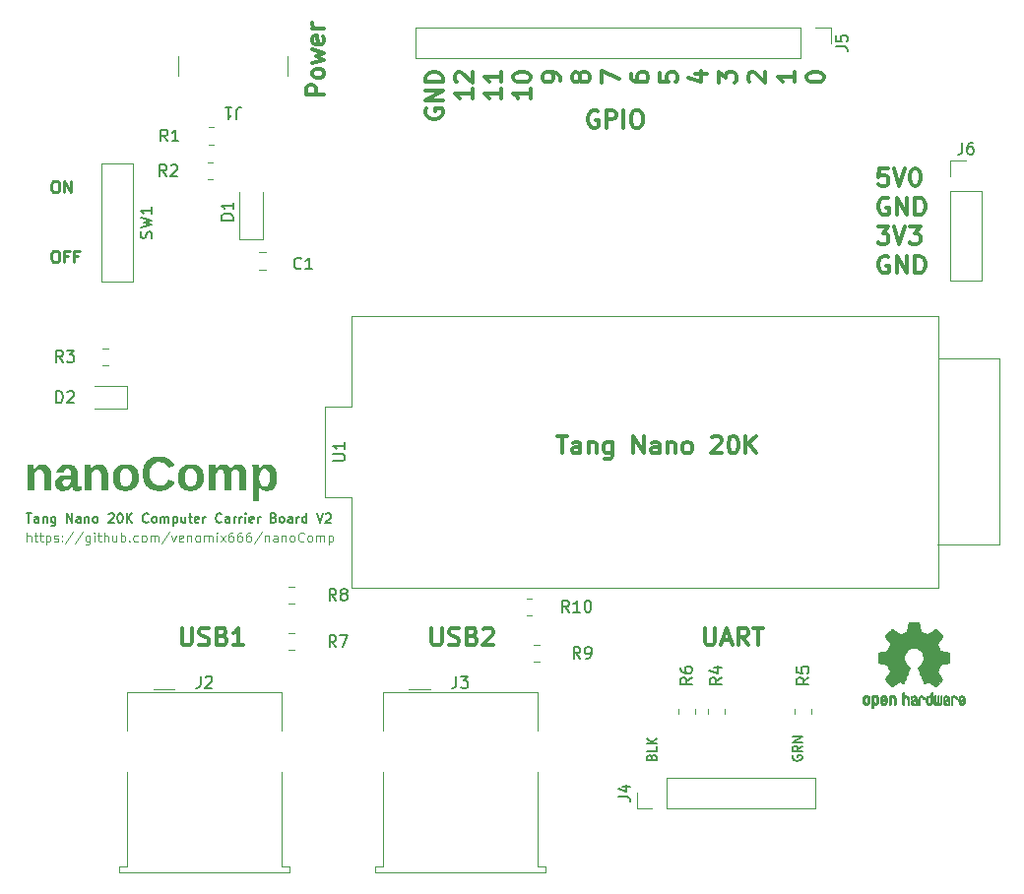
<source format=gbr>
%TF.GenerationSoftware,KiCad,Pcbnew,8.0.3*%
%TF.CreationDate,2024-07-25T17:47:04+02:00*%
%TF.ProjectId,nanoComp,6e616e6f-436f-46d7-902e-6b696361645f,A*%
%TF.SameCoordinates,Original*%
%TF.FileFunction,Legend,Top*%
%TF.FilePolarity,Positive*%
%FSLAX46Y46*%
G04 Gerber Fmt 4.6, Leading zero omitted, Abs format (unit mm)*
G04 Created by KiCad (PCBNEW 8.0.3) date 2024-07-25 17:47:04*
%MOMM*%
%LPD*%
G01*
G04 APERTURE LIST*
%ADD10C,0.300000*%
%ADD11C,0.250000*%
%ADD12C,0.150000*%
%ADD13C,0.100000*%
%ADD14C,0.500000*%
%ADD15C,0.120000*%
%ADD16C,0.010000*%
G04 APERTURE END LIST*
D10*
X135340225Y-67372257D02*
X135197368Y-67300828D01*
X135197368Y-67300828D02*
X134983082Y-67300828D01*
X134983082Y-67300828D02*
X134768796Y-67372257D01*
X134768796Y-67372257D02*
X134625939Y-67515114D01*
X134625939Y-67515114D02*
X134554510Y-67657971D01*
X134554510Y-67657971D02*
X134483082Y-67943685D01*
X134483082Y-67943685D02*
X134483082Y-68157971D01*
X134483082Y-68157971D02*
X134554510Y-68443685D01*
X134554510Y-68443685D02*
X134625939Y-68586542D01*
X134625939Y-68586542D02*
X134768796Y-68729400D01*
X134768796Y-68729400D02*
X134983082Y-68800828D01*
X134983082Y-68800828D02*
X135125939Y-68800828D01*
X135125939Y-68800828D02*
X135340225Y-68729400D01*
X135340225Y-68729400D02*
X135411653Y-68657971D01*
X135411653Y-68657971D02*
X135411653Y-68157971D01*
X135411653Y-68157971D02*
X135125939Y-68157971D01*
X136054510Y-68800828D02*
X136054510Y-67300828D01*
X136054510Y-67300828D02*
X136625939Y-67300828D01*
X136625939Y-67300828D02*
X136768796Y-67372257D01*
X136768796Y-67372257D02*
X136840225Y-67443685D01*
X136840225Y-67443685D02*
X136911653Y-67586542D01*
X136911653Y-67586542D02*
X136911653Y-67800828D01*
X136911653Y-67800828D02*
X136840225Y-67943685D01*
X136840225Y-67943685D02*
X136768796Y-68015114D01*
X136768796Y-68015114D02*
X136625939Y-68086542D01*
X136625939Y-68086542D02*
X136054510Y-68086542D01*
X137554510Y-68800828D02*
X137554510Y-67300828D01*
X138554511Y-67300828D02*
X138840225Y-67300828D01*
X138840225Y-67300828D02*
X138983082Y-67372257D01*
X138983082Y-67372257D02*
X139125939Y-67515114D01*
X139125939Y-67515114D02*
X139197368Y-67800828D01*
X139197368Y-67800828D02*
X139197368Y-68300828D01*
X139197368Y-68300828D02*
X139125939Y-68586542D01*
X139125939Y-68586542D02*
X138983082Y-68729400D01*
X138983082Y-68729400D02*
X138840225Y-68800828D01*
X138840225Y-68800828D02*
X138554511Y-68800828D01*
X138554511Y-68800828D02*
X138411654Y-68729400D01*
X138411654Y-68729400D02*
X138268796Y-68586542D01*
X138268796Y-68586542D02*
X138197368Y-68300828D01*
X138197368Y-68300828D02*
X138197368Y-67800828D01*
X138197368Y-67800828D02*
X138268796Y-67515114D01*
X138268796Y-67515114D02*
X138411654Y-67372257D01*
X138411654Y-67372257D02*
X138554511Y-67300828D01*
D11*
X88593044Y-73364619D02*
X88783520Y-73364619D01*
X88783520Y-73364619D02*
X88878758Y-73412238D01*
X88878758Y-73412238D02*
X88973996Y-73507476D01*
X88973996Y-73507476D02*
X89021615Y-73697952D01*
X89021615Y-73697952D02*
X89021615Y-74031285D01*
X89021615Y-74031285D02*
X88973996Y-74221761D01*
X88973996Y-74221761D02*
X88878758Y-74317000D01*
X88878758Y-74317000D02*
X88783520Y-74364619D01*
X88783520Y-74364619D02*
X88593044Y-74364619D01*
X88593044Y-74364619D02*
X88497806Y-74317000D01*
X88497806Y-74317000D02*
X88402568Y-74221761D01*
X88402568Y-74221761D02*
X88354949Y-74031285D01*
X88354949Y-74031285D02*
X88354949Y-73697952D01*
X88354949Y-73697952D02*
X88402568Y-73507476D01*
X88402568Y-73507476D02*
X88497806Y-73412238D01*
X88497806Y-73412238D02*
X88593044Y-73364619D01*
X89450187Y-74364619D02*
X89450187Y-73364619D01*
X89450187Y-73364619D02*
X90021615Y-74364619D01*
X90021615Y-74364619D02*
X90021615Y-73364619D01*
D10*
X133764253Y-64588345D02*
X133692825Y-64731202D01*
X133692825Y-64731202D02*
X133621396Y-64802631D01*
X133621396Y-64802631D02*
X133478539Y-64874059D01*
X133478539Y-64874059D02*
X133407110Y-64874059D01*
X133407110Y-64874059D02*
X133264253Y-64802631D01*
X133264253Y-64802631D02*
X133192825Y-64731202D01*
X133192825Y-64731202D02*
X133121396Y-64588345D01*
X133121396Y-64588345D02*
X133121396Y-64302631D01*
X133121396Y-64302631D02*
X133192825Y-64159774D01*
X133192825Y-64159774D02*
X133264253Y-64088345D01*
X133264253Y-64088345D02*
X133407110Y-64016916D01*
X133407110Y-64016916D02*
X133478539Y-64016916D01*
X133478539Y-64016916D02*
X133621396Y-64088345D01*
X133621396Y-64088345D02*
X133692825Y-64159774D01*
X133692825Y-64159774D02*
X133764253Y-64302631D01*
X133764253Y-64302631D02*
X133764253Y-64588345D01*
X133764253Y-64588345D02*
X133835682Y-64731202D01*
X133835682Y-64731202D02*
X133907110Y-64802631D01*
X133907110Y-64802631D02*
X134049968Y-64874059D01*
X134049968Y-64874059D02*
X134335682Y-64874059D01*
X134335682Y-64874059D02*
X134478539Y-64802631D01*
X134478539Y-64802631D02*
X134549968Y-64731202D01*
X134549968Y-64731202D02*
X134621396Y-64588345D01*
X134621396Y-64588345D02*
X134621396Y-64302631D01*
X134621396Y-64302631D02*
X134549968Y-64159774D01*
X134549968Y-64159774D02*
X134478539Y-64088345D01*
X134478539Y-64088345D02*
X134335682Y-64016916D01*
X134335682Y-64016916D02*
X134049968Y-64016916D01*
X134049968Y-64016916D02*
X133907110Y-64088345D01*
X133907110Y-64088345D02*
X133835682Y-64159774D01*
X133835682Y-64159774D02*
X133764253Y-64302631D01*
X99554510Y-111800828D02*
X99554510Y-113015114D01*
X99554510Y-113015114D02*
X99625939Y-113157971D01*
X99625939Y-113157971D02*
X99697368Y-113229400D01*
X99697368Y-113229400D02*
X99840225Y-113300828D01*
X99840225Y-113300828D02*
X100125939Y-113300828D01*
X100125939Y-113300828D02*
X100268796Y-113229400D01*
X100268796Y-113229400D02*
X100340225Y-113157971D01*
X100340225Y-113157971D02*
X100411653Y-113015114D01*
X100411653Y-113015114D02*
X100411653Y-111800828D01*
X101054511Y-113229400D02*
X101268797Y-113300828D01*
X101268797Y-113300828D02*
X101625939Y-113300828D01*
X101625939Y-113300828D02*
X101768797Y-113229400D01*
X101768797Y-113229400D02*
X101840225Y-113157971D01*
X101840225Y-113157971D02*
X101911654Y-113015114D01*
X101911654Y-113015114D02*
X101911654Y-112872257D01*
X101911654Y-112872257D02*
X101840225Y-112729400D01*
X101840225Y-112729400D02*
X101768797Y-112657971D01*
X101768797Y-112657971D02*
X101625939Y-112586542D01*
X101625939Y-112586542D02*
X101340225Y-112515114D01*
X101340225Y-112515114D02*
X101197368Y-112443685D01*
X101197368Y-112443685D02*
X101125939Y-112372257D01*
X101125939Y-112372257D02*
X101054511Y-112229400D01*
X101054511Y-112229400D02*
X101054511Y-112086542D01*
X101054511Y-112086542D02*
X101125939Y-111943685D01*
X101125939Y-111943685D02*
X101197368Y-111872257D01*
X101197368Y-111872257D02*
X101340225Y-111800828D01*
X101340225Y-111800828D02*
X101697368Y-111800828D01*
X101697368Y-111800828D02*
X101911654Y-111872257D01*
X103054510Y-112515114D02*
X103268796Y-112586542D01*
X103268796Y-112586542D02*
X103340225Y-112657971D01*
X103340225Y-112657971D02*
X103411653Y-112800828D01*
X103411653Y-112800828D02*
X103411653Y-113015114D01*
X103411653Y-113015114D02*
X103340225Y-113157971D01*
X103340225Y-113157971D02*
X103268796Y-113229400D01*
X103268796Y-113229400D02*
X103125939Y-113300828D01*
X103125939Y-113300828D02*
X102554510Y-113300828D01*
X102554510Y-113300828D02*
X102554510Y-111800828D01*
X102554510Y-111800828D02*
X103054510Y-111800828D01*
X103054510Y-111800828D02*
X103197368Y-111872257D01*
X103197368Y-111872257D02*
X103268796Y-111943685D01*
X103268796Y-111943685D02*
X103340225Y-112086542D01*
X103340225Y-112086542D02*
X103340225Y-112229400D01*
X103340225Y-112229400D02*
X103268796Y-112372257D01*
X103268796Y-112372257D02*
X103197368Y-112443685D01*
X103197368Y-112443685D02*
X103054510Y-112515114D01*
X103054510Y-112515114D02*
X102554510Y-112515114D01*
X104840225Y-113300828D02*
X103983082Y-113300828D01*
X104411653Y-113300828D02*
X104411653Y-111800828D01*
X104411653Y-111800828D02*
X104268796Y-112015114D01*
X104268796Y-112015114D02*
X104125939Y-112157971D01*
X104125939Y-112157971D02*
X103983082Y-112229400D01*
X160340225Y-74872257D02*
X160197368Y-74800828D01*
X160197368Y-74800828D02*
X159983082Y-74800828D01*
X159983082Y-74800828D02*
X159768796Y-74872257D01*
X159768796Y-74872257D02*
X159625939Y-75015114D01*
X159625939Y-75015114D02*
X159554510Y-75157971D01*
X159554510Y-75157971D02*
X159483082Y-75443685D01*
X159483082Y-75443685D02*
X159483082Y-75657971D01*
X159483082Y-75657971D02*
X159554510Y-75943685D01*
X159554510Y-75943685D02*
X159625939Y-76086542D01*
X159625939Y-76086542D02*
X159768796Y-76229400D01*
X159768796Y-76229400D02*
X159983082Y-76300828D01*
X159983082Y-76300828D02*
X160125939Y-76300828D01*
X160125939Y-76300828D02*
X160340225Y-76229400D01*
X160340225Y-76229400D02*
X160411653Y-76157971D01*
X160411653Y-76157971D02*
X160411653Y-75657971D01*
X160411653Y-75657971D02*
X160125939Y-75657971D01*
X161054510Y-76300828D02*
X161054510Y-74800828D01*
X161054510Y-74800828D02*
X161911653Y-76300828D01*
X161911653Y-76300828D02*
X161911653Y-74800828D01*
X162625939Y-76300828D02*
X162625939Y-74800828D01*
X162625939Y-74800828D02*
X162983082Y-74800828D01*
X162983082Y-74800828D02*
X163197368Y-74872257D01*
X163197368Y-74872257D02*
X163340225Y-75015114D01*
X163340225Y-75015114D02*
X163411654Y-75157971D01*
X163411654Y-75157971D02*
X163483082Y-75443685D01*
X163483082Y-75443685D02*
X163483082Y-75657971D01*
X163483082Y-75657971D02*
X163411654Y-75943685D01*
X163411654Y-75943685D02*
X163340225Y-76086542D01*
X163340225Y-76086542D02*
X163197368Y-76229400D01*
X163197368Y-76229400D02*
X162983082Y-76300828D01*
X162983082Y-76300828D02*
X162625939Y-76300828D01*
X121054510Y-111800828D02*
X121054510Y-113015114D01*
X121054510Y-113015114D02*
X121125939Y-113157971D01*
X121125939Y-113157971D02*
X121197368Y-113229400D01*
X121197368Y-113229400D02*
X121340225Y-113300828D01*
X121340225Y-113300828D02*
X121625939Y-113300828D01*
X121625939Y-113300828D02*
X121768796Y-113229400D01*
X121768796Y-113229400D02*
X121840225Y-113157971D01*
X121840225Y-113157971D02*
X121911653Y-113015114D01*
X121911653Y-113015114D02*
X121911653Y-111800828D01*
X122554511Y-113229400D02*
X122768797Y-113300828D01*
X122768797Y-113300828D02*
X123125939Y-113300828D01*
X123125939Y-113300828D02*
X123268797Y-113229400D01*
X123268797Y-113229400D02*
X123340225Y-113157971D01*
X123340225Y-113157971D02*
X123411654Y-113015114D01*
X123411654Y-113015114D02*
X123411654Y-112872257D01*
X123411654Y-112872257D02*
X123340225Y-112729400D01*
X123340225Y-112729400D02*
X123268797Y-112657971D01*
X123268797Y-112657971D02*
X123125939Y-112586542D01*
X123125939Y-112586542D02*
X122840225Y-112515114D01*
X122840225Y-112515114D02*
X122697368Y-112443685D01*
X122697368Y-112443685D02*
X122625939Y-112372257D01*
X122625939Y-112372257D02*
X122554511Y-112229400D01*
X122554511Y-112229400D02*
X122554511Y-112086542D01*
X122554511Y-112086542D02*
X122625939Y-111943685D01*
X122625939Y-111943685D02*
X122697368Y-111872257D01*
X122697368Y-111872257D02*
X122840225Y-111800828D01*
X122840225Y-111800828D02*
X123197368Y-111800828D01*
X123197368Y-111800828D02*
X123411654Y-111872257D01*
X124554510Y-112515114D02*
X124768796Y-112586542D01*
X124768796Y-112586542D02*
X124840225Y-112657971D01*
X124840225Y-112657971D02*
X124911653Y-112800828D01*
X124911653Y-112800828D02*
X124911653Y-113015114D01*
X124911653Y-113015114D02*
X124840225Y-113157971D01*
X124840225Y-113157971D02*
X124768796Y-113229400D01*
X124768796Y-113229400D02*
X124625939Y-113300828D01*
X124625939Y-113300828D02*
X124054510Y-113300828D01*
X124054510Y-113300828D02*
X124054510Y-111800828D01*
X124054510Y-111800828D02*
X124554510Y-111800828D01*
X124554510Y-111800828D02*
X124697368Y-111872257D01*
X124697368Y-111872257D02*
X124768796Y-111943685D01*
X124768796Y-111943685D02*
X124840225Y-112086542D01*
X124840225Y-112086542D02*
X124840225Y-112229400D01*
X124840225Y-112229400D02*
X124768796Y-112372257D01*
X124768796Y-112372257D02*
X124697368Y-112443685D01*
X124697368Y-112443685D02*
X124554510Y-112515114D01*
X124554510Y-112515114D02*
X124054510Y-112515114D01*
X125483082Y-111943685D02*
X125554510Y-111872257D01*
X125554510Y-111872257D02*
X125697368Y-111800828D01*
X125697368Y-111800828D02*
X126054510Y-111800828D01*
X126054510Y-111800828D02*
X126197368Y-111872257D01*
X126197368Y-111872257D02*
X126268796Y-111943685D01*
X126268796Y-111943685D02*
X126340225Y-112086542D01*
X126340225Y-112086542D02*
X126340225Y-112229400D01*
X126340225Y-112229400D02*
X126268796Y-112443685D01*
X126268796Y-112443685D02*
X125411653Y-113300828D01*
X125411653Y-113300828D02*
X126340225Y-113300828D01*
X124531684Y-65445487D02*
X124531684Y-66302630D01*
X124531684Y-65874059D02*
X123031684Y-65874059D01*
X123031684Y-65874059D02*
X123245970Y-66016916D01*
X123245970Y-66016916D02*
X123388827Y-66159773D01*
X123388827Y-66159773D02*
X123460256Y-66302630D01*
X123174541Y-64874059D02*
X123103113Y-64802631D01*
X123103113Y-64802631D02*
X123031684Y-64659774D01*
X123031684Y-64659774D02*
X123031684Y-64302631D01*
X123031684Y-64302631D02*
X123103113Y-64159774D01*
X123103113Y-64159774D02*
X123174541Y-64088345D01*
X123174541Y-64088345D02*
X123317398Y-64016916D01*
X123317398Y-64016916D02*
X123460256Y-64016916D01*
X123460256Y-64016916D02*
X123674541Y-64088345D01*
X123674541Y-64088345D02*
X124531684Y-64945488D01*
X124531684Y-64945488D02*
X124531684Y-64016916D01*
X129576540Y-65445487D02*
X129576540Y-66302630D01*
X129576540Y-65874059D02*
X128076540Y-65874059D01*
X128076540Y-65874059D02*
X128290826Y-66016916D01*
X128290826Y-66016916D02*
X128433683Y-66159773D01*
X128433683Y-66159773D02*
X128505112Y-66302630D01*
X128076540Y-64516916D02*
X128076540Y-64374059D01*
X128076540Y-64374059D02*
X128147969Y-64231202D01*
X128147969Y-64231202D02*
X128219397Y-64159774D01*
X128219397Y-64159774D02*
X128362254Y-64088345D01*
X128362254Y-64088345D02*
X128647969Y-64016916D01*
X128647969Y-64016916D02*
X129005112Y-64016916D01*
X129005112Y-64016916D02*
X129290826Y-64088345D01*
X129290826Y-64088345D02*
X129433683Y-64159774D01*
X129433683Y-64159774D02*
X129505112Y-64231202D01*
X129505112Y-64231202D02*
X129576540Y-64374059D01*
X129576540Y-64374059D02*
X129576540Y-64516916D01*
X129576540Y-64516916D02*
X129505112Y-64659774D01*
X129505112Y-64659774D02*
X129433683Y-64731202D01*
X129433683Y-64731202D02*
X129290826Y-64802631D01*
X129290826Y-64802631D02*
X129005112Y-64874059D01*
X129005112Y-64874059D02*
X128647969Y-64874059D01*
X128647969Y-64874059D02*
X128362254Y-64802631D01*
X128362254Y-64802631D02*
X128219397Y-64731202D01*
X128219397Y-64731202D02*
X128147969Y-64659774D01*
X128147969Y-64659774D02*
X128076540Y-64516916D01*
X143711108Y-64159774D02*
X144711108Y-64159774D01*
X143139680Y-64516916D02*
X144211108Y-64874059D01*
X144211108Y-64874059D02*
X144211108Y-63945488D01*
X153300820Y-64516916D02*
X153300820Y-64374059D01*
X153300820Y-64374059D02*
X153372249Y-64231202D01*
X153372249Y-64231202D02*
X153443677Y-64159774D01*
X153443677Y-64159774D02*
X153586534Y-64088345D01*
X153586534Y-64088345D02*
X153872249Y-64016916D01*
X153872249Y-64016916D02*
X154229392Y-64016916D01*
X154229392Y-64016916D02*
X154515106Y-64088345D01*
X154515106Y-64088345D02*
X154657963Y-64159774D01*
X154657963Y-64159774D02*
X154729392Y-64231202D01*
X154729392Y-64231202D02*
X154800820Y-64374059D01*
X154800820Y-64374059D02*
X154800820Y-64516916D01*
X154800820Y-64516916D02*
X154729392Y-64659774D01*
X154729392Y-64659774D02*
X154657963Y-64731202D01*
X154657963Y-64731202D02*
X154515106Y-64802631D01*
X154515106Y-64802631D02*
X154229392Y-64874059D01*
X154229392Y-64874059D02*
X153872249Y-64874059D01*
X153872249Y-64874059D02*
X153586534Y-64802631D01*
X153586534Y-64802631D02*
X153443677Y-64731202D01*
X153443677Y-64731202D02*
X153372249Y-64659774D01*
X153372249Y-64659774D02*
X153300820Y-64516916D01*
X145733536Y-64945488D02*
X145733536Y-64016916D01*
X145733536Y-64016916D02*
X146304965Y-64516916D01*
X146304965Y-64516916D02*
X146304965Y-64302631D01*
X146304965Y-64302631D02*
X146376393Y-64159774D01*
X146376393Y-64159774D02*
X146447822Y-64088345D01*
X146447822Y-64088345D02*
X146590679Y-64016916D01*
X146590679Y-64016916D02*
X146947822Y-64016916D01*
X146947822Y-64016916D02*
X147090679Y-64088345D01*
X147090679Y-64088345D02*
X147162108Y-64159774D01*
X147162108Y-64159774D02*
X147233536Y-64302631D01*
X147233536Y-64302631D02*
X147233536Y-64731202D01*
X147233536Y-64731202D02*
X147162108Y-64874059D01*
X147162108Y-64874059D02*
X147090679Y-64945488D01*
X120580685Y-67159774D02*
X120509256Y-67302632D01*
X120509256Y-67302632D02*
X120509256Y-67516917D01*
X120509256Y-67516917D02*
X120580685Y-67731203D01*
X120580685Y-67731203D02*
X120723542Y-67874060D01*
X120723542Y-67874060D02*
X120866399Y-67945489D01*
X120866399Y-67945489D02*
X121152113Y-68016917D01*
X121152113Y-68016917D02*
X121366399Y-68016917D01*
X121366399Y-68016917D02*
X121652113Y-67945489D01*
X121652113Y-67945489D02*
X121794970Y-67874060D01*
X121794970Y-67874060D02*
X121937828Y-67731203D01*
X121937828Y-67731203D02*
X122009256Y-67516917D01*
X122009256Y-67516917D02*
X122009256Y-67374060D01*
X122009256Y-67374060D02*
X121937828Y-67159774D01*
X121937828Y-67159774D02*
X121866399Y-67088346D01*
X121866399Y-67088346D02*
X121366399Y-67088346D01*
X121366399Y-67088346D02*
X121366399Y-67374060D01*
X122009256Y-66445489D02*
X120509256Y-66445489D01*
X120509256Y-66445489D02*
X122009256Y-65588346D01*
X122009256Y-65588346D02*
X120509256Y-65588346D01*
X122009256Y-64874060D02*
X120509256Y-64874060D01*
X120509256Y-64874060D02*
X120509256Y-64516917D01*
X120509256Y-64516917D02*
X120580685Y-64302631D01*
X120580685Y-64302631D02*
X120723542Y-64159774D01*
X120723542Y-64159774D02*
X120866399Y-64088345D01*
X120866399Y-64088345D02*
X121152113Y-64016917D01*
X121152113Y-64016917D02*
X121366399Y-64016917D01*
X121366399Y-64016917D02*
X121652113Y-64088345D01*
X121652113Y-64088345D02*
X121794970Y-64159774D01*
X121794970Y-64159774D02*
X121937828Y-64302631D01*
X121937828Y-64302631D02*
X122009256Y-64516917D01*
X122009256Y-64516917D02*
X122009256Y-64874060D01*
D11*
X88593044Y-79364619D02*
X88783520Y-79364619D01*
X88783520Y-79364619D02*
X88878758Y-79412238D01*
X88878758Y-79412238D02*
X88973996Y-79507476D01*
X88973996Y-79507476D02*
X89021615Y-79697952D01*
X89021615Y-79697952D02*
X89021615Y-80031285D01*
X89021615Y-80031285D02*
X88973996Y-80221761D01*
X88973996Y-80221761D02*
X88878758Y-80317000D01*
X88878758Y-80317000D02*
X88783520Y-80364619D01*
X88783520Y-80364619D02*
X88593044Y-80364619D01*
X88593044Y-80364619D02*
X88497806Y-80317000D01*
X88497806Y-80317000D02*
X88402568Y-80221761D01*
X88402568Y-80221761D02*
X88354949Y-80031285D01*
X88354949Y-80031285D02*
X88354949Y-79697952D01*
X88354949Y-79697952D02*
X88402568Y-79507476D01*
X88402568Y-79507476D02*
X88497806Y-79412238D01*
X88497806Y-79412238D02*
X88593044Y-79364619D01*
X89783520Y-79840809D02*
X89450187Y-79840809D01*
X89450187Y-80364619D02*
X89450187Y-79364619D01*
X89450187Y-79364619D02*
X89926377Y-79364619D01*
X90640663Y-79840809D02*
X90307330Y-79840809D01*
X90307330Y-80364619D02*
X90307330Y-79364619D01*
X90307330Y-79364619D02*
X90783520Y-79364619D01*
D10*
X159411653Y-77300828D02*
X160340225Y-77300828D01*
X160340225Y-77300828D02*
X159840225Y-77872257D01*
X159840225Y-77872257D02*
X160054510Y-77872257D01*
X160054510Y-77872257D02*
X160197368Y-77943685D01*
X160197368Y-77943685D02*
X160268796Y-78015114D01*
X160268796Y-78015114D02*
X160340225Y-78157971D01*
X160340225Y-78157971D02*
X160340225Y-78515114D01*
X160340225Y-78515114D02*
X160268796Y-78657971D01*
X160268796Y-78657971D02*
X160197368Y-78729400D01*
X160197368Y-78729400D02*
X160054510Y-78800828D01*
X160054510Y-78800828D02*
X159625939Y-78800828D01*
X159625939Y-78800828D02*
X159483082Y-78729400D01*
X159483082Y-78729400D02*
X159411653Y-78657971D01*
X160768796Y-77300828D02*
X161268796Y-78800828D01*
X161268796Y-78800828D02*
X161768796Y-77300828D01*
X162125938Y-77300828D02*
X163054510Y-77300828D01*
X163054510Y-77300828D02*
X162554510Y-77872257D01*
X162554510Y-77872257D02*
X162768795Y-77872257D01*
X162768795Y-77872257D02*
X162911653Y-77943685D01*
X162911653Y-77943685D02*
X162983081Y-78015114D01*
X162983081Y-78015114D02*
X163054510Y-78157971D01*
X163054510Y-78157971D02*
X163054510Y-78515114D01*
X163054510Y-78515114D02*
X162983081Y-78657971D01*
X162983081Y-78657971D02*
X162911653Y-78729400D01*
X162911653Y-78729400D02*
X162768795Y-78800828D01*
X162768795Y-78800828D02*
X162340224Y-78800828D01*
X162340224Y-78800828D02*
X162197367Y-78729400D01*
X162197367Y-78729400D02*
X162125938Y-78657971D01*
D12*
X139975247Y-122944173D02*
X140013342Y-122829887D01*
X140013342Y-122829887D02*
X140051438Y-122791792D01*
X140051438Y-122791792D02*
X140127628Y-122753696D01*
X140127628Y-122753696D02*
X140241914Y-122753696D01*
X140241914Y-122753696D02*
X140318104Y-122791792D01*
X140318104Y-122791792D02*
X140356200Y-122829887D01*
X140356200Y-122829887D02*
X140394295Y-122906077D01*
X140394295Y-122906077D02*
X140394295Y-123210839D01*
X140394295Y-123210839D02*
X139594295Y-123210839D01*
X139594295Y-123210839D02*
X139594295Y-122944173D01*
X139594295Y-122944173D02*
X139632390Y-122867982D01*
X139632390Y-122867982D02*
X139670485Y-122829887D01*
X139670485Y-122829887D02*
X139746676Y-122791792D01*
X139746676Y-122791792D02*
X139822866Y-122791792D01*
X139822866Y-122791792D02*
X139899057Y-122829887D01*
X139899057Y-122829887D02*
X139937152Y-122867982D01*
X139937152Y-122867982D02*
X139975247Y-122944173D01*
X139975247Y-122944173D02*
X139975247Y-123210839D01*
X140394295Y-122029887D02*
X140394295Y-122410839D01*
X140394295Y-122410839D02*
X139594295Y-122410839D01*
X140394295Y-121763220D02*
X139594295Y-121763220D01*
X140394295Y-121306077D02*
X139937152Y-121648935D01*
X139594295Y-121306077D02*
X140051438Y-121763220D01*
X152132390Y-122791792D02*
X152094295Y-122867982D01*
X152094295Y-122867982D02*
X152094295Y-122982268D01*
X152094295Y-122982268D02*
X152132390Y-123096554D01*
X152132390Y-123096554D02*
X152208580Y-123172744D01*
X152208580Y-123172744D02*
X152284771Y-123210839D01*
X152284771Y-123210839D02*
X152437152Y-123248935D01*
X152437152Y-123248935D02*
X152551438Y-123248935D01*
X152551438Y-123248935D02*
X152703819Y-123210839D01*
X152703819Y-123210839D02*
X152780009Y-123172744D01*
X152780009Y-123172744D02*
X152856200Y-123096554D01*
X152856200Y-123096554D02*
X152894295Y-122982268D01*
X152894295Y-122982268D02*
X152894295Y-122906077D01*
X152894295Y-122906077D02*
X152856200Y-122791792D01*
X152856200Y-122791792D02*
X152818104Y-122753696D01*
X152818104Y-122753696D02*
X152551438Y-122753696D01*
X152551438Y-122753696D02*
X152551438Y-122906077D01*
X152894295Y-121953696D02*
X152513342Y-122220363D01*
X152894295Y-122410839D02*
X152094295Y-122410839D01*
X152094295Y-122410839D02*
X152094295Y-122106077D01*
X152094295Y-122106077D02*
X152132390Y-122029887D01*
X152132390Y-122029887D02*
X152170485Y-121991792D01*
X152170485Y-121991792D02*
X152246676Y-121953696D01*
X152246676Y-121953696D02*
X152360961Y-121953696D01*
X152360961Y-121953696D02*
X152437152Y-121991792D01*
X152437152Y-121991792D02*
X152475247Y-122029887D01*
X152475247Y-122029887D02*
X152513342Y-122106077D01*
X152513342Y-122106077D02*
X152513342Y-122410839D01*
X152894295Y-121610839D02*
X152094295Y-121610839D01*
X152094295Y-121610839D02*
X152894295Y-121153696D01*
X152894295Y-121153696D02*
X152094295Y-121153696D01*
D10*
X127054112Y-65445487D02*
X127054112Y-66302630D01*
X127054112Y-65874059D02*
X125554112Y-65874059D01*
X125554112Y-65874059D02*
X125768398Y-66016916D01*
X125768398Y-66016916D02*
X125911255Y-66159773D01*
X125911255Y-66159773D02*
X125982684Y-66302630D01*
X127054112Y-64016916D02*
X127054112Y-64874059D01*
X127054112Y-64445488D02*
X125554112Y-64445488D01*
X125554112Y-64445488D02*
X125768398Y-64588345D01*
X125768398Y-64588345D02*
X125911255Y-64731202D01*
X125911255Y-64731202D02*
X125982684Y-64874059D01*
X135643824Y-64945488D02*
X135643824Y-63945488D01*
X135643824Y-63945488D02*
X137143824Y-64588345D01*
X140688680Y-64088345D02*
X140688680Y-64802631D01*
X140688680Y-64802631D02*
X141402966Y-64874059D01*
X141402966Y-64874059D02*
X141331537Y-64802631D01*
X141331537Y-64802631D02*
X141260109Y-64659774D01*
X141260109Y-64659774D02*
X141260109Y-64302631D01*
X141260109Y-64302631D02*
X141331537Y-64159774D01*
X141331537Y-64159774D02*
X141402966Y-64088345D01*
X141402966Y-64088345D02*
X141545823Y-64016916D01*
X141545823Y-64016916D02*
X141902966Y-64016916D01*
X141902966Y-64016916D02*
X142045823Y-64088345D01*
X142045823Y-64088345D02*
X142117252Y-64159774D01*
X142117252Y-64159774D02*
X142188680Y-64302631D01*
X142188680Y-64302631D02*
X142188680Y-64659774D01*
X142188680Y-64659774D02*
X142117252Y-64802631D01*
X142117252Y-64802631D02*
X142045823Y-64874059D01*
X160268796Y-72300828D02*
X159554510Y-72300828D01*
X159554510Y-72300828D02*
X159483082Y-73015114D01*
X159483082Y-73015114D02*
X159554510Y-72943685D01*
X159554510Y-72943685D02*
X159697368Y-72872257D01*
X159697368Y-72872257D02*
X160054510Y-72872257D01*
X160054510Y-72872257D02*
X160197368Y-72943685D01*
X160197368Y-72943685D02*
X160268796Y-73015114D01*
X160268796Y-73015114D02*
X160340225Y-73157971D01*
X160340225Y-73157971D02*
X160340225Y-73515114D01*
X160340225Y-73515114D02*
X160268796Y-73657971D01*
X160268796Y-73657971D02*
X160197368Y-73729400D01*
X160197368Y-73729400D02*
X160054510Y-73800828D01*
X160054510Y-73800828D02*
X159697368Y-73800828D01*
X159697368Y-73800828D02*
X159554510Y-73729400D01*
X159554510Y-73729400D02*
X159483082Y-73657971D01*
X160768796Y-72300828D02*
X161268796Y-73800828D01*
X161268796Y-73800828D02*
X161768796Y-72300828D01*
X162554510Y-72300828D02*
X162697367Y-72300828D01*
X162697367Y-72300828D02*
X162840224Y-72372257D01*
X162840224Y-72372257D02*
X162911653Y-72443685D01*
X162911653Y-72443685D02*
X162983081Y-72586542D01*
X162983081Y-72586542D02*
X163054510Y-72872257D01*
X163054510Y-72872257D02*
X163054510Y-73229400D01*
X163054510Y-73229400D02*
X162983081Y-73515114D01*
X162983081Y-73515114D02*
X162911653Y-73657971D01*
X162911653Y-73657971D02*
X162840224Y-73729400D01*
X162840224Y-73729400D02*
X162697367Y-73800828D01*
X162697367Y-73800828D02*
X162554510Y-73800828D01*
X162554510Y-73800828D02*
X162411653Y-73729400D01*
X162411653Y-73729400D02*
X162340224Y-73657971D01*
X162340224Y-73657971D02*
X162268795Y-73515114D01*
X162268795Y-73515114D02*
X162197367Y-73229400D01*
X162197367Y-73229400D02*
X162197367Y-72872257D01*
X162197367Y-72872257D02*
X162268795Y-72586542D01*
X162268795Y-72586542D02*
X162340224Y-72443685D01*
X162340224Y-72443685D02*
X162411653Y-72372257D01*
X162411653Y-72372257D02*
X162554510Y-72300828D01*
D12*
X86174874Y-101965635D02*
X86632017Y-101965635D01*
X86403445Y-102765635D02*
X86403445Y-101965635D01*
X87241541Y-102765635D02*
X87241541Y-102346587D01*
X87241541Y-102346587D02*
X87203446Y-102270397D01*
X87203446Y-102270397D02*
X87127255Y-102232301D01*
X87127255Y-102232301D02*
X86974874Y-102232301D01*
X86974874Y-102232301D02*
X86898684Y-102270397D01*
X87241541Y-102727540D02*
X87165350Y-102765635D01*
X87165350Y-102765635D02*
X86974874Y-102765635D01*
X86974874Y-102765635D02*
X86898684Y-102727540D01*
X86898684Y-102727540D02*
X86860588Y-102651349D01*
X86860588Y-102651349D02*
X86860588Y-102575159D01*
X86860588Y-102575159D02*
X86898684Y-102498968D01*
X86898684Y-102498968D02*
X86974874Y-102460873D01*
X86974874Y-102460873D02*
X87165350Y-102460873D01*
X87165350Y-102460873D02*
X87241541Y-102422778D01*
X87622494Y-102232301D02*
X87622494Y-102765635D01*
X87622494Y-102308492D02*
X87660589Y-102270397D01*
X87660589Y-102270397D02*
X87736779Y-102232301D01*
X87736779Y-102232301D02*
X87851065Y-102232301D01*
X87851065Y-102232301D02*
X87927256Y-102270397D01*
X87927256Y-102270397D02*
X87965351Y-102346587D01*
X87965351Y-102346587D02*
X87965351Y-102765635D01*
X88689161Y-102232301D02*
X88689161Y-102879920D01*
X88689161Y-102879920D02*
X88651066Y-102956111D01*
X88651066Y-102956111D02*
X88612970Y-102994206D01*
X88612970Y-102994206D02*
X88536780Y-103032301D01*
X88536780Y-103032301D02*
X88422494Y-103032301D01*
X88422494Y-103032301D02*
X88346304Y-102994206D01*
X88689161Y-102727540D02*
X88612970Y-102765635D01*
X88612970Y-102765635D02*
X88460589Y-102765635D01*
X88460589Y-102765635D02*
X88384399Y-102727540D01*
X88384399Y-102727540D02*
X88346304Y-102689444D01*
X88346304Y-102689444D02*
X88308208Y-102613254D01*
X88308208Y-102613254D02*
X88308208Y-102384682D01*
X88308208Y-102384682D02*
X88346304Y-102308492D01*
X88346304Y-102308492D02*
X88384399Y-102270397D01*
X88384399Y-102270397D02*
X88460589Y-102232301D01*
X88460589Y-102232301D02*
X88612970Y-102232301D01*
X88612970Y-102232301D02*
X88689161Y-102270397D01*
X89679638Y-102765635D02*
X89679638Y-101965635D01*
X89679638Y-101965635D02*
X90136781Y-102765635D01*
X90136781Y-102765635D02*
X90136781Y-101965635D01*
X90860590Y-102765635D02*
X90860590Y-102346587D01*
X90860590Y-102346587D02*
X90822495Y-102270397D01*
X90822495Y-102270397D02*
X90746304Y-102232301D01*
X90746304Y-102232301D02*
X90593923Y-102232301D01*
X90593923Y-102232301D02*
X90517733Y-102270397D01*
X90860590Y-102727540D02*
X90784399Y-102765635D01*
X90784399Y-102765635D02*
X90593923Y-102765635D01*
X90593923Y-102765635D02*
X90517733Y-102727540D01*
X90517733Y-102727540D02*
X90479637Y-102651349D01*
X90479637Y-102651349D02*
X90479637Y-102575159D01*
X90479637Y-102575159D02*
X90517733Y-102498968D01*
X90517733Y-102498968D02*
X90593923Y-102460873D01*
X90593923Y-102460873D02*
X90784399Y-102460873D01*
X90784399Y-102460873D02*
X90860590Y-102422778D01*
X91241543Y-102232301D02*
X91241543Y-102765635D01*
X91241543Y-102308492D02*
X91279638Y-102270397D01*
X91279638Y-102270397D02*
X91355828Y-102232301D01*
X91355828Y-102232301D02*
X91470114Y-102232301D01*
X91470114Y-102232301D02*
X91546305Y-102270397D01*
X91546305Y-102270397D02*
X91584400Y-102346587D01*
X91584400Y-102346587D02*
X91584400Y-102765635D01*
X92079638Y-102765635D02*
X92003448Y-102727540D01*
X92003448Y-102727540D02*
X91965353Y-102689444D01*
X91965353Y-102689444D02*
X91927257Y-102613254D01*
X91927257Y-102613254D02*
X91927257Y-102384682D01*
X91927257Y-102384682D02*
X91965353Y-102308492D01*
X91965353Y-102308492D02*
X92003448Y-102270397D01*
X92003448Y-102270397D02*
X92079638Y-102232301D01*
X92079638Y-102232301D02*
X92193924Y-102232301D01*
X92193924Y-102232301D02*
X92270115Y-102270397D01*
X92270115Y-102270397D02*
X92308210Y-102308492D01*
X92308210Y-102308492D02*
X92346305Y-102384682D01*
X92346305Y-102384682D02*
X92346305Y-102613254D01*
X92346305Y-102613254D02*
X92308210Y-102689444D01*
X92308210Y-102689444D02*
X92270115Y-102727540D01*
X92270115Y-102727540D02*
X92193924Y-102765635D01*
X92193924Y-102765635D02*
X92079638Y-102765635D01*
X93260591Y-102041825D02*
X93298687Y-102003730D01*
X93298687Y-102003730D02*
X93374877Y-101965635D01*
X93374877Y-101965635D02*
X93565353Y-101965635D01*
X93565353Y-101965635D02*
X93641544Y-102003730D01*
X93641544Y-102003730D02*
X93679639Y-102041825D01*
X93679639Y-102041825D02*
X93717734Y-102118016D01*
X93717734Y-102118016D02*
X93717734Y-102194206D01*
X93717734Y-102194206D02*
X93679639Y-102308492D01*
X93679639Y-102308492D02*
X93222496Y-102765635D01*
X93222496Y-102765635D02*
X93717734Y-102765635D01*
X94212973Y-101965635D02*
X94289163Y-101965635D01*
X94289163Y-101965635D02*
X94365354Y-102003730D01*
X94365354Y-102003730D02*
X94403449Y-102041825D01*
X94403449Y-102041825D02*
X94441544Y-102118016D01*
X94441544Y-102118016D02*
X94479639Y-102270397D01*
X94479639Y-102270397D02*
X94479639Y-102460873D01*
X94479639Y-102460873D02*
X94441544Y-102613254D01*
X94441544Y-102613254D02*
X94403449Y-102689444D01*
X94403449Y-102689444D02*
X94365354Y-102727540D01*
X94365354Y-102727540D02*
X94289163Y-102765635D01*
X94289163Y-102765635D02*
X94212973Y-102765635D01*
X94212973Y-102765635D02*
X94136782Y-102727540D01*
X94136782Y-102727540D02*
X94098687Y-102689444D01*
X94098687Y-102689444D02*
X94060592Y-102613254D01*
X94060592Y-102613254D02*
X94022496Y-102460873D01*
X94022496Y-102460873D02*
X94022496Y-102270397D01*
X94022496Y-102270397D02*
X94060592Y-102118016D01*
X94060592Y-102118016D02*
X94098687Y-102041825D01*
X94098687Y-102041825D02*
X94136782Y-102003730D01*
X94136782Y-102003730D02*
X94212973Y-101965635D01*
X94822497Y-102765635D02*
X94822497Y-101965635D01*
X95279640Y-102765635D02*
X94936782Y-102308492D01*
X95279640Y-101965635D02*
X94822497Y-102422778D01*
X96689164Y-102689444D02*
X96651068Y-102727540D01*
X96651068Y-102727540D02*
X96536783Y-102765635D01*
X96536783Y-102765635D02*
X96460592Y-102765635D01*
X96460592Y-102765635D02*
X96346306Y-102727540D01*
X96346306Y-102727540D02*
X96270116Y-102651349D01*
X96270116Y-102651349D02*
X96232021Y-102575159D01*
X96232021Y-102575159D02*
X96193925Y-102422778D01*
X96193925Y-102422778D02*
X96193925Y-102308492D01*
X96193925Y-102308492D02*
X96232021Y-102156111D01*
X96232021Y-102156111D02*
X96270116Y-102079920D01*
X96270116Y-102079920D02*
X96346306Y-102003730D01*
X96346306Y-102003730D02*
X96460592Y-101965635D01*
X96460592Y-101965635D02*
X96536783Y-101965635D01*
X96536783Y-101965635D02*
X96651068Y-102003730D01*
X96651068Y-102003730D02*
X96689164Y-102041825D01*
X97146306Y-102765635D02*
X97070116Y-102727540D01*
X97070116Y-102727540D02*
X97032021Y-102689444D01*
X97032021Y-102689444D02*
X96993925Y-102613254D01*
X96993925Y-102613254D02*
X96993925Y-102384682D01*
X96993925Y-102384682D02*
X97032021Y-102308492D01*
X97032021Y-102308492D02*
X97070116Y-102270397D01*
X97070116Y-102270397D02*
X97146306Y-102232301D01*
X97146306Y-102232301D02*
X97260592Y-102232301D01*
X97260592Y-102232301D02*
X97336783Y-102270397D01*
X97336783Y-102270397D02*
X97374878Y-102308492D01*
X97374878Y-102308492D02*
X97412973Y-102384682D01*
X97412973Y-102384682D02*
X97412973Y-102613254D01*
X97412973Y-102613254D02*
X97374878Y-102689444D01*
X97374878Y-102689444D02*
X97336783Y-102727540D01*
X97336783Y-102727540D02*
X97260592Y-102765635D01*
X97260592Y-102765635D02*
X97146306Y-102765635D01*
X97755831Y-102765635D02*
X97755831Y-102232301D01*
X97755831Y-102308492D02*
X97793926Y-102270397D01*
X97793926Y-102270397D02*
X97870116Y-102232301D01*
X97870116Y-102232301D02*
X97984402Y-102232301D01*
X97984402Y-102232301D02*
X98060593Y-102270397D01*
X98060593Y-102270397D02*
X98098688Y-102346587D01*
X98098688Y-102346587D02*
X98098688Y-102765635D01*
X98098688Y-102346587D02*
X98136783Y-102270397D01*
X98136783Y-102270397D02*
X98212974Y-102232301D01*
X98212974Y-102232301D02*
X98327259Y-102232301D01*
X98327259Y-102232301D02*
X98403450Y-102270397D01*
X98403450Y-102270397D02*
X98441545Y-102346587D01*
X98441545Y-102346587D02*
X98441545Y-102765635D01*
X98822498Y-102232301D02*
X98822498Y-103032301D01*
X98822498Y-102270397D02*
X98898688Y-102232301D01*
X98898688Y-102232301D02*
X99051069Y-102232301D01*
X99051069Y-102232301D02*
X99127260Y-102270397D01*
X99127260Y-102270397D02*
X99165355Y-102308492D01*
X99165355Y-102308492D02*
X99203450Y-102384682D01*
X99203450Y-102384682D02*
X99203450Y-102613254D01*
X99203450Y-102613254D02*
X99165355Y-102689444D01*
X99165355Y-102689444D02*
X99127260Y-102727540D01*
X99127260Y-102727540D02*
X99051069Y-102765635D01*
X99051069Y-102765635D02*
X98898688Y-102765635D01*
X98898688Y-102765635D02*
X98822498Y-102727540D01*
X99889165Y-102232301D02*
X99889165Y-102765635D01*
X99546308Y-102232301D02*
X99546308Y-102651349D01*
X99546308Y-102651349D02*
X99584403Y-102727540D01*
X99584403Y-102727540D02*
X99660593Y-102765635D01*
X99660593Y-102765635D02*
X99774879Y-102765635D01*
X99774879Y-102765635D02*
X99851070Y-102727540D01*
X99851070Y-102727540D02*
X99889165Y-102689444D01*
X100155832Y-102232301D02*
X100460594Y-102232301D01*
X100270118Y-101965635D02*
X100270118Y-102651349D01*
X100270118Y-102651349D02*
X100308213Y-102727540D01*
X100308213Y-102727540D02*
X100384403Y-102765635D01*
X100384403Y-102765635D02*
X100460594Y-102765635D01*
X101032023Y-102727540D02*
X100955832Y-102765635D01*
X100955832Y-102765635D02*
X100803451Y-102765635D01*
X100803451Y-102765635D02*
X100727261Y-102727540D01*
X100727261Y-102727540D02*
X100689165Y-102651349D01*
X100689165Y-102651349D02*
X100689165Y-102346587D01*
X100689165Y-102346587D02*
X100727261Y-102270397D01*
X100727261Y-102270397D02*
X100803451Y-102232301D01*
X100803451Y-102232301D02*
X100955832Y-102232301D01*
X100955832Y-102232301D02*
X101032023Y-102270397D01*
X101032023Y-102270397D02*
X101070118Y-102346587D01*
X101070118Y-102346587D02*
X101070118Y-102422778D01*
X101070118Y-102422778D02*
X100689165Y-102498968D01*
X101412975Y-102765635D02*
X101412975Y-102232301D01*
X101412975Y-102384682D02*
X101451070Y-102308492D01*
X101451070Y-102308492D02*
X101489165Y-102270397D01*
X101489165Y-102270397D02*
X101565356Y-102232301D01*
X101565356Y-102232301D02*
X101641546Y-102232301D01*
X102974880Y-102689444D02*
X102936784Y-102727540D01*
X102936784Y-102727540D02*
X102822499Y-102765635D01*
X102822499Y-102765635D02*
X102746308Y-102765635D01*
X102746308Y-102765635D02*
X102632022Y-102727540D01*
X102632022Y-102727540D02*
X102555832Y-102651349D01*
X102555832Y-102651349D02*
X102517737Y-102575159D01*
X102517737Y-102575159D02*
X102479641Y-102422778D01*
X102479641Y-102422778D02*
X102479641Y-102308492D01*
X102479641Y-102308492D02*
X102517737Y-102156111D01*
X102517737Y-102156111D02*
X102555832Y-102079920D01*
X102555832Y-102079920D02*
X102632022Y-102003730D01*
X102632022Y-102003730D02*
X102746308Y-101965635D01*
X102746308Y-101965635D02*
X102822499Y-101965635D01*
X102822499Y-101965635D02*
X102936784Y-102003730D01*
X102936784Y-102003730D02*
X102974880Y-102041825D01*
X103660594Y-102765635D02*
X103660594Y-102346587D01*
X103660594Y-102346587D02*
X103622499Y-102270397D01*
X103622499Y-102270397D02*
X103546308Y-102232301D01*
X103546308Y-102232301D02*
X103393927Y-102232301D01*
X103393927Y-102232301D02*
X103317737Y-102270397D01*
X103660594Y-102727540D02*
X103584403Y-102765635D01*
X103584403Y-102765635D02*
X103393927Y-102765635D01*
X103393927Y-102765635D02*
X103317737Y-102727540D01*
X103317737Y-102727540D02*
X103279641Y-102651349D01*
X103279641Y-102651349D02*
X103279641Y-102575159D01*
X103279641Y-102575159D02*
X103317737Y-102498968D01*
X103317737Y-102498968D02*
X103393927Y-102460873D01*
X103393927Y-102460873D02*
X103584403Y-102460873D01*
X103584403Y-102460873D02*
X103660594Y-102422778D01*
X104041547Y-102765635D02*
X104041547Y-102232301D01*
X104041547Y-102384682D02*
X104079642Y-102308492D01*
X104079642Y-102308492D02*
X104117737Y-102270397D01*
X104117737Y-102270397D02*
X104193928Y-102232301D01*
X104193928Y-102232301D02*
X104270118Y-102232301D01*
X104536785Y-102765635D02*
X104536785Y-102232301D01*
X104536785Y-102384682D02*
X104574880Y-102308492D01*
X104574880Y-102308492D02*
X104612975Y-102270397D01*
X104612975Y-102270397D02*
X104689166Y-102232301D01*
X104689166Y-102232301D02*
X104765356Y-102232301D01*
X105032023Y-102765635D02*
X105032023Y-102232301D01*
X105032023Y-101965635D02*
X104993927Y-102003730D01*
X104993927Y-102003730D02*
X105032023Y-102041825D01*
X105032023Y-102041825D02*
X105070118Y-102003730D01*
X105070118Y-102003730D02*
X105032023Y-101965635D01*
X105032023Y-101965635D02*
X105032023Y-102041825D01*
X105717737Y-102727540D02*
X105641546Y-102765635D01*
X105641546Y-102765635D02*
X105489165Y-102765635D01*
X105489165Y-102765635D02*
X105412975Y-102727540D01*
X105412975Y-102727540D02*
X105374879Y-102651349D01*
X105374879Y-102651349D02*
X105374879Y-102346587D01*
X105374879Y-102346587D02*
X105412975Y-102270397D01*
X105412975Y-102270397D02*
X105489165Y-102232301D01*
X105489165Y-102232301D02*
X105641546Y-102232301D01*
X105641546Y-102232301D02*
X105717737Y-102270397D01*
X105717737Y-102270397D02*
X105755832Y-102346587D01*
X105755832Y-102346587D02*
X105755832Y-102422778D01*
X105755832Y-102422778D02*
X105374879Y-102498968D01*
X106098689Y-102765635D02*
X106098689Y-102232301D01*
X106098689Y-102384682D02*
X106136784Y-102308492D01*
X106136784Y-102308492D02*
X106174879Y-102270397D01*
X106174879Y-102270397D02*
X106251070Y-102232301D01*
X106251070Y-102232301D02*
X106327260Y-102232301D01*
X107470117Y-102346587D02*
X107584403Y-102384682D01*
X107584403Y-102384682D02*
X107622498Y-102422778D01*
X107622498Y-102422778D02*
X107660594Y-102498968D01*
X107660594Y-102498968D02*
X107660594Y-102613254D01*
X107660594Y-102613254D02*
X107622498Y-102689444D01*
X107622498Y-102689444D02*
X107584403Y-102727540D01*
X107584403Y-102727540D02*
X107508213Y-102765635D01*
X107508213Y-102765635D02*
X107203451Y-102765635D01*
X107203451Y-102765635D02*
X107203451Y-101965635D01*
X107203451Y-101965635D02*
X107470117Y-101965635D01*
X107470117Y-101965635D02*
X107546308Y-102003730D01*
X107546308Y-102003730D02*
X107584403Y-102041825D01*
X107584403Y-102041825D02*
X107622498Y-102118016D01*
X107622498Y-102118016D02*
X107622498Y-102194206D01*
X107622498Y-102194206D02*
X107584403Y-102270397D01*
X107584403Y-102270397D02*
X107546308Y-102308492D01*
X107546308Y-102308492D02*
X107470117Y-102346587D01*
X107470117Y-102346587D02*
X107203451Y-102346587D01*
X108117736Y-102765635D02*
X108041546Y-102727540D01*
X108041546Y-102727540D02*
X108003451Y-102689444D01*
X108003451Y-102689444D02*
X107965355Y-102613254D01*
X107965355Y-102613254D02*
X107965355Y-102384682D01*
X107965355Y-102384682D02*
X108003451Y-102308492D01*
X108003451Y-102308492D02*
X108041546Y-102270397D01*
X108041546Y-102270397D02*
X108117736Y-102232301D01*
X108117736Y-102232301D02*
X108232022Y-102232301D01*
X108232022Y-102232301D02*
X108308213Y-102270397D01*
X108308213Y-102270397D02*
X108346308Y-102308492D01*
X108346308Y-102308492D02*
X108384403Y-102384682D01*
X108384403Y-102384682D02*
X108384403Y-102613254D01*
X108384403Y-102613254D02*
X108346308Y-102689444D01*
X108346308Y-102689444D02*
X108308213Y-102727540D01*
X108308213Y-102727540D02*
X108232022Y-102765635D01*
X108232022Y-102765635D02*
X108117736Y-102765635D01*
X109070118Y-102765635D02*
X109070118Y-102346587D01*
X109070118Y-102346587D02*
X109032023Y-102270397D01*
X109032023Y-102270397D02*
X108955832Y-102232301D01*
X108955832Y-102232301D02*
X108803451Y-102232301D01*
X108803451Y-102232301D02*
X108727261Y-102270397D01*
X109070118Y-102727540D02*
X108993927Y-102765635D01*
X108993927Y-102765635D02*
X108803451Y-102765635D01*
X108803451Y-102765635D02*
X108727261Y-102727540D01*
X108727261Y-102727540D02*
X108689165Y-102651349D01*
X108689165Y-102651349D02*
X108689165Y-102575159D01*
X108689165Y-102575159D02*
X108727261Y-102498968D01*
X108727261Y-102498968D02*
X108803451Y-102460873D01*
X108803451Y-102460873D02*
X108993927Y-102460873D01*
X108993927Y-102460873D02*
X109070118Y-102422778D01*
X109451071Y-102765635D02*
X109451071Y-102232301D01*
X109451071Y-102384682D02*
X109489166Y-102308492D01*
X109489166Y-102308492D02*
X109527261Y-102270397D01*
X109527261Y-102270397D02*
X109603452Y-102232301D01*
X109603452Y-102232301D02*
X109679642Y-102232301D01*
X110289166Y-102765635D02*
X110289166Y-101965635D01*
X110289166Y-102727540D02*
X110212975Y-102765635D01*
X110212975Y-102765635D02*
X110060594Y-102765635D01*
X110060594Y-102765635D02*
X109984404Y-102727540D01*
X109984404Y-102727540D02*
X109946309Y-102689444D01*
X109946309Y-102689444D02*
X109908213Y-102613254D01*
X109908213Y-102613254D02*
X109908213Y-102384682D01*
X109908213Y-102384682D02*
X109946309Y-102308492D01*
X109946309Y-102308492D02*
X109984404Y-102270397D01*
X109984404Y-102270397D02*
X110060594Y-102232301D01*
X110060594Y-102232301D02*
X110212975Y-102232301D01*
X110212975Y-102232301D02*
X110289166Y-102270397D01*
X111165357Y-101965635D02*
X111432024Y-102765635D01*
X111432024Y-102765635D02*
X111698690Y-101965635D01*
X111927261Y-102041825D02*
X111965357Y-102003730D01*
X111965357Y-102003730D02*
X112041547Y-101965635D01*
X112041547Y-101965635D02*
X112232023Y-101965635D01*
X112232023Y-101965635D02*
X112308214Y-102003730D01*
X112308214Y-102003730D02*
X112346309Y-102041825D01*
X112346309Y-102041825D02*
X112384404Y-102118016D01*
X112384404Y-102118016D02*
X112384404Y-102194206D01*
X112384404Y-102194206D02*
X112346309Y-102308492D01*
X112346309Y-102308492D02*
X111889166Y-102765635D01*
X111889166Y-102765635D02*
X112384404Y-102765635D01*
D10*
X160340225Y-79872257D02*
X160197368Y-79800828D01*
X160197368Y-79800828D02*
X159983082Y-79800828D01*
X159983082Y-79800828D02*
X159768796Y-79872257D01*
X159768796Y-79872257D02*
X159625939Y-80015114D01*
X159625939Y-80015114D02*
X159554510Y-80157971D01*
X159554510Y-80157971D02*
X159483082Y-80443685D01*
X159483082Y-80443685D02*
X159483082Y-80657971D01*
X159483082Y-80657971D02*
X159554510Y-80943685D01*
X159554510Y-80943685D02*
X159625939Y-81086542D01*
X159625939Y-81086542D02*
X159768796Y-81229400D01*
X159768796Y-81229400D02*
X159983082Y-81300828D01*
X159983082Y-81300828D02*
X160125939Y-81300828D01*
X160125939Y-81300828D02*
X160340225Y-81229400D01*
X160340225Y-81229400D02*
X160411653Y-81157971D01*
X160411653Y-81157971D02*
X160411653Y-80657971D01*
X160411653Y-80657971D02*
X160125939Y-80657971D01*
X161054510Y-81300828D02*
X161054510Y-79800828D01*
X161054510Y-79800828D02*
X161911653Y-81300828D01*
X161911653Y-81300828D02*
X161911653Y-79800828D01*
X162625939Y-81300828D02*
X162625939Y-79800828D01*
X162625939Y-79800828D02*
X162983082Y-79800828D01*
X162983082Y-79800828D02*
X163197368Y-79872257D01*
X163197368Y-79872257D02*
X163340225Y-80015114D01*
X163340225Y-80015114D02*
X163411654Y-80157971D01*
X163411654Y-80157971D02*
X163483082Y-80443685D01*
X163483082Y-80443685D02*
X163483082Y-80657971D01*
X163483082Y-80657971D02*
X163411654Y-80943685D01*
X163411654Y-80943685D02*
X163340225Y-81086542D01*
X163340225Y-81086542D02*
X163197368Y-81229400D01*
X163197368Y-81229400D02*
X162983082Y-81300828D01*
X162983082Y-81300828D02*
X162625939Y-81300828D01*
X152278392Y-64016916D02*
X152278392Y-64874059D01*
X152278392Y-64445488D02*
X150778392Y-64445488D01*
X150778392Y-64445488D02*
X150992678Y-64588345D01*
X150992678Y-64588345D02*
X151135535Y-64731202D01*
X151135535Y-64731202D02*
X151206964Y-64874059D01*
D13*
X86256265Y-104396895D02*
X86256265Y-103596895D01*
X86599122Y-104396895D02*
X86599122Y-103977847D01*
X86599122Y-103977847D02*
X86561027Y-103901657D01*
X86561027Y-103901657D02*
X86484836Y-103863561D01*
X86484836Y-103863561D02*
X86370550Y-103863561D01*
X86370550Y-103863561D02*
X86294360Y-103901657D01*
X86294360Y-103901657D02*
X86256265Y-103939752D01*
X86865789Y-103863561D02*
X87170551Y-103863561D01*
X86980075Y-103596895D02*
X86980075Y-104282609D01*
X86980075Y-104282609D02*
X87018170Y-104358800D01*
X87018170Y-104358800D02*
X87094360Y-104396895D01*
X87094360Y-104396895D02*
X87170551Y-104396895D01*
X87322932Y-103863561D02*
X87627694Y-103863561D01*
X87437218Y-103596895D02*
X87437218Y-104282609D01*
X87437218Y-104282609D02*
X87475313Y-104358800D01*
X87475313Y-104358800D02*
X87551503Y-104396895D01*
X87551503Y-104396895D02*
X87627694Y-104396895D01*
X87894361Y-103863561D02*
X87894361Y-104663561D01*
X87894361Y-103901657D02*
X87970551Y-103863561D01*
X87970551Y-103863561D02*
X88122932Y-103863561D01*
X88122932Y-103863561D02*
X88199123Y-103901657D01*
X88199123Y-103901657D02*
X88237218Y-103939752D01*
X88237218Y-103939752D02*
X88275313Y-104015942D01*
X88275313Y-104015942D02*
X88275313Y-104244514D01*
X88275313Y-104244514D02*
X88237218Y-104320704D01*
X88237218Y-104320704D02*
X88199123Y-104358800D01*
X88199123Y-104358800D02*
X88122932Y-104396895D01*
X88122932Y-104396895D02*
X87970551Y-104396895D01*
X87970551Y-104396895D02*
X87894361Y-104358800D01*
X88580075Y-104358800D02*
X88656266Y-104396895D01*
X88656266Y-104396895D02*
X88808647Y-104396895D01*
X88808647Y-104396895D02*
X88884837Y-104358800D01*
X88884837Y-104358800D02*
X88922933Y-104282609D01*
X88922933Y-104282609D02*
X88922933Y-104244514D01*
X88922933Y-104244514D02*
X88884837Y-104168323D01*
X88884837Y-104168323D02*
X88808647Y-104130228D01*
X88808647Y-104130228D02*
X88694361Y-104130228D01*
X88694361Y-104130228D02*
X88618171Y-104092133D01*
X88618171Y-104092133D02*
X88580075Y-104015942D01*
X88580075Y-104015942D02*
X88580075Y-103977847D01*
X88580075Y-103977847D02*
X88618171Y-103901657D01*
X88618171Y-103901657D02*
X88694361Y-103863561D01*
X88694361Y-103863561D02*
X88808647Y-103863561D01*
X88808647Y-103863561D02*
X88884837Y-103901657D01*
X89265790Y-104320704D02*
X89303885Y-104358800D01*
X89303885Y-104358800D02*
X89265790Y-104396895D01*
X89265790Y-104396895D02*
X89227694Y-104358800D01*
X89227694Y-104358800D02*
X89265790Y-104320704D01*
X89265790Y-104320704D02*
X89265790Y-104396895D01*
X89265790Y-103901657D02*
X89303885Y-103939752D01*
X89303885Y-103939752D02*
X89265790Y-103977847D01*
X89265790Y-103977847D02*
X89227694Y-103939752D01*
X89227694Y-103939752D02*
X89265790Y-103901657D01*
X89265790Y-103901657D02*
X89265790Y-103977847D01*
X90218170Y-103558800D02*
X89532456Y-104587371D01*
X91056265Y-103558800D02*
X90370551Y-104587371D01*
X91665789Y-103863561D02*
X91665789Y-104511180D01*
X91665789Y-104511180D02*
X91627694Y-104587371D01*
X91627694Y-104587371D02*
X91589598Y-104625466D01*
X91589598Y-104625466D02*
X91513408Y-104663561D01*
X91513408Y-104663561D02*
X91399122Y-104663561D01*
X91399122Y-104663561D02*
X91322932Y-104625466D01*
X91665789Y-104358800D02*
X91589598Y-104396895D01*
X91589598Y-104396895D02*
X91437217Y-104396895D01*
X91437217Y-104396895D02*
X91361027Y-104358800D01*
X91361027Y-104358800D02*
X91322932Y-104320704D01*
X91322932Y-104320704D02*
X91284836Y-104244514D01*
X91284836Y-104244514D02*
X91284836Y-104015942D01*
X91284836Y-104015942D02*
X91322932Y-103939752D01*
X91322932Y-103939752D02*
X91361027Y-103901657D01*
X91361027Y-103901657D02*
X91437217Y-103863561D01*
X91437217Y-103863561D02*
X91589598Y-103863561D01*
X91589598Y-103863561D02*
X91665789Y-103901657D01*
X92046742Y-104396895D02*
X92046742Y-103863561D01*
X92046742Y-103596895D02*
X92008646Y-103634990D01*
X92008646Y-103634990D02*
X92046742Y-103673085D01*
X92046742Y-103673085D02*
X92084837Y-103634990D01*
X92084837Y-103634990D02*
X92046742Y-103596895D01*
X92046742Y-103596895D02*
X92046742Y-103673085D01*
X92313408Y-103863561D02*
X92618170Y-103863561D01*
X92427694Y-103596895D02*
X92427694Y-104282609D01*
X92427694Y-104282609D02*
X92465789Y-104358800D01*
X92465789Y-104358800D02*
X92541979Y-104396895D01*
X92541979Y-104396895D02*
X92618170Y-104396895D01*
X92884837Y-104396895D02*
X92884837Y-103596895D01*
X93227694Y-104396895D02*
X93227694Y-103977847D01*
X93227694Y-103977847D02*
X93189599Y-103901657D01*
X93189599Y-103901657D02*
X93113408Y-103863561D01*
X93113408Y-103863561D02*
X92999122Y-103863561D01*
X92999122Y-103863561D02*
X92922932Y-103901657D01*
X92922932Y-103901657D02*
X92884837Y-103939752D01*
X93951504Y-103863561D02*
X93951504Y-104396895D01*
X93608647Y-103863561D02*
X93608647Y-104282609D01*
X93608647Y-104282609D02*
X93646742Y-104358800D01*
X93646742Y-104358800D02*
X93722932Y-104396895D01*
X93722932Y-104396895D02*
X93837218Y-104396895D01*
X93837218Y-104396895D02*
X93913409Y-104358800D01*
X93913409Y-104358800D02*
X93951504Y-104320704D01*
X94332457Y-104396895D02*
X94332457Y-103596895D01*
X94332457Y-103901657D02*
X94408647Y-103863561D01*
X94408647Y-103863561D02*
X94561028Y-103863561D01*
X94561028Y-103863561D02*
X94637219Y-103901657D01*
X94637219Y-103901657D02*
X94675314Y-103939752D01*
X94675314Y-103939752D02*
X94713409Y-104015942D01*
X94713409Y-104015942D02*
X94713409Y-104244514D01*
X94713409Y-104244514D02*
X94675314Y-104320704D01*
X94675314Y-104320704D02*
X94637219Y-104358800D01*
X94637219Y-104358800D02*
X94561028Y-104396895D01*
X94561028Y-104396895D02*
X94408647Y-104396895D01*
X94408647Y-104396895D02*
X94332457Y-104358800D01*
X95056267Y-104320704D02*
X95094362Y-104358800D01*
X95094362Y-104358800D02*
X95056267Y-104396895D01*
X95056267Y-104396895D02*
X95018171Y-104358800D01*
X95018171Y-104358800D02*
X95056267Y-104320704D01*
X95056267Y-104320704D02*
X95056267Y-104396895D01*
X95780076Y-104358800D02*
X95703885Y-104396895D01*
X95703885Y-104396895D02*
X95551504Y-104396895D01*
X95551504Y-104396895D02*
X95475314Y-104358800D01*
X95475314Y-104358800D02*
X95437219Y-104320704D01*
X95437219Y-104320704D02*
X95399123Y-104244514D01*
X95399123Y-104244514D02*
X95399123Y-104015942D01*
X95399123Y-104015942D02*
X95437219Y-103939752D01*
X95437219Y-103939752D02*
X95475314Y-103901657D01*
X95475314Y-103901657D02*
X95551504Y-103863561D01*
X95551504Y-103863561D02*
X95703885Y-103863561D01*
X95703885Y-103863561D02*
X95780076Y-103901657D01*
X96237218Y-104396895D02*
X96161028Y-104358800D01*
X96161028Y-104358800D02*
X96122933Y-104320704D01*
X96122933Y-104320704D02*
X96084837Y-104244514D01*
X96084837Y-104244514D02*
X96084837Y-104015942D01*
X96084837Y-104015942D02*
X96122933Y-103939752D01*
X96122933Y-103939752D02*
X96161028Y-103901657D01*
X96161028Y-103901657D02*
X96237218Y-103863561D01*
X96237218Y-103863561D02*
X96351504Y-103863561D01*
X96351504Y-103863561D02*
X96427695Y-103901657D01*
X96427695Y-103901657D02*
X96465790Y-103939752D01*
X96465790Y-103939752D02*
X96503885Y-104015942D01*
X96503885Y-104015942D02*
X96503885Y-104244514D01*
X96503885Y-104244514D02*
X96465790Y-104320704D01*
X96465790Y-104320704D02*
X96427695Y-104358800D01*
X96427695Y-104358800D02*
X96351504Y-104396895D01*
X96351504Y-104396895D02*
X96237218Y-104396895D01*
X96846743Y-104396895D02*
X96846743Y-103863561D01*
X96846743Y-103939752D02*
X96884838Y-103901657D01*
X96884838Y-103901657D02*
X96961028Y-103863561D01*
X96961028Y-103863561D02*
X97075314Y-103863561D01*
X97075314Y-103863561D02*
X97151505Y-103901657D01*
X97151505Y-103901657D02*
X97189600Y-103977847D01*
X97189600Y-103977847D02*
X97189600Y-104396895D01*
X97189600Y-103977847D02*
X97227695Y-103901657D01*
X97227695Y-103901657D02*
X97303886Y-103863561D01*
X97303886Y-103863561D02*
X97418171Y-103863561D01*
X97418171Y-103863561D02*
X97494362Y-103901657D01*
X97494362Y-103901657D02*
X97532457Y-103977847D01*
X97532457Y-103977847D02*
X97532457Y-104396895D01*
X98484838Y-103558800D02*
X97799124Y-104587371D01*
X98675314Y-103863561D02*
X98865790Y-104396895D01*
X98865790Y-104396895D02*
X99056267Y-103863561D01*
X99665791Y-104358800D02*
X99589600Y-104396895D01*
X99589600Y-104396895D02*
X99437219Y-104396895D01*
X99437219Y-104396895D02*
X99361029Y-104358800D01*
X99361029Y-104358800D02*
X99322933Y-104282609D01*
X99322933Y-104282609D02*
X99322933Y-103977847D01*
X99322933Y-103977847D02*
X99361029Y-103901657D01*
X99361029Y-103901657D02*
X99437219Y-103863561D01*
X99437219Y-103863561D02*
X99589600Y-103863561D01*
X99589600Y-103863561D02*
X99665791Y-103901657D01*
X99665791Y-103901657D02*
X99703886Y-103977847D01*
X99703886Y-103977847D02*
X99703886Y-104054038D01*
X99703886Y-104054038D02*
X99322933Y-104130228D01*
X100046743Y-103863561D02*
X100046743Y-104396895D01*
X100046743Y-103939752D02*
X100084838Y-103901657D01*
X100084838Y-103901657D02*
X100161028Y-103863561D01*
X100161028Y-103863561D02*
X100275314Y-103863561D01*
X100275314Y-103863561D02*
X100351505Y-103901657D01*
X100351505Y-103901657D02*
X100389600Y-103977847D01*
X100389600Y-103977847D02*
X100389600Y-104396895D01*
X100884838Y-104396895D02*
X100808648Y-104358800D01*
X100808648Y-104358800D02*
X100770553Y-104320704D01*
X100770553Y-104320704D02*
X100732457Y-104244514D01*
X100732457Y-104244514D02*
X100732457Y-104015942D01*
X100732457Y-104015942D02*
X100770553Y-103939752D01*
X100770553Y-103939752D02*
X100808648Y-103901657D01*
X100808648Y-103901657D02*
X100884838Y-103863561D01*
X100884838Y-103863561D02*
X100999124Y-103863561D01*
X100999124Y-103863561D02*
X101075315Y-103901657D01*
X101075315Y-103901657D02*
X101113410Y-103939752D01*
X101113410Y-103939752D02*
X101151505Y-104015942D01*
X101151505Y-104015942D02*
X101151505Y-104244514D01*
X101151505Y-104244514D02*
X101113410Y-104320704D01*
X101113410Y-104320704D02*
X101075315Y-104358800D01*
X101075315Y-104358800D02*
X100999124Y-104396895D01*
X100999124Y-104396895D02*
X100884838Y-104396895D01*
X101494363Y-104396895D02*
X101494363Y-103863561D01*
X101494363Y-103939752D02*
X101532458Y-103901657D01*
X101532458Y-103901657D02*
X101608648Y-103863561D01*
X101608648Y-103863561D02*
X101722934Y-103863561D01*
X101722934Y-103863561D02*
X101799125Y-103901657D01*
X101799125Y-103901657D02*
X101837220Y-103977847D01*
X101837220Y-103977847D02*
X101837220Y-104396895D01*
X101837220Y-103977847D02*
X101875315Y-103901657D01*
X101875315Y-103901657D02*
X101951506Y-103863561D01*
X101951506Y-103863561D02*
X102065791Y-103863561D01*
X102065791Y-103863561D02*
X102141982Y-103901657D01*
X102141982Y-103901657D02*
X102180077Y-103977847D01*
X102180077Y-103977847D02*
X102180077Y-104396895D01*
X102561030Y-104396895D02*
X102561030Y-103863561D01*
X102561030Y-103596895D02*
X102522934Y-103634990D01*
X102522934Y-103634990D02*
X102561030Y-103673085D01*
X102561030Y-103673085D02*
X102599125Y-103634990D01*
X102599125Y-103634990D02*
X102561030Y-103596895D01*
X102561030Y-103596895D02*
X102561030Y-103673085D01*
X102865791Y-104396895D02*
X103284839Y-103863561D01*
X102865791Y-103863561D02*
X103284839Y-104396895D01*
X103932458Y-103596895D02*
X103780077Y-103596895D01*
X103780077Y-103596895D02*
X103703886Y-103634990D01*
X103703886Y-103634990D02*
X103665791Y-103673085D01*
X103665791Y-103673085D02*
X103589601Y-103787371D01*
X103589601Y-103787371D02*
X103551505Y-103939752D01*
X103551505Y-103939752D02*
X103551505Y-104244514D01*
X103551505Y-104244514D02*
X103589601Y-104320704D01*
X103589601Y-104320704D02*
X103627696Y-104358800D01*
X103627696Y-104358800D02*
X103703886Y-104396895D01*
X103703886Y-104396895D02*
X103856267Y-104396895D01*
X103856267Y-104396895D02*
X103932458Y-104358800D01*
X103932458Y-104358800D02*
X103970553Y-104320704D01*
X103970553Y-104320704D02*
X104008648Y-104244514D01*
X104008648Y-104244514D02*
X104008648Y-104054038D01*
X104008648Y-104054038D02*
X103970553Y-103977847D01*
X103970553Y-103977847D02*
X103932458Y-103939752D01*
X103932458Y-103939752D02*
X103856267Y-103901657D01*
X103856267Y-103901657D02*
X103703886Y-103901657D01*
X103703886Y-103901657D02*
X103627696Y-103939752D01*
X103627696Y-103939752D02*
X103589601Y-103977847D01*
X103589601Y-103977847D02*
X103551505Y-104054038D01*
X104694363Y-103596895D02*
X104541982Y-103596895D01*
X104541982Y-103596895D02*
X104465791Y-103634990D01*
X104465791Y-103634990D02*
X104427696Y-103673085D01*
X104427696Y-103673085D02*
X104351506Y-103787371D01*
X104351506Y-103787371D02*
X104313410Y-103939752D01*
X104313410Y-103939752D02*
X104313410Y-104244514D01*
X104313410Y-104244514D02*
X104351506Y-104320704D01*
X104351506Y-104320704D02*
X104389601Y-104358800D01*
X104389601Y-104358800D02*
X104465791Y-104396895D01*
X104465791Y-104396895D02*
X104618172Y-104396895D01*
X104618172Y-104396895D02*
X104694363Y-104358800D01*
X104694363Y-104358800D02*
X104732458Y-104320704D01*
X104732458Y-104320704D02*
X104770553Y-104244514D01*
X104770553Y-104244514D02*
X104770553Y-104054038D01*
X104770553Y-104054038D02*
X104732458Y-103977847D01*
X104732458Y-103977847D02*
X104694363Y-103939752D01*
X104694363Y-103939752D02*
X104618172Y-103901657D01*
X104618172Y-103901657D02*
X104465791Y-103901657D01*
X104465791Y-103901657D02*
X104389601Y-103939752D01*
X104389601Y-103939752D02*
X104351506Y-103977847D01*
X104351506Y-103977847D02*
X104313410Y-104054038D01*
X105456268Y-103596895D02*
X105303887Y-103596895D01*
X105303887Y-103596895D02*
X105227696Y-103634990D01*
X105227696Y-103634990D02*
X105189601Y-103673085D01*
X105189601Y-103673085D02*
X105113411Y-103787371D01*
X105113411Y-103787371D02*
X105075315Y-103939752D01*
X105075315Y-103939752D02*
X105075315Y-104244514D01*
X105075315Y-104244514D02*
X105113411Y-104320704D01*
X105113411Y-104320704D02*
X105151506Y-104358800D01*
X105151506Y-104358800D02*
X105227696Y-104396895D01*
X105227696Y-104396895D02*
X105380077Y-104396895D01*
X105380077Y-104396895D02*
X105456268Y-104358800D01*
X105456268Y-104358800D02*
X105494363Y-104320704D01*
X105494363Y-104320704D02*
X105532458Y-104244514D01*
X105532458Y-104244514D02*
X105532458Y-104054038D01*
X105532458Y-104054038D02*
X105494363Y-103977847D01*
X105494363Y-103977847D02*
X105456268Y-103939752D01*
X105456268Y-103939752D02*
X105380077Y-103901657D01*
X105380077Y-103901657D02*
X105227696Y-103901657D01*
X105227696Y-103901657D02*
X105151506Y-103939752D01*
X105151506Y-103939752D02*
X105113411Y-103977847D01*
X105113411Y-103977847D02*
X105075315Y-104054038D01*
X106446744Y-103558800D02*
X105761030Y-104587371D01*
X106713411Y-103863561D02*
X106713411Y-104396895D01*
X106713411Y-103939752D02*
X106751506Y-103901657D01*
X106751506Y-103901657D02*
X106827696Y-103863561D01*
X106827696Y-103863561D02*
X106941982Y-103863561D01*
X106941982Y-103863561D02*
X107018173Y-103901657D01*
X107018173Y-103901657D02*
X107056268Y-103977847D01*
X107056268Y-103977847D02*
X107056268Y-104396895D01*
X107780078Y-104396895D02*
X107780078Y-103977847D01*
X107780078Y-103977847D02*
X107741983Y-103901657D01*
X107741983Y-103901657D02*
X107665792Y-103863561D01*
X107665792Y-103863561D02*
X107513411Y-103863561D01*
X107513411Y-103863561D02*
X107437221Y-103901657D01*
X107780078Y-104358800D02*
X107703887Y-104396895D01*
X107703887Y-104396895D02*
X107513411Y-104396895D01*
X107513411Y-104396895D02*
X107437221Y-104358800D01*
X107437221Y-104358800D02*
X107399125Y-104282609D01*
X107399125Y-104282609D02*
X107399125Y-104206419D01*
X107399125Y-104206419D02*
X107437221Y-104130228D01*
X107437221Y-104130228D02*
X107513411Y-104092133D01*
X107513411Y-104092133D02*
X107703887Y-104092133D01*
X107703887Y-104092133D02*
X107780078Y-104054038D01*
X108161031Y-103863561D02*
X108161031Y-104396895D01*
X108161031Y-103939752D02*
X108199126Y-103901657D01*
X108199126Y-103901657D02*
X108275316Y-103863561D01*
X108275316Y-103863561D02*
X108389602Y-103863561D01*
X108389602Y-103863561D02*
X108465793Y-103901657D01*
X108465793Y-103901657D02*
X108503888Y-103977847D01*
X108503888Y-103977847D02*
X108503888Y-104396895D01*
X108999126Y-104396895D02*
X108922936Y-104358800D01*
X108922936Y-104358800D02*
X108884841Y-104320704D01*
X108884841Y-104320704D02*
X108846745Y-104244514D01*
X108846745Y-104244514D02*
X108846745Y-104015942D01*
X108846745Y-104015942D02*
X108884841Y-103939752D01*
X108884841Y-103939752D02*
X108922936Y-103901657D01*
X108922936Y-103901657D02*
X108999126Y-103863561D01*
X108999126Y-103863561D02*
X109113412Y-103863561D01*
X109113412Y-103863561D02*
X109189603Y-103901657D01*
X109189603Y-103901657D02*
X109227698Y-103939752D01*
X109227698Y-103939752D02*
X109265793Y-104015942D01*
X109265793Y-104015942D02*
X109265793Y-104244514D01*
X109265793Y-104244514D02*
X109227698Y-104320704D01*
X109227698Y-104320704D02*
X109189603Y-104358800D01*
X109189603Y-104358800D02*
X109113412Y-104396895D01*
X109113412Y-104396895D02*
X108999126Y-104396895D01*
X110065794Y-104320704D02*
X110027698Y-104358800D01*
X110027698Y-104358800D02*
X109913413Y-104396895D01*
X109913413Y-104396895D02*
X109837222Y-104396895D01*
X109837222Y-104396895D02*
X109722936Y-104358800D01*
X109722936Y-104358800D02*
X109646746Y-104282609D01*
X109646746Y-104282609D02*
X109608651Y-104206419D01*
X109608651Y-104206419D02*
X109570555Y-104054038D01*
X109570555Y-104054038D02*
X109570555Y-103939752D01*
X109570555Y-103939752D02*
X109608651Y-103787371D01*
X109608651Y-103787371D02*
X109646746Y-103711180D01*
X109646746Y-103711180D02*
X109722936Y-103634990D01*
X109722936Y-103634990D02*
X109837222Y-103596895D01*
X109837222Y-103596895D02*
X109913413Y-103596895D01*
X109913413Y-103596895D02*
X110027698Y-103634990D01*
X110027698Y-103634990D02*
X110065794Y-103673085D01*
X110522936Y-104396895D02*
X110446746Y-104358800D01*
X110446746Y-104358800D02*
X110408651Y-104320704D01*
X110408651Y-104320704D02*
X110370555Y-104244514D01*
X110370555Y-104244514D02*
X110370555Y-104015942D01*
X110370555Y-104015942D02*
X110408651Y-103939752D01*
X110408651Y-103939752D02*
X110446746Y-103901657D01*
X110446746Y-103901657D02*
X110522936Y-103863561D01*
X110522936Y-103863561D02*
X110637222Y-103863561D01*
X110637222Y-103863561D02*
X110713413Y-103901657D01*
X110713413Y-103901657D02*
X110751508Y-103939752D01*
X110751508Y-103939752D02*
X110789603Y-104015942D01*
X110789603Y-104015942D02*
X110789603Y-104244514D01*
X110789603Y-104244514D02*
X110751508Y-104320704D01*
X110751508Y-104320704D02*
X110713413Y-104358800D01*
X110713413Y-104358800D02*
X110637222Y-104396895D01*
X110637222Y-104396895D02*
X110522936Y-104396895D01*
X111132461Y-104396895D02*
X111132461Y-103863561D01*
X111132461Y-103939752D02*
X111170556Y-103901657D01*
X111170556Y-103901657D02*
X111246746Y-103863561D01*
X111246746Y-103863561D02*
X111361032Y-103863561D01*
X111361032Y-103863561D02*
X111437223Y-103901657D01*
X111437223Y-103901657D02*
X111475318Y-103977847D01*
X111475318Y-103977847D02*
X111475318Y-104396895D01*
X111475318Y-103977847D02*
X111513413Y-103901657D01*
X111513413Y-103901657D02*
X111589604Y-103863561D01*
X111589604Y-103863561D02*
X111703889Y-103863561D01*
X111703889Y-103863561D02*
X111780080Y-103901657D01*
X111780080Y-103901657D02*
X111818175Y-103977847D01*
X111818175Y-103977847D02*
X111818175Y-104396895D01*
X112199128Y-103863561D02*
X112199128Y-104663561D01*
X112199128Y-103901657D02*
X112275318Y-103863561D01*
X112275318Y-103863561D02*
X112427699Y-103863561D01*
X112427699Y-103863561D02*
X112503890Y-103901657D01*
X112503890Y-103901657D02*
X112541985Y-103939752D01*
X112541985Y-103939752D02*
X112580080Y-104015942D01*
X112580080Y-104015942D02*
X112580080Y-104244514D01*
X112580080Y-104244514D02*
X112541985Y-104320704D01*
X112541985Y-104320704D02*
X112503890Y-104358800D01*
X112503890Y-104358800D02*
X112427699Y-104396895D01*
X112427699Y-104396895D02*
X112275318Y-104396895D01*
X112275318Y-104396895D02*
X112199128Y-104358800D01*
D10*
X148398821Y-64874059D02*
X148327393Y-64802631D01*
X148327393Y-64802631D02*
X148255964Y-64659774D01*
X148255964Y-64659774D02*
X148255964Y-64302631D01*
X148255964Y-64302631D02*
X148327393Y-64159774D01*
X148327393Y-64159774D02*
X148398821Y-64088345D01*
X148398821Y-64088345D02*
X148541678Y-64016916D01*
X148541678Y-64016916D02*
X148684536Y-64016916D01*
X148684536Y-64016916D02*
X148898821Y-64088345D01*
X148898821Y-64088345D02*
X149755964Y-64945488D01*
X149755964Y-64945488D02*
X149755964Y-64016916D01*
X132098968Y-64731202D02*
X132098968Y-64445488D01*
X132098968Y-64445488D02*
X132027540Y-64302631D01*
X132027540Y-64302631D02*
X131956111Y-64231202D01*
X131956111Y-64231202D02*
X131741825Y-64088345D01*
X131741825Y-64088345D02*
X131456111Y-64016916D01*
X131456111Y-64016916D02*
X130884682Y-64016916D01*
X130884682Y-64016916D02*
X130741825Y-64088345D01*
X130741825Y-64088345D02*
X130670397Y-64159774D01*
X130670397Y-64159774D02*
X130598968Y-64302631D01*
X130598968Y-64302631D02*
X130598968Y-64588345D01*
X130598968Y-64588345D02*
X130670397Y-64731202D01*
X130670397Y-64731202D02*
X130741825Y-64802631D01*
X130741825Y-64802631D02*
X130884682Y-64874059D01*
X130884682Y-64874059D02*
X131241825Y-64874059D01*
X131241825Y-64874059D02*
X131384682Y-64802631D01*
X131384682Y-64802631D02*
X131456111Y-64731202D01*
X131456111Y-64731202D02*
X131527540Y-64588345D01*
X131527540Y-64588345D02*
X131527540Y-64302631D01*
X131527540Y-64302631D02*
X131456111Y-64159774D01*
X131456111Y-64159774D02*
X131384682Y-64088345D01*
X131384682Y-64088345D02*
X131241825Y-64016916D01*
D14*
G36*
X87730704Y-99990000D02*
G01*
X87730704Y-98745094D01*
X87721044Y-98576856D01*
X87683950Y-98412610D01*
X87605511Y-98272887D01*
X87469498Y-98181640D01*
X87335031Y-98161109D01*
X87189745Y-98186354D01*
X87057932Y-98270678D01*
X86997976Y-98340628D01*
X86924971Y-98475995D01*
X86884900Y-98619793D01*
X86870249Y-98766097D01*
X86869748Y-98800781D01*
X86869748Y-99990000D01*
X86293091Y-99990000D01*
X86293091Y-98279078D01*
X86291964Y-98127009D01*
X86287962Y-97988918D01*
X86280210Y-97838148D01*
X86276971Y-97785952D01*
X86826517Y-97785952D01*
X86838945Y-97932518D01*
X86842637Y-97990383D01*
X86850642Y-98137172D01*
X86852896Y-98218262D01*
X86861688Y-98218262D01*
X86931916Y-98087433D01*
X87020960Y-97967764D01*
X87132297Y-97867368D01*
X87154047Y-97852630D01*
X87296070Y-97783422D01*
X87443095Y-97748041D01*
X87575366Y-97739057D01*
X87721705Y-97749401D01*
X87869717Y-97786552D01*
X88011706Y-97860645D01*
X88116120Y-97955212D01*
X88207503Y-98092681D01*
X88263626Y-98241539D01*
X88293348Y-98392377D01*
X88304979Y-98562428D01*
X88305163Y-98588290D01*
X88305163Y-99990000D01*
X87730704Y-99990000D01*
G37*
G36*
X89892740Y-97746373D02*
G01*
X90051492Y-97773401D01*
X90191871Y-97820344D01*
X90329807Y-97898380D01*
X90389776Y-97947152D01*
X90489473Y-98061779D01*
X90560685Y-98198295D01*
X90603412Y-98356702D01*
X90617432Y-98513265D01*
X90617655Y-98536999D01*
X90617655Y-99347397D01*
X90626832Y-99497126D01*
X90659420Y-99605317D01*
X90787963Y-99676114D01*
X90800104Y-99676392D01*
X90926866Y-99664668D01*
X90926866Y-99970216D01*
X90834542Y-99998060D01*
X90752477Y-100018576D01*
X90665282Y-100031765D01*
X90557571Y-100036894D01*
X90410773Y-100021747D01*
X90271906Y-99960213D01*
X90236636Y-99929183D01*
X90154021Y-99796010D01*
X90117379Y-99650309D01*
X90112805Y-99611912D01*
X90100348Y-99611912D01*
X90018775Y-99734343D01*
X89905019Y-99853869D01*
X89773952Y-99943514D01*
X89625575Y-100003277D01*
X89459886Y-100033159D01*
X89370551Y-100036894D01*
X89218510Y-100026041D01*
X89068483Y-99987884D01*
X88927891Y-99913266D01*
X88867899Y-99863237D01*
X88772845Y-99740434D01*
X88712996Y-99590010D01*
X88689232Y-99431013D01*
X88687648Y-99373042D01*
X88690522Y-99340069D01*
X89288485Y-99340069D01*
X89311437Y-99488962D01*
X89361025Y-99570146D01*
X89490959Y-99638972D01*
X89555198Y-99644884D01*
X89700047Y-99622628D01*
X89802128Y-99574542D01*
X89912716Y-99477427D01*
X89977250Y-99378171D01*
X90028796Y-99232808D01*
X90040997Y-99113656D01*
X90040997Y-99005212D01*
X89745708Y-99005212D01*
X89592336Y-99011944D01*
X89460676Y-99040383D01*
X89344070Y-99130543D01*
X89332449Y-99148094D01*
X89290589Y-99289810D01*
X89288485Y-99340069D01*
X88690522Y-99340069D01*
X88701661Y-99212300D01*
X88750927Y-99056207D01*
X88835665Y-98926312D01*
X88911863Y-98854270D01*
X89036930Y-98776693D01*
X89187185Y-98721280D01*
X89339320Y-98690976D01*
X89510740Y-98677643D01*
X89563258Y-98676950D01*
X90040997Y-98676950D01*
X90040997Y-98563377D01*
X90030281Y-98414931D01*
X89986747Y-98274002D01*
X89964794Y-98238046D01*
X89841074Y-98148723D01*
X89717131Y-98131067D01*
X89571195Y-98150506D01*
X89481926Y-98199944D01*
X89408130Y-98329158D01*
X89388869Y-98427822D01*
X88788032Y-98427822D01*
X88827416Y-98268500D01*
X88889881Y-98129785D01*
X88987743Y-97998364D01*
X89084054Y-97914180D01*
X89215579Y-97837564D01*
X89369085Y-97782838D01*
X89521436Y-97752910D01*
X89690616Y-97739741D01*
X89742044Y-97739057D01*
X89892740Y-97746373D01*
G37*
G36*
X92631193Y-99990000D02*
G01*
X92631193Y-98745094D01*
X92621533Y-98576856D01*
X92584438Y-98412610D01*
X92505999Y-98272887D01*
X92369987Y-98181640D01*
X92235519Y-98161109D01*
X92090233Y-98186354D01*
X91958421Y-98270678D01*
X91898464Y-98340628D01*
X91825460Y-98475995D01*
X91785389Y-98619793D01*
X91770738Y-98766097D01*
X91770237Y-98800781D01*
X91770237Y-99990000D01*
X91193579Y-99990000D01*
X91193579Y-98279078D01*
X91192452Y-98127009D01*
X91188450Y-97988918D01*
X91180699Y-97838148D01*
X91177459Y-97785952D01*
X91727006Y-97785952D01*
X91739434Y-97932518D01*
X91743126Y-97990383D01*
X91751130Y-98137172D01*
X91753384Y-98218262D01*
X91762177Y-98218262D01*
X91832405Y-98087433D01*
X91921449Y-97967764D01*
X92032785Y-97867368D01*
X92054535Y-97852630D01*
X92196559Y-97783422D01*
X92343583Y-97748041D01*
X92475854Y-97739057D01*
X92622194Y-97749401D01*
X92770205Y-97786552D01*
X92912194Y-97860645D01*
X93016608Y-97955212D01*
X93107992Y-98092681D01*
X93164114Y-98241539D01*
X93193837Y-98392377D01*
X93205467Y-98562428D01*
X93205652Y-98588290D01*
X93205652Y-99990000D01*
X92631193Y-99990000D01*
G37*
G36*
X94914581Y-97746285D02*
G01*
X95065592Y-97767966D01*
X95230181Y-97813063D01*
X95376635Y-97878974D01*
X95504954Y-97965700D01*
X95580425Y-98035080D01*
X95677540Y-98155181D01*
X95754563Y-98293470D01*
X95811492Y-98449944D01*
X95843585Y-98594232D01*
X95861724Y-98751150D01*
X95866189Y-98885778D01*
X95858873Y-99048405D01*
X95836923Y-99199692D01*
X95791268Y-99366264D01*
X95724541Y-99516505D01*
X95636742Y-99650414D01*
X95566503Y-99730614D01*
X95446307Y-99834701D01*
X95309934Y-99917253D01*
X95157383Y-99978270D01*
X94988655Y-100017752D01*
X94835691Y-100034202D01*
X94738520Y-100036894D01*
X94581860Y-100029399D01*
X94436112Y-100006912D01*
X94275619Y-99960141D01*
X94130839Y-99891782D01*
X94001773Y-99801837D01*
X93924459Y-99729881D01*
X93824106Y-99606439D01*
X93744517Y-99466923D01*
X93685689Y-99311333D01*
X93647625Y-99139668D01*
X93631764Y-98984335D01*
X93629169Y-98885778D01*
X93629202Y-98885045D01*
X94234403Y-98885045D01*
X94240504Y-99039088D01*
X94262417Y-99194358D01*
X94306119Y-99342542D01*
X94361898Y-99450711D01*
X94463561Y-99561261D01*
X94605275Y-99629525D01*
X94732658Y-99644884D01*
X94885698Y-99626334D01*
X95035106Y-99555099D01*
X95147162Y-99430437D01*
X95212009Y-99285741D01*
X95250917Y-99103944D01*
X95263368Y-98931793D01*
X95263886Y-98885045D01*
X95257680Y-98722031D01*
X95235389Y-98561231D01*
X95190934Y-98412847D01*
X95134193Y-98309853D01*
X95020987Y-98200905D01*
X94874808Y-98142241D01*
X94759036Y-98131067D01*
X94607897Y-98149475D01*
X94460344Y-98220160D01*
X94349679Y-98343860D01*
X94285637Y-98487439D01*
X94247211Y-98667834D01*
X94234915Y-98838658D01*
X94234403Y-98885045D01*
X93629202Y-98885045D01*
X93636378Y-98724416D01*
X93658006Y-98574182D01*
X93702991Y-98408588D01*
X93768740Y-98259017D01*
X93855250Y-98125469D01*
X93924459Y-98045338D01*
X94043487Y-97941250D01*
X94179105Y-97858698D01*
X94331312Y-97797681D01*
X94500109Y-97758200D01*
X94653445Y-97741749D01*
X94750976Y-97739057D01*
X94914581Y-97746285D01*
G37*
G36*
X97659909Y-99567948D02*
G01*
X97822798Y-99554585D01*
X97969372Y-99514496D01*
X98123726Y-99431111D01*
X98234408Y-99332225D01*
X98328775Y-99206613D01*
X98406828Y-99054274D01*
X98420481Y-99020600D01*
X98948046Y-99218436D01*
X98878459Y-99366239D01*
X98797745Y-99499152D01*
X98705902Y-99617175D01*
X98584687Y-99736051D01*
X98448325Y-99834661D01*
X98298148Y-99913461D01*
X98159491Y-99965599D01*
X98011663Y-100003518D01*
X97854664Y-100027217D01*
X97688495Y-100036697D01*
X97659909Y-100036894D01*
X97490477Y-100030769D01*
X97330959Y-100012394D01*
X97181357Y-99981768D01*
X97008296Y-99926259D01*
X96850727Y-99851608D01*
X96708650Y-99757817D01*
X96582065Y-99644884D01*
X96472510Y-99514532D01*
X96381524Y-99368938D01*
X96309106Y-99208102D01*
X96264541Y-99068460D01*
X96231860Y-98919064D01*
X96211063Y-98759913D01*
X96202150Y-98591007D01*
X96201779Y-98547257D01*
X96207515Y-98375615D01*
X96224723Y-98214232D01*
X96253402Y-98063107D01*
X96305384Y-97888626D01*
X96375290Y-97730173D01*
X96463120Y-97587749D01*
X96568876Y-97461353D01*
X96691662Y-97352220D01*
X96830583Y-97261585D01*
X96985640Y-97189446D01*
X97156833Y-97135804D01*
X97305406Y-97106209D01*
X97464305Y-97088452D01*
X97633531Y-97082533D01*
X97787826Y-97087488D01*
X97960795Y-97106516D01*
X98120473Y-97139815D01*
X98266858Y-97187385D01*
X98399952Y-97249226D01*
X98461514Y-97285498D01*
X98592451Y-97383092D01*
X98705086Y-97498917D01*
X98799418Y-97632975D01*
X98875448Y-97785265D01*
X98910676Y-97880474D01*
X98377983Y-98025554D01*
X98315809Y-97886503D01*
X98222985Y-97768578D01*
X98112002Y-97679706D01*
X97981413Y-97612086D01*
X97836943Y-97569511D01*
X97678590Y-97551980D01*
X97645254Y-97551479D01*
X97498585Y-97560392D01*
X97344988Y-97593320D01*
X97192546Y-97660663D01*
X97064742Y-97759695D01*
X97023168Y-97805003D01*
X96940371Y-97927175D01*
X96877910Y-98071856D01*
X96840558Y-98213785D01*
X96818147Y-98372252D01*
X96810676Y-98547257D01*
X96816007Y-98696779D01*
X96836478Y-98861094D01*
X96872301Y-99008922D01*
X96933500Y-99160551D01*
X97015596Y-99289740D01*
X97029030Y-99306364D01*
X97150617Y-99420807D01*
X97296292Y-99502552D01*
X97443518Y-99547256D01*
X97609187Y-99566926D01*
X97659909Y-99567948D01*
G37*
G36*
X100509696Y-97746285D02*
G01*
X100660707Y-97767966D01*
X100825296Y-97813063D01*
X100971750Y-97878974D01*
X101100069Y-97965700D01*
X101175540Y-98035080D01*
X101272655Y-98155181D01*
X101349678Y-98293470D01*
X101406607Y-98449944D01*
X101438700Y-98594232D01*
X101456839Y-98751150D01*
X101461304Y-98885778D01*
X101453988Y-99048405D01*
X101432038Y-99199692D01*
X101386383Y-99366264D01*
X101319656Y-99516505D01*
X101231857Y-99650414D01*
X101161618Y-99730614D01*
X101041422Y-99834701D01*
X100905049Y-99917253D01*
X100752498Y-99978270D01*
X100583770Y-100017752D01*
X100430806Y-100034202D01*
X100333635Y-100036894D01*
X100176975Y-100029399D01*
X100031227Y-100006912D01*
X99870734Y-99960141D01*
X99725954Y-99891782D01*
X99596888Y-99801837D01*
X99519574Y-99729881D01*
X99419221Y-99606439D01*
X99339632Y-99466923D01*
X99280804Y-99311333D01*
X99242740Y-99139668D01*
X99226880Y-98984335D01*
X99224284Y-98885778D01*
X99224317Y-98885045D01*
X99829518Y-98885045D01*
X99835619Y-99039088D01*
X99857532Y-99194358D01*
X99901234Y-99342542D01*
X99957013Y-99450711D01*
X100058676Y-99561261D01*
X100200390Y-99629525D01*
X100327773Y-99644884D01*
X100480813Y-99626334D01*
X100630221Y-99555099D01*
X100742277Y-99430437D01*
X100807124Y-99285741D01*
X100846032Y-99103944D01*
X100858483Y-98931793D01*
X100859002Y-98885045D01*
X100852796Y-98722031D01*
X100830505Y-98561231D01*
X100786049Y-98412847D01*
X100729309Y-98309853D01*
X100616102Y-98200905D01*
X100469923Y-98142241D01*
X100354152Y-98131067D01*
X100203012Y-98149475D01*
X100055459Y-98220160D01*
X99944794Y-98343860D01*
X99880752Y-98487439D01*
X99842326Y-98667834D01*
X99830030Y-98838658D01*
X99829518Y-98885045D01*
X99224317Y-98885045D01*
X99231493Y-98724416D01*
X99253121Y-98574182D01*
X99298107Y-98408588D01*
X99363855Y-98259017D01*
X99450365Y-98125469D01*
X99519574Y-98045338D01*
X99638602Y-97941250D01*
X99774220Y-97858698D01*
X99926427Y-97797681D01*
X100095224Y-97758200D01*
X100248560Y-97741749D01*
X100346092Y-97739057D01*
X100509696Y-97746285D01*
G37*
G36*
X103224249Y-99990000D02*
G01*
X103224249Y-98745094D01*
X103216038Y-98576856D01*
X103184508Y-98412610D01*
X103117835Y-98272887D01*
X103002224Y-98181640D01*
X102887927Y-98161109D01*
X102738605Y-98200393D01*
X102624803Y-98307944D01*
X102603628Y-98339895D01*
X102541470Y-98474688D01*
X102507352Y-98618714D01*
X102494878Y-98765836D01*
X102494452Y-98800781D01*
X102494452Y-99990000D01*
X101917794Y-99990000D01*
X101917794Y-98279078D01*
X101916667Y-98127009D01*
X101912665Y-97988918D01*
X101904914Y-97838148D01*
X101901674Y-97785952D01*
X102451221Y-97785952D01*
X102463648Y-97932518D01*
X102467341Y-97990383D01*
X102475345Y-98137172D01*
X102477599Y-98218262D01*
X102486392Y-98218262D01*
X102557947Y-98074249D01*
X102648559Y-97947076D01*
X102751639Y-97852630D01*
X102891108Y-97779096D01*
X103038094Y-97744492D01*
X103131926Y-97739057D01*
X103281087Y-97750757D01*
X103434341Y-97795682D01*
X103559518Y-97874302D01*
X103656616Y-97986615D01*
X103725635Y-98132623D01*
X103749616Y-98218262D01*
X103761339Y-98218262D01*
X103828348Y-98085836D01*
X103919849Y-97954995D01*
X104031716Y-97851165D01*
X104162474Y-97782849D01*
X104317343Y-97746064D01*
X104433984Y-97739057D01*
X104586621Y-97752796D01*
X104735236Y-97801096D01*
X104859393Y-97884172D01*
X104928576Y-97958876D01*
X105010750Y-98097239D01*
X105061217Y-98245628D01*
X105087944Y-98395078D01*
X105098403Y-98562831D01*
X105098569Y-98588290D01*
X105098569Y-99990000D01*
X104526308Y-99990000D01*
X104526308Y-98745094D01*
X104518097Y-98576856D01*
X104486567Y-98412610D01*
X104419893Y-98272887D01*
X104304283Y-98181640D01*
X104189986Y-98161109D01*
X104045880Y-98197012D01*
X103935204Y-98295306D01*
X103914480Y-98324508D01*
X103847401Y-98464024D01*
X103812439Y-98607049D01*
X103797247Y-98756573D01*
X103796510Y-98774403D01*
X103796510Y-99990000D01*
X103224249Y-99990000D01*
G37*
G36*
X107098954Y-97753293D02*
G01*
X107243500Y-97795998D01*
X107388260Y-97879667D01*
X107497043Y-97983381D01*
X107538555Y-98036545D01*
X107621637Y-98178367D01*
X107676609Y-98319016D01*
X107716589Y-98477286D01*
X107738452Y-98622636D01*
X107749905Y-98780223D01*
X107751779Y-98880648D01*
X107746341Y-99047584D01*
X107730026Y-99202176D01*
X107696092Y-99371393D01*
X107646495Y-99522836D01*
X107581236Y-99656505D01*
X107529030Y-99735743D01*
X107423097Y-99853086D01*
X107299562Y-99941608D01*
X107158427Y-100001309D01*
X106999690Y-100032189D01*
X106901081Y-100036894D01*
X106747484Y-100024946D01*
X106596119Y-99984657D01*
X106493684Y-99935778D01*
X106375326Y-99847472D01*
X106279636Y-99734231D01*
X106228436Y-99644884D01*
X106215980Y-99644884D01*
X106226052Y-99794704D01*
X106228242Y-99946860D01*
X106228436Y-100021507D01*
X106228436Y-100880997D01*
X105651779Y-100880997D01*
X105651779Y-98893838D01*
X106220376Y-98893838D01*
X106226197Y-99043132D01*
X106247102Y-99194693D01*
X106288795Y-99340894D01*
X106342009Y-99449246D01*
X106438257Y-99560630D01*
X106570904Y-99629409D01*
X106689323Y-99644884D01*
X106846201Y-99617914D01*
X106970622Y-99537002D01*
X107062585Y-99402148D01*
X107114427Y-99248565D01*
X107139672Y-99098728D01*
X107150491Y-98924916D01*
X107150942Y-98877718D01*
X107143797Y-98702721D01*
X107122365Y-98551058D01*
X107075482Y-98394291D01*
X106989753Y-98254294D01*
X106871875Y-98166796D01*
X106721849Y-98131796D01*
X106693719Y-98131067D01*
X106548686Y-98154877D01*
X106419302Y-98235163D01*
X106342009Y-98332568D01*
X106277867Y-98473646D01*
X106240451Y-98627292D01*
X106223346Y-98785080D01*
X106220376Y-98893838D01*
X105651779Y-98893838D01*
X105651779Y-98297397D01*
X105650771Y-98147554D01*
X105647229Y-97996497D01*
X105639437Y-97837060D01*
X105635659Y-97785952D01*
X106195464Y-97785952D01*
X106213049Y-97931032D01*
X106219661Y-98078442D01*
X106220376Y-98144989D01*
X106228436Y-98144989D01*
X106312757Y-98007036D01*
X106419541Y-97897624D01*
X106548788Y-97816755D01*
X106700497Y-97764428D01*
X106874669Y-97740643D01*
X106937718Y-97739057D01*
X107098954Y-97753293D01*
G37*
D10*
X111800828Y-65945489D02*
X110300828Y-65945489D01*
X110300828Y-65945489D02*
X110300828Y-65374060D01*
X110300828Y-65374060D02*
X110372257Y-65231203D01*
X110372257Y-65231203D02*
X110443685Y-65159774D01*
X110443685Y-65159774D02*
X110586542Y-65088346D01*
X110586542Y-65088346D02*
X110800828Y-65088346D01*
X110800828Y-65088346D02*
X110943685Y-65159774D01*
X110943685Y-65159774D02*
X111015114Y-65231203D01*
X111015114Y-65231203D02*
X111086542Y-65374060D01*
X111086542Y-65374060D02*
X111086542Y-65945489D01*
X111800828Y-64231203D02*
X111729400Y-64374060D01*
X111729400Y-64374060D02*
X111657971Y-64445489D01*
X111657971Y-64445489D02*
X111515114Y-64516917D01*
X111515114Y-64516917D02*
X111086542Y-64516917D01*
X111086542Y-64516917D02*
X110943685Y-64445489D01*
X110943685Y-64445489D02*
X110872257Y-64374060D01*
X110872257Y-64374060D02*
X110800828Y-64231203D01*
X110800828Y-64231203D02*
X110800828Y-64016917D01*
X110800828Y-64016917D02*
X110872257Y-63874060D01*
X110872257Y-63874060D02*
X110943685Y-63802632D01*
X110943685Y-63802632D02*
X111086542Y-63731203D01*
X111086542Y-63731203D02*
X111515114Y-63731203D01*
X111515114Y-63731203D02*
X111657971Y-63802632D01*
X111657971Y-63802632D02*
X111729400Y-63874060D01*
X111729400Y-63874060D02*
X111800828Y-64016917D01*
X111800828Y-64016917D02*
X111800828Y-64231203D01*
X110800828Y-63231203D02*
X111800828Y-62945489D01*
X111800828Y-62945489D02*
X111086542Y-62659774D01*
X111086542Y-62659774D02*
X111800828Y-62374060D01*
X111800828Y-62374060D02*
X110800828Y-62088346D01*
X111729400Y-60945488D02*
X111800828Y-61088345D01*
X111800828Y-61088345D02*
X111800828Y-61374060D01*
X111800828Y-61374060D02*
X111729400Y-61516917D01*
X111729400Y-61516917D02*
X111586542Y-61588345D01*
X111586542Y-61588345D02*
X111015114Y-61588345D01*
X111015114Y-61588345D02*
X110872257Y-61516917D01*
X110872257Y-61516917D02*
X110800828Y-61374060D01*
X110800828Y-61374060D02*
X110800828Y-61088345D01*
X110800828Y-61088345D02*
X110872257Y-60945488D01*
X110872257Y-60945488D02*
X111015114Y-60874060D01*
X111015114Y-60874060D02*
X111157971Y-60874060D01*
X111157971Y-60874060D02*
X111300828Y-61588345D01*
X111800828Y-60231203D02*
X110800828Y-60231203D01*
X111086542Y-60231203D02*
X110943685Y-60159774D01*
X110943685Y-60159774D02*
X110872257Y-60088346D01*
X110872257Y-60088346D02*
X110800828Y-59945488D01*
X110800828Y-59945488D02*
X110800828Y-59802631D01*
X144554510Y-111800828D02*
X144554510Y-113015114D01*
X144554510Y-113015114D02*
X144625939Y-113157971D01*
X144625939Y-113157971D02*
X144697368Y-113229400D01*
X144697368Y-113229400D02*
X144840225Y-113300828D01*
X144840225Y-113300828D02*
X145125939Y-113300828D01*
X145125939Y-113300828D02*
X145268796Y-113229400D01*
X145268796Y-113229400D02*
X145340225Y-113157971D01*
X145340225Y-113157971D02*
X145411653Y-113015114D01*
X145411653Y-113015114D02*
X145411653Y-111800828D01*
X146054511Y-112872257D02*
X146768797Y-112872257D01*
X145911654Y-113300828D02*
X146411654Y-111800828D01*
X146411654Y-111800828D02*
X146911654Y-113300828D01*
X148268796Y-113300828D02*
X147768796Y-112586542D01*
X147411653Y-113300828D02*
X147411653Y-111800828D01*
X147411653Y-111800828D02*
X147983082Y-111800828D01*
X147983082Y-111800828D02*
X148125939Y-111872257D01*
X148125939Y-111872257D02*
X148197368Y-111943685D01*
X148197368Y-111943685D02*
X148268796Y-112086542D01*
X148268796Y-112086542D02*
X148268796Y-112300828D01*
X148268796Y-112300828D02*
X148197368Y-112443685D01*
X148197368Y-112443685D02*
X148125939Y-112515114D01*
X148125939Y-112515114D02*
X147983082Y-112586542D01*
X147983082Y-112586542D02*
X147411653Y-112586542D01*
X148697368Y-111800828D02*
X149554511Y-111800828D01*
X149125939Y-113300828D02*
X149125939Y-111800828D01*
X131840225Y-95300828D02*
X132697368Y-95300828D01*
X132268796Y-96800828D02*
X132268796Y-95300828D01*
X133840225Y-96800828D02*
X133840225Y-96015114D01*
X133840225Y-96015114D02*
X133768796Y-95872257D01*
X133768796Y-95872257D02*
X133625939Y-95800828D01*
X133625939Y-95800828D02*
X133340225Y-95800828D01*
X133340225Y-95800828D02*
X133197367Y-95872257D01*
X133840225Y-96729400D02*
X133697367Y-96800828D01*
X133697367Y-96800828D02*
X133340225Y-96800828D01*
X133340225Y-96800828D02*
X133197367Y-96729400D01*
X133197367Y-96729400D02*
X133125939Y-96586542D01*
X133125939Y-96586542D02*
X133125939Y-96443685D01*
X133125939Y-96443685D02*
X133197367Y-96300828D01*
X133197367Y-96300828D02*
X133340225Y-96229400D01*
X133340225Y-96229400D02*
X133697367Y-96229400D01*
X133697367Y-96229400D02*
X133840225Y-96157971D01*
X134554510Y-95800828D02*
X134554510Y-96800828D01*
X134554510Y-95943685D02*
X134625939Y-95872257D01*
X134625939Y-95872257D02*
X134768796Y-95800828D01*
X134768796Y-95800828D02*
X134983082Y-95800828D01*
X134983082Y-95800828D02*
X135125939Y-95872257D01*
X135125939Y-95872257D02*
X135197368Y-96015114D01*
X135197368Y-96015114D02*
X135197368Y-96800828D01*
X136554511Y-95800828D02*
X136554511Y-97015114D01*
X136554511Y-97015114D02*
X136483082Y-97157971D01*
X136483082Y-97157971D02*
X136411653Y-97229400D01*
X136411653Y-97229400D02*
X136268796Y-97300828D01*
X136268796Y-97300828D02*
X136054511Y-97300828D01*
X136054511Y-97300828D02*
X135911653Y-97229400D01*
X136554511Y-96729400D02*
X136411653Y-96800828D01*
X136411653Y-96800828D02*
X136125939Y-96800828D01*
X136125939Y-96800828D02*
X135983082Y-96729400D01*
X135983082Y-96729400D02*
X135911653Y-96657971D01*
X135911653Y-96657971D02*
X135840225Y-96515114D01*
X135840225Y-96515114D02*
X135840225Y-96086542D01*
X135840225Y-96086542D02*
X135911653Y-95943685D01*
X135911653Y-95943685D02*
X135983082Y-95872257D01*
X135983082Y-95872257D02*
X136125939Y-95800828D01*
X136125939Y-95800828D02*
X136411653Y-95800828D01*
X136411653Y-95800828D02*
X136554511Y-95872257D01*
X138411653Y-96800828D02*
X138411653Y-95300828D01*
X138411653Y-95300828D02*
X139268796Y-96800828D01*
X139268796Y-96800828D02*
X139268796Y-95300828D01*
X140625940Y-96800828D02*
X140625940Y-96015114D01*
X140625940Y-96015114D02*
X140554511Y-95872257D01*
X140554511Y-95872257D02*
X140411654Y-95800828D01*
X140411654Y-95800828D02*
X140125940Y-95800828D01*
X140125940Y-95800828D02*
X139983082Y-95872257D01*
X140625940Y-96729400D02*
X140483082Y-96800828D01*
X140483082Y-96800828D02*
X140125940Y-96800828D01*
X140125940Y-96800828D02*
X139983082Y-96729400D01*
X139983082Y-96729400D02*
X139911654Y-96586542D01*
X139911654Y-96586542D02*
X139911654Y-96443685D01*
X139911654Y-96443685D02*
X139983082Y-96300828D01*
X139983082Y-96300828D02*
X140125940Y-96229400D01*
X140125940Y-96229400D02*
X140483082Y-96229400D01*
X140483082Y-96229400D02*
X140625940Y-96157971D01*
X141340225Y-95800828D02*
X141340225Y-96800828D01*
X141340225Y-95943685D02*
X141411654Y-95872257D01*
X141411654Y-95872257D02*
X141554511Y-95800828D01*
X141554511Y-95800828D02*
X141768797Y-95800828D01*
X141768797Y-95800828D02*
X141911654Y-95872257D01*
X141911654Y-95872257D02*
X141983083Y-96015114D01*
X141983083Y-96015114D02*
X141983083Y-96800828D01*
X142911654Y-96800828D02*
X142768797Y-96729400D01*
X142768797Y-96729400D02*
X142697368Y-96657971D01*
X142697368Y-96657971D02*
X142625940Y-96515114D01*
X142625940Y-96515114D02*
X142625940Y-96086542D01*
X142625940Y-96086542D02*
X142697368Y-95943685D01*
X142697368Y-95943685D02*
X142768797Y-95872257D01*
X142768797Y-95872257D02*
X142911654Y-95800828D01*
X142911654Y-95800828D02*
X143125940Y-95800828D01*
X143125940Y-95800828D02*
X143268797Y-95872257D01*
X143268797Y-95872257D02*
X143340226Y-95943685D01*
X143340226Y-95943685D02*
X143411654Y-96086542D01*
X143411654Y-96086542D02*
X143411654Y-96515114D01*
X143411654Y-96515114D02*
X143340226Y-96657971D01*
X143340226Y-96657971D02*
X143268797Y-96729400D01*
X143268797Y-96729400D02*
X143125940Y-96800828D01*
X143125940Y-96800828D02*
X142911654Y-96800828D01*
X145125940Y-95443685D02*
X145197368Y-95372257D01*
X145197368Y-95372257D02*
X145340226Y-95300828D01*
X145340226Y-95300828D02*
X145697368Y-95300828D01*
X145697368Y-95300828D02*
X145840226Y-95372257D01*
X145840226Y-95372257D02*
X145911654Y-95443685D01*
X145911654Y-95443685D02*
X145983083Y-95586542D01*
X145983083Y-95586542D02*
X145983083Y-95729400D01*
X145983083Y-95729400D02*
X145911654Y-95943685D01*
X145911654Y-95943685D02*
X145054511Y-96800828D01*
X145054511Y-96800828D02*
X145983083Y-96800828D01*
X146911654Y-95300828D02*
X147054511Y-95300828D01*
X147054511Y-95300828D02*
X147197368Y-95372257D01*
X147197368Y-95372257D02*
X147268797Y-95443685D01*
X147268797Y-95443685D02*
X147340225Y-95586542D01*
X147340225Y-95586542D02*
X147411654Y-95872257D01*
X147411654Y-95872257D02*
X147411654Y-96229400D01*
X147411654Y-96229400D02*
X147340225Y-96515114D01*
X147340225Y-96515114D02*
X147268797Y-96657971D01*
X147268797Y-96657971D02*
X147197368Y-96729400D01*
X147197368Y-96729400D02*
X147054511Y-96800828D01*
X147054511Y-96800828D02*
X146911654Y-96800828D01*
X146911654Y-96800828D02*
X146768797Y-96729400D01*
X146768797Y-96729400D02*
X146697368Y-96657971D01*
X146697368Y-96657971D02*
X146625939Y-96515114D01*
X146625939Y-96515114D02*
X146554511Y-96229400D01*
X146554511Y-96229400D02*
X146554511Y-95872257D01*
X146554511Y-95872257D02*
X146625939Y-95586542D01*
X146625939Y-95586542D02*
X146697368Y-95443685D01*
X146697368Y-95443685D02*
X146768797Y-95372257D01*
X146768797Y-95372257D02*
X146911654Y-95300828D01*
X148054510Y-96800828D02*
X148054510Y-95300828D01*
X148911653Y-96800828D02*
X148268796Y-95943685D01*
X148911653Y-95300828D02*
X148054510Y-96157971D01*
X138166252Y-64159774D02*
X138166252Y-64445488D01*
X138166252Y-64445488D02*
X138237681Y-64588345D01*
X138237681Y-64588345D02*
X138309109Y-64659774D01*
X138309109Y-64659774D02*
X138523395Y-64802631D01*
X138523395Y-64802631D02*
X138809109Y-64874059D01*
X138809109Y-64874059D02*
X139380538Y-64874059D01*
X139380538Y-64874059D02*
X139523395Y-64802631D01*
X139523395Y-64802631D02*
X139594824Y-64731202D01*
X139594824Y-64731202D02*
X139666252Y-64588345D01*
X139666252Y-64588345D02*
X139666252Y-64302631D01*
X139666252Y-64302631D02*
X139594824Y-64159774D01*
X139594824Y-64159774D02*
X139523395Y-64088345D01*
X139523395Y-64088345D02*
X139380538Y-64016916D01*
X139380538Y-64016916D02*
X139023395Y-64016916D01*
X139023395Y-64016916D02*
X138880538Y-64088345D01*
X138880538Y-64088345D02*
X138809109Y-64159774D01*
X138809109Y-64159774D02*
X138737681Y-64302631D01*
X138737681Y-64302631D02*
X138737681Y-64588345D01*
X138737681Y-64588345D02*
X138809109Y-64731202D01*
X138809109Y-64731202D02*
X138880538Y-64802631D01*
X138880538Y-64802631D02*
X139023395Y-64874059D01*
D12*
X132857142Y-110454819D02*
X132523809Y-109978628D01*
X132285714Y-110454819D02*
X132285714Y-109454819D01*
X132285714Y-109454819D02*
X132666666Y-109454819D01*
X132666666Y-109454819D02*
X132761904Y-109502438D01*
X132761904Y-109502438D02*
X132809523Y-109550057D01*
X132809523Y-109550057D02*
X132857142Y-109645295D01*
X132857142Y-109645295D02*
X132857142Y-109788152D01*
X132857142Y-109788152D02*
X132809523Y-109883390D01*
X132809523Y-109883390D02*
X132761904Y-109931009D01*
X132761904Y-109931009D02*
X132666666Y-109978628D01*
X132666666Y-109978628D02*
X132285714Y-109978628D01*
X133809523Y-110454819D02*
X133238095Y-110454819D01*
X133523809Y-110454819D02*
X133523809Y-109454819D01*
X133523809Y-109454819D02*
X133428571Y-109597676D01*
X133428571Y-109597676D02*
X133333333Y-109692914D01*
X133333333Y-109692914D02*
X133238095Y-109740533D01*
X134428571Y-109454819D02*
X134523809Y-109454819D01*
X134523809Y-109454819D02*
X134619047Y-109502438D01*
X134619047Y-109502438D02*
X134666666Y-109550057D01*
X134666666Y-109550057D02*
X134714285Y-109645295D01*
X134714285Y-109645295D02*
X134761904Y-109835771D01*
X134761904Y-109835771D02*
X134761904Y-110073866D01*
X134761904Y-110073866D02*
X134714285Y-110264342D01*
X134714285Y-110264342D02*
X134666666Y-110359580D01*
X134666666Y-110359580D02*
X134619047Y-110407200D01*
X134619047Y-110407200D02*
X134523809Y-110454819D01*
X134523809Y-110454819D02*
X134428571Y-110454819D01*
X134428571Y-110454819D02*
X134333333Y-110407200D01*
X134333333Y-110407200D02*
X134285714Y-110359580D01*
X134285714Y-110359580D02*
X134238095Y-110264342D01*
X134238095Y-110264342D02*
X134190476Y-110073866D01*
X134190476Y-110073866D02*
X134190476Y-109835771D01*
X134190476Y-109835771D02*
X134238095Y-109645295D01*
X134238095Y-109645295D02*
X134285714Y-109550057D01*
X134285714Y-109550057D02*
X134333333Y-109502438D01*
X134333333Y-109502438D02*
X134428571Y-109454819D01*
X133833333Y-114454819D02*
X133500000Y-113978628D01*
X133261905Y-114454819D02*
X133261905Y-113454819D01*
X133261905Y-113454819D02*
X133642857Y-113454819D01*
X133642857Y-113454819D02*
X133738095Y-113502438D01*
X133738095Y-113502438D02*
X133785714Y-113550057D01*
X133785714Y-113550057D02*
X133833333Y-113645295D01*
X133833333Y-113645295D02*
X133833333Y-113788152D01*
X133833333Y-113788152D02*
X133785714Y-113883390D01*
X133785714Y-113883390D02*
X133738095Y-113931009D01*
X133738095Y-113931009D02*
X133642857Y-113978628D01*
X133642857Y-113978628D02*
X133261905Y-113978628D01*
X134309524Y-114454819D02*
X134500000Y-114454819D01*
X134500000Y-114454819D02*
X134595238Y-114407200D01*
X134595238Y-114407200D02*
X134642857Y-114359580D01*
X134642857Y-114359580D02*
X134738095Y-114216723D01*
X134738095Y-114216723D02*
X134785714Y-114026247D01*
X134785714Y-114026247D02*
X134785714Y-113645295D01*
X134785714Y-113645295D02*
X134738095Y-113550057D01*
X134738095Y-113550057D02*
X134690476Y-113502438D01*
X134690476Y-113502438D02*
X134595238Y-113454819D01*
X134595238Y-113454819D02*
X134404762Y-113454819D01*
X134404762Y-113454819D02*
X134309524Y-113502438D01*
X134309524Y-113502438D02*
X134261905Y-113550057D01*
X134261905Y-113550057D02*
X134214286Y-113645295D01*
X134214286Y-113645295D02*
X134214286Y-113883390D01*
X134214286Y-113883390D02*
X134261905Y-113978628D01*
X134261905Y-113978628D02*
X134309524Y-114026247D01*
X134309524Y-114026247D02*
X134404762Y-114073866D01*
X134404762Y-114073866D02*
X134595238Y-114073866D01*
X134595238Y-114073866D02*
X134690476Y-114026247D01*
X134690476Y-114026247D02*
X134738095Y-113978628D01*
X134738095Y-113978628D02*
X134785714Y-113883390D01*
X112833333Y-109454819D02*
X112500000Y-108978628D01*
X112261905Y-109454819D02*
X112261905Y-108454819D01*
X112261905Y-108454819D02*
X112642857Y-108454819D01*
X112642857Y-108454819D02*
X112738095Y-108502438D01*
X112738095Y-108502438D02*
X112785714Y-108550057D01*
X112785714Y-108550057D02*
X112833333Y-108645295D01*
X112833333Y-108645295D02*
X112833333Y-108788152D01*
X112833333Y-108788152D02*
X112785714Y-108883390D01*
X112785714Y-108883390D02*
X112738095Y-108931009D01*
X112738095Y-108931009D02*
X112642857Y-108978628D01*
X112642857Y-108978628D02*
X112261905Y-108978628D01*
X113404762Y-108883390D02*
X113309524Y-108835771D01*
X113309524Y-108835771D02*
X113261905Y-108788152D01*
X113261905Y-108788152D02*
X113214286Y-108692914D01*
X113214286Y-108692914D02*
X113214286Y-108645295D01*
X113214286Y-108645295D02*
X113261905Y-108550057D01*
X113261905Y-108550057D02*
X113309524Y-108502438D01*
X113309524Y-108502438D02*
X113404762Y-108454819D01*
X113404762Y-108454819D02*
X113595238Y-108454819D01*
X113595238Y-108454819D02*
X113690476Y-108502438D01*
X113690476Y-108502438D02*
X113738095Y-108550057D01*
X113738095Y-108550057D02*
X113785714Y-108645295D01*
X113785714Y-108645295D02*
X113785714Y-108692914D01*
X113785714Y-108692914D02*
X113738095Y-108788152D01*
X113738095Y-108788152D02*
X113690476Y-108835771D01*
X113690476Y-108835771D02*
X113595238Y-108883390D01*
X113595238Y-108883390D02*
X113404762Y-108883390D01*
X113404762Y-108883390D02*
X113309524Y-108931009D01*
X113309524Y-108931009D02*
X113261905Y-108978628D01*
X113261905Y-108978628D02*
X113214286Y-109073866D01*
X113214286Y-109073866D02*
X113214286Y-109264342D01*
X113214286Y-109264342D02*
X113261905Y-109359580D01*
X113261905Y-109359580D02*
X113309524Y-109407200D01*
X113309524Y-109407200D02*
X113404762Y-109454819D01*
X113404762Y-109454819D02*
X113595238Y-109454819D01*
X113595238Y-109454819D02*
X113690476Y-109407200D01*
X113690476Y-109407200D02*
X113738095Y-109359580D01*
X113738095Y-109359580D02*
X113785714Y-109264342D01*
X113785714Y-109264342D02*
X113785714Y-109073866D01*
X113785714Y-109073866D02*
X113738095Y-108978628D01*
X113738095Y-108978628D02*
X113690476Y-108931009D01*
X113690476Y-108931009D02*
X113595238Y-108883390D01*
X112833333Y-113454819D02*
X112500000Y-112978628D01*
X112261905Y-113454819D02*
X112261905Y-112454819D01*
X112261905Y-112454819D02*
X112642857Y-112454819D01*
X112642857Y-112454819D02*
X112738095Y-112502438D01*
X112738095Y-112502438D02*
X112785714Y-112550057D01*
X112785714Y-112550057D02*
X112833333Y-112645295D01*
X112833333Y-112645295D02*
X112833333Y-112788152D01*
X112833333Y-112788152D02*
X112785714Y-112883390D01*
X112785714Y-112883390D02*
X112738095Y-112931009D01*
X112738095Y-112931009D02*
X112642857Y-112978628D01*
X112642857Y-112978628D02*
X112261905Y-112978628D01*
X113166667Y-112454819D02*
X113833333Y-112454819D01*
X113833333Y-112454819D02*
X113404762Y-113454819D01*
X104280760Y-68026528D02*
X104280760Y-67312243D01*
X104280760Y-67312243D02*
X104328379Y-67169386D01*
X104328379Y-67169386D02*
X104423617Y-67074148D01*
X104423617Y-67074148D02*
X104566474Y-67026528D01*
X104566474Y-67026528D02*
X104661712Y-67026528D01*
X103280760Y-67026528D02*
X103852188Y-67026528D01*
X103566474Y-67026528D02*
X103566474Y-68026528D01*
X103566474Y-68026528D02*
X103661712Y-67883671D01*
X103661712Y-67883671D02*
X103756950Y-67788433D01*
X103756950Y-67788433D02*
X103852188Y-67740814D01*
X155824819Y-61833333D02*
X156539104Y-61833333D01*
X156539104Y-61833333D02*
X156681961Y-61880952D01*
X156681961Y-61880952D02*
X156777200Y-61976190D01*
X156777200Y-61976190D02*
X156824819Y-62119047D01*
X156824819Y-62119047D02*
X156824819Y-62214285D01*
X155824819Y-60880952D02*
X155824819Y-61357142D01*
X155824819Y-61357142D02*
X156301009Y-61404761D01*
X156301009Y-61404761D02*
X156253390Y-61357142D01*
X156253390Y-61357142D02*
X156205771Y-61261904D01*
X156205771Y-61261904D02*
X156205771Y-61023809D01*
X156205771Y-61023809D02*
X156253390Y-60928571D01*
X156253390Y-60928571D02*
X156301009Y-60880952D01*
X156301009Y-60880952D02*
X156396247Y-60833333D01*
X156396247Y-60833333D02*
X156634342Y-60833333D01*
X156634342Y-60833333D02*
X156729580Y-60880952D01*
X156729580Y-60880952D02*
X156777200Y-60928571D01*
X156777200Y-60928571D02*
X156824819Y-61023809D01*
X156824819Y-61023809D02*
X156824819Y-61261904D01*
X156824819Y-61261904D02*
X156777200Y-61357142D01*
X156777200Y-61357142D02*
X156729580Y-61404761D01*
X166666666Y-70084819D02*
X166666666Y-70799104D01*
X166666666Y-70799104D02*
X166619047Y-70941961D01*
X166619047Y-70941961D02*
X166523809Y-71037200D01*
X166523809Y-71037200D02*
X166380952Y-71084819D01*
X166380952Y-71084819D02*
X166285714Y-71084819D01*
X167571428Y-70084819D02*
X167380952Y-70084819D01*
X167380952Y-70084819D02*
X167285714Y-70132438D01*
X167285714Y-70132438D02*
X167238095Y-70180057D01*
X167238095Y-70180057D02*
X167142857Y-70322914D01*
X167142857Y-70322914D02*
X167095238Y-70513390D01*
X167095238Y-70513390D02*
X167095238Y-70894342D01*
X167095238Y-70894342D02*
X167142857Y-70989580D01*
X167142857Y-70989580D02*
X167190476Y-71037200D01*
X167190476Y-71037200D02*
X167285714Y-71084819D01*
X167285714Y-71084819D02*
X167476190Y-71084819D01*
X167476190Y-71084819D02*
X167571428Y-71037200D01*
X167571428Y-71037200D02*
X167619047Y-70989580D01*
X167619047Y-70989580D02*
X167666666Y-70894342D01*
X167666666Y-70894342D02*
X167666666Y-70656247D01*
X167666666Y-70656247D02*
X167619047Y-70561009D01*
X167619047Y-70561009D02*
X167571428Y-70513390D01*
X167571428Y-70513390D02*
X167476190Y-70465771D01*
X167476190Y-70465771D02*
X167285714Y-70465771D01*
X167285714Y-70465771D02*
X167190476Y-70513390D01*
X167190476Y-70513390D02*
X167142857Y-70561009D01*
X167142857Y-70561009D02*
X167095238Y-70656247D01*
X109833333Y-80859580D02*
X109785714Y-80907200D01*
X109785714Y-80907200D02*
X109642857Y-80954819D01*
X109642857Y-80954819D02*
X109547619Y-80954819D01*
X109547619Y-80954819D02*
X109404762Y-80907200D01*
X109404762Y-80907200D02*
X109309524Y-80811961D01*
X109309524Y-80811961D02*
X109261905Y-80716723D01*
X109261905Y-80716723D02*
X109214286Y-80526247D01*
X109214286Y-80526247D02*
X109214286Y-80383390D01*
X109214286Y-80383390D02*
X109261905Y-80192914D01*
X109261905Y-80192914D02*
X109309524Y-80097676D01*
X109309524Y-80097676D02*
X109404762Y-80002438D01*
X109404762Y-80002438D02*
X109547619Y-79954819D01*
X109547619Y-79954819D02*
X109642857Y-79954819D01*
X109642857Y-79954819D02*
X109785714Y-80002438D01*
X109785714Y-80002438D02*
X109833333Y-80050057D01*
X110785714Y-80954819D02*
X110214286Y-80954819D01*
X110500000Y-80954819D02*
X110500000Y-79954819D01*
X110500000Y-79954819D02*
X110404762Y-80097676D01*
X110404762Y-80097676D02*
X110309524Y-80192914D01*
X110309524Y-80192914D02*
X110214286Y-80240533D01*
X123166666Y-115964819D02*
X123166666Y-116679104D01*
X123166666Y-116679104D02*
X123119047Y-116821961D01*
X123119047Y-116821961D02*
X123023809Y-116917200D01*
X123023809Y-116917200D02*
X122880952Y-116964819D01*
X122880952Y-116964819D02*
X122785714Y-116964819D01*
X123547619Y-115964819D02*
X124166666Y-115964819D01*
X124166666Y-115964819D02*
X123833333Y-116345771D01*
X123833333Y-116345771D02*
X123976190Y-116345771D01*
X123976190Y-116345771D02*
X124071428Y-116393390D01*
X124071428Y-116393390D02*
X124119047Y-116441009D01*
X124119047Y-116441009D02*
X124166666Y-116536247D01*
X124166666Y-116536247D02*
X124166666Y-116774342D01*
X124166666Y-116774342D02*
X124119047Y-116869580D01*
X124119047Y-116869580D02*
X124071428Y-116917200D01*
X124071428Y-116917200D02*
X123976190Y-116964819D01*
X123976190Y-116964819D02*
X123690476Y-116964819D01*
X123690476Y-116964819D02*
X123595238Y-116917200D01*
X123595238Y-116917200D02*
X123547619Y-116869580D01*
X101166666Y-115964819D02*
X101166666Y-116679104D01*
X101166666Y-116679104D02*
X101119047Y-116821961D01*
X101119047Y-116821961D02*
X101023809Y-116917200D01*
X101023809Y-116917200D02*
X100880952Y-116964819D01*
X100880952Y-116964819D02*
X100785714Y-116964819D01*
X101595238Y-116060057D02*
X101642857Y-116012438D01*
X101642857Y-116012438D02*
X101738095Y-115964819D01*
X101738095Y-115964819D02*
X101976190Y-115964819D01*
X101976190Y-115964819D02*
X102071428Y-116012438D01*
X102071428Y-116012438D02*
X102119047Y-116060057D01*
X102119047Y-116060057D02*
X102166666Y-116155295D01*
X102166666Y-116155295D02*
X102166666Y-116250533D01*
X102166666Y-116250533D02*
X102119047Y-116393390D01*
X102119047Y-116393390D02*
X101547619Y-116964819D01*
X101547619Y-116964819D02*
X102166666Y-116964819D01*
X137124819Y-126333333D02*
X137839104Y-126333333D01*
X137839104Y-126333333D02*
X137981961Y-126380952D01*
X137981961Y-126380952D02*
X138077200Y-126476190D01*
X138077200Y-126476190D02*
X138124819Y-126619047D01*
X138124819Y-126619047D02*
X138124819Y-126714285D01*
X137458152Y-125428571D02*
X138124819Y-125428571D01*
X137077200Y-125666666D02*
X137791485Y-125904761D01*
X137791485Y-125904761D02*
X137791485Y-125285714D01*
X98333333Y-69954819D02*
X98000000Y-69478628D01*
X97761905Y-69954819D02*
X97761905Y-68954819D01*
X97761905Y-68954819D02*
X98142857Y-68954819D01*
X98142857Y-68954819D02*
X98238095Y-69002438D01*
X98238095Y-69002438D02*
X98285714Y-69050057D01*
X98285714Y-69050057D02*
X98333333Y-69145295D01*
X98333333Y-69145295D02*
X98333333Y-69288152D01*
X98333333Y-69288152D02*
X98285714Y-69383390D01*
X98285714Y-69383390D02*
X98238095Y-69431009D01*
X98238095Y-69431009D02*
X98142857Y-69478628D01*
X98142857Y-69478628D02*
X97761905Y-69478628D01*
X99285714Y-69954819D02*
X98714286Y-69954819D01*
X99000000Y-69954819D02*
X99000000Y-68954819D01*
X99000000Y-68954819D02*
X98904762Y-69097676D01*
X98904762Y-69097676D02*
X98809524Y-69192914D01*
X98809524Y-69192914D02*
X98714286Y-69240533D01*
X89333333Y-88954819D02*
X89000000Y-88478628D01*
X88761905Y-88954819D02*
X88761905Y-87954819D01*
X88761905Y-87954819D02*
X89142857Y-87954819D01*
X89142857Y-87954819D02*
X89238095Y-88002438D01*
X89238095Y-88002438D02*
X89285714Y-88050057D01*
X89285714Y-88050057D02*
X89333333Y-88145295D01*
X89333333Y-88145295D02*
X89333333Y-88288152D01*
X89333333Y-88288152D02*
X89285714Y-88383390D01*
X89285714Y-88383390D02*
X89238095Y-88431009D01*
X89238095Y-88431009D02*
X89142857Y-88478628D01*
X89142857Y-88478628D02*
X88761905Y-88478628D01*
X89666667Y-87954819D02*
X90285714Y-87954819D01*
X90285714Y-87954819D02*
X89952381Y-88335771D01*
X89952381Y-88335771D02*
X90095238Y-88335771D01*
X90095238Y-88335771D02*
X90190476Y-88383390D01*
X90190476Y-88383390D02*
X90238095Y-88431009D01*
X90238095Y-88431009D02*
X90285714Y-88526247D01*
X90285714Y-88526247D02*
X90285714Y-88764342D01*
X90285714Y-88764342D02*
X90238095Y-88859580D01*
X90238095Y-88859580D02*
X90190476Y-88907200D01*
X90190476Y-88907200D02*
X90095238Y-88954819D01*
X90095238Y-88954819D02*
X89809524Y-88954819D01*
X89809524Y-88954819D02*
X89714286Y-88907200D01*
X89714286Y-88907200D02*
X89666667Y-88859580D01*
X112574819Y-97421904D02*
X113384342Y-97421904D01*
X113384342Y-97421904D02*
X113479580Y-97374285D01*
X113479580Y-97374285D02*
X113527200Y-97326666D01*
X113527200Y-97326666D02*
X113574819Y-97231428D01*
X113574819Y-97231428D02*
X113574819Y-97040952D01*
X113574819Y-97040952D02*
X113527200Y-96945714D01*
X113527200Y-96945714D02*
X113479580Y-96898095D01*
X113479580Y-96898095D02*
X113384342Y-96850476D01*
X113384342Y-96850476D02*
X112574819Y-96850476D01*
X113574819Y-95850476D02*
X113574819Y-96421904D01*
X113574819Y-96136190D02*
X112574819Y-96136190D01*
X112574819Y-96136190D02*
X112717676Y-96231428D01*
X112717676Y-96231428D02*
X112812914Y-96326666D01*
X112812914Y-96326666D02*
X112860533Y-96421904D01*
X88761905Y-92454819D02*
X88761905Y-91454819D01*
X88761905Y-91454819D02*
X89000000Y-91454819D01*
X89000000Y-91454819D02*
X89142857Y-91502438D01*
X89142857Y-91502438D02*
X89238095Y-91597676D01*
X89238095Y-91597676D02*
X89285714Y-91692914D01*
X89285714Y-91692914D02*
X89333333Y-91883390D01*
X89333333Y-91883390D02*
X89333333Y-92026247D01*
X89333333Y-92026247D02*
X89285714Y-92216723D01*
X89285714Y-92216723D02*
X89238095Y-92311961D01*
X89238095Y-92311961D02*
X89142857Y-92407200D01*
X89142857Y-92407200D02*
X89000000Y-92454819D01*
X89000000Y-92454819D02*
X88761905Y-92454819D01*
X89714286Y-91550057D02*
X89761905Y-91502438D01*
X89761905Y-91502438D02*
X89857143Y-91454819D01*
X89857143Y-91454819D02*
X90095238Y-91454819D01*
X90095238Y-91454819D02*
X90190476Y-91502438D01*
X90190476Y-91502438D02*
X90238095Y-91550057D01*
X90238095Y-91550057D02*
X90285714Y-91645295D01*
X90285714Y-91645295D02*
X90285714Y-91740533D01*
X90285714Y-91740533D02*
X90238095Y-91883390D01*
X90238095Y-91883390D02*
X89666667Y-92454819D01*
X89666667Y-92454819D02*
X90285714Y-92454819D01*
X145954819Y-116079166D02*
X145478628Y-116412499D01*
X145954819Y-116650594D02*
X144954819Y-116650594D01*
X144954819Y-116650594D02*
X144954819Y-116269642D01*
X144954819Y-116269642D02*
X145002438Y-116174404D01*
X145002438Y-116174404D02*
X145050057Y-116126785D01*
X145050057Y-116126785D02*
X145145295Y-116079166D01*
X145145295Y-116079166D02*
X145288152Y-116079166D01*
X145288152Y-116079166D02*
X145383390Y-116126785D01*
X145383390Y-116126785D02*
X145431009Y-116174404D01*
X145431009Y-116174404D02*
X145478628Y-116269642D01*
X145478628Y-116269642D02*
X145478628Y-116650594D01*
X145288152Y-115222023D02*
X145954819Y-115222023D01*
X144907200Y-115460118D02*
X145621485Y-115698213D01*
X145621485Y-115698213D02*
X145621485Y-115079166D01*
X153454819Y-116079166D02*
X152978628Y-116412499D01*
X153454819Y-116650594D02*
X152454819Y-116650594D01*
X152454819Y-116650594D02*
X152454819Y-116269642D01*
X152454819Y-116269642D02*
X152502438Y-116174404D01*
X152502438Y-116174404D02*
X152550057Y-116126785D01*
X152550057Y-116126785D02*
X152645295Y-116079166D01*
X152645295Y-116079166D02*
X152788152Y-116079166D01*
X152788152Y-116079166D02*
X152883390Y-116126785D01*
X152883390Y-116126785D02*
X152931009Y-116174404D01*
X152931009Y-116174404D02*
X152978628Y-116269642D01*
X152978628Y-116269642D02*
X152978628Y-116650594D01*
X152454819Y-115174404D02*
X152454819Y-115650594D01*
X152454819Y-115650594D02*
X152931009Y-115698213D01*
X152931009Y-115698213D02*
X152883390Y-115650594D01*
X152883390Y-115650594D02*
X152835771Y-115555356D01*
X152835771Y-115555356D02*
X152835771Y-115317261D01*
X152835771Y-115317261D02*
X152883390Y-115222023D01*
X152883390Y-115222023D02*
X152931009Y-115174404D01*
X152931009Y-115174404D02*
X153026247Y-115126785D01*
X153026247Y-115126785D02*
X153264342Y-115126785D01*
X153264342Y-115126785D02*
X153359580Y-115174404D01*
X153359580Y-115174404D02*
X153407200Y-115222023D01*
X153407200Y-115222023D02*
X153454819Y-115317261D01*
X153454819Y-115317261D02*
X153454819Y-115555356D01*
X153454819Y-115555356D02*
X153407200Y-115650594D01*
X153407200Y-115650594D02*
X153359580Y-115698213D01*
X103954819Y-76738094D02*
X102954819Y-76738094D01*
X102954819Y-76738094D02*
X102954819Y-76499999D01*
X102954819Y-76499999D02*
X103002438Y-76357142D01*
X103002438Y-76357142D02*
X103097676Y-76261904D01*
X103097676Y-76261904D02*
X103192914Y-76214285D01*
X103192914Y-76214285D02*
X103383390Y-76166666D01*
X103383390Y-76166666D02*
X103526247Y-76166666D01*
X103526247Y-76166666D02*
X103716723Y-76214285D01*
X103716723Y-76214285D02*
X103811961Y-76261904D01*
X103811961Y-76261904D02*
X103907200Y-76357142D01*
X103907200Y-76357142D02*
X103954819Y-76499999D01*
X103954819Y-76499999D02*
X103954819Y-76738094D01*
X103954819Y-75214285D02*
X103954819Y-75785713D01*
X103954819Y-75499999D02*
X102954819Y-75499999D01*
X102954819Y-75499999D02*
X103097676Y-75595237D01*
X103097676Y-75595237D02*
X103192914Y-75690475D01*
X103192914Y-75690475D02*
X103240533Y-75785713D01*
X98245833Y-72954819D02*
X97912500Y-72478628D01*
X97674405Y-72954819D02*
X97674405Y-71954819D01*
X97674405Y-71954819D02*
X98055357Y-71954819D01*
X98055357Y-71954819D02*
X98150595Y-72002438D01*
X98150595Y-72002438D02*
X98198214Y-72050057D01*
X98198214Y-72050057D02*
X98245833Y-72145295D01*
X98245833Y-72145295D02*
X98245833Y-72288152D01*
X98245833Y-72288152D02*
X98198214Y-72383390D01*
X98198214Y-72383390D02*
X98150595Y-72431009D01*
X98150595Y-72431009D02*
X98055357Y-72478628D01*
X98055357Y-72478628D02*
X97674405Y-72478628D01*
X98626786Y-72050057D02*
X98674405Y-72002438D01*
X98674405Y-72002438D02*
X98769643Y-71954819D01*
X98769643Y-71954819D02*
X99007738Y-71954819D01*
X99007738Y-71954819D02*
X99102976Y-72002438D01*
X99102976Y-72002438D02*
X99150595Y-72050057D01*
X99150595Y-72050057D02*
X99198214Y-72145295D01*
X99198214Y-72145295D02*
X99198214Y-72240533D01*
X99198214Y-72240533D02*
X99150595Y-72383390D01*
X99150595Y-72383390D02*
X98579167Y-72954819D01*
X98579167Y-72954819D02*
X99198214Y-72954819D01*
X96947200Y-78293332D02*
X96994819Y-78150475D01*
X96994819Y-78150475D02*
X96994819Y-77912380D01*
X96994819Y-77912380D02*
X96947200Y-77817142D01*
X96947200Y-77817142D02*
X96899580Y-77769523D01*
X96899580Y-77769523D02*
X96804342Y-77721904D01*
X96804342Y-77721904D02*
X96709104Y-77721904D01*
X96709104Y-77721904D02*
X96613866Y-77769523D01*
X96613866Y-77769523D02*
X96566247Y-77817142D01*
X96566247Y-77817142D02*
X96518628Y-77912380D01*
X96518628Y-77912380D02*
X96471009Y-78102856D01*
X96471009Y-78102856D02*
X96423390Y-78198094D01*
X96423390Y-78198094D02*
X96375771Y-78245713D01*
X96375771Y-78245713D02*
X96280533Y-78293332D01*
X96280533Y-78293332D02*
X96185295Y-78293332D01*
X96185295Y-78293332D02*
X96090057Y-78245713D01*
X96090057Y-78245713D02*
X96042438Y-78198094D01*
X96042438Y-78198094D02*
X95994819Y-78102856D01*
X95994819Y-78102856D02*
X95994819Y-77864761D01*
X95994819Y-77864761D02*
X96042438Y-77721904D01*
X95994819Y-77388570D02*
X96994819Y-77150475D01*
X96994819Y-77150475D02*
X96280533Y-76959999D01*
X96280533Y-76959999D02*
X96994819Y-76769523D01*
X96994819Y-76769523D02*
X95994819Y-76531428D01*
X96994819Y-75626666D02*
X96994819Y-76198094D01*
X96994819Y-75912380D02*
X95994819Y-75912380D01*
X95994819Y-75912380D02*
X96137676Y-76007618D01*
X96137676Y-76007618D02*
X96232914Y-76102856D01*
X96232914Y-76102856D02*
X96280533Y-76198094D01*
X143454819Y-116079166D02*
X142978628Y-116412499D01*
X143454819Y-116650594D02*
X142454819Y-116650594D01*
X142454819Y-116650594D02*
X142454819Y-116269642D01*
X142454819Y-116269642D02*
X142502438Y-116174404D01*
X142502438Y-116174404D02*
X142550057Y-116126785D01*
X142550057Y-116126785D02*
X142645295Y-116079166D01*
X142645295Y-116079166D02*
X142788152Y-116079166D01*
X142788152Y-116079166D02*
X142883390Y-116126785D01*
X142883390Y-116126785D02*
X142931009Y-116174404D01*
X142931009Y-116174404D02*
X142978628Y-116269642D01*
X142978628Y-116269642D02*
X142978628Y-116650594D01*
X142454819Y-115222023D02*
X142454819Y-115412499D01*
X142454819Y-115412499D02*
X142502438Y-115507737D01*
X142502438Y-115507737D02*
X142550057Y-115555356D01*
X142550057Y-115555356D02*
X142692914Y-115650594D01*
X142692914Y-115650594D02*
X142883390Y-115698213D01*
X142883390Y-115698213D02*
X143264342Y-115698213D01*
X143264342Y-115698213D02*
X143359580Y-115650594D01*
X143359580Y-115650594D02*
X143407200Y-115602975D01*
X143407200Y-115602975D02*
X143454819Y-115507737D01*
X143454819Y-115507737D02*
X143454819Y-115317261D01*
X143454819Y-115317261D02*
X143407200Y-115222023D01*
X143407200Y-115222023D02*
X143359580Y-115174404D01*
X143359580Y-115174404D02*
X143264342Y-115126785D01*
X143264342Y-115126785D02*
X143026247Y-115126785D01*
X143026247Y-115126785D02*
X142931009Y-115174404D01*
X142931009Y-115174404D02*
X142883390Y-115222023D01*
X142883390Y-115222023D02*
X142835771Y-115317261D01*
X142835771Y-115317261D02*
X142835771Y-115507737D01*
X142835771Y-115507737D02*
X142883390Y-115602975D01*
X142883390Y-115602975D02*
X142931009Y-115650594D01*
X142931009Y-115650594D02*
X143026247Y-115698213D01*
D15*
%TO.C,R10*%
X129639564Y-110735000D02*
X129185436Y-110735000D01*
X129639564Y-109265000D02*
X129185436Y-109265000D01*
%TO.C,R9*%
X129860436Y-113265000D02*
X130314564Y-113265000D01*
X129860436Y-114735000D02*
X130314564Y-114735000D01*
%TO.C,R8*%
X108772936Y-108265000D02*
X109227064Y-108265000D01*
X108772936Y-109735000D02*
X109227064Y-109735000D01*
%TO.C,R7*%
X108772936Y-112265000D02*
X109227064Y-112265000D01*
X108772936Y-113735000D02*
X109227064Y-113735000D01*
%TO.C,J1*%
X99277427Y-62631348D02*
X99277427Y-64331348D01*
X108617427Y-62631348D02*
X108617427Y-64331348D01*
%TO.C,J5*%
X119690000Y-60170000D02*
X119690000Y-62830000D01*
X152770000Y-60170000D02*
X119690000Y-60170000D01*
X152770000Y-60170000D02*
X152770000Y-62830000D01*
X152770000Y-62830000D02*
X119690000Y-62830000D01*
X154040000Y-60170000D02*
X155370000Y-60170000D01*
X155370000Y-60170000D02*
X155370000Y-61500000D01*
%TO.C,J6*%
X165670000Y-71630000D02*
X167000000Y-71630000D01*
X165670000Y-72960000D02*
X165670000Y-71630000D01*
X165670000Y-74230000D02*
X165670000Y-81910000D01*
X165670000Y-74230000D02*
X168330000Y-74230000D01*
X165670000Y-81910000D02*
X168330000Y-81910000D01*
X168330000Y-74230000D02*
X168330000Y-81910000D01*
%TO.C,C1*%
X106238748Y-79515000D02*
X106761252Y-79515000D01*
X106238748Y-80985000D02*
X106761252Y-80985000D01*
%TO.C,J3*%
X116190000Y-132280000D02*
X116190000Y-132800000D01*
X116190000Y-132800000D02*
X130810000Y-132800000D01*
X116840000Y-117320000D02*
X116840000Y-120650000D01*
X116840000Y-117320000D02*
X130160000Y-117320000D01*
X116840000Y-132280000D02*
X116190000Y-132280000D01*
X116840000Y-132280000D02*
X116840000Y-124170000D01*
X119100000Y-117100000D02*
X120900000Y-117100000D01*
X130160000Y-117320000D02*
X130160000Y-120650000D01*
X130160000Y-124170000D02*
X130160000Y-132280000D01*
X130810000Y-132280000D02*
X130160000Y-132280000D01*
X130810000Y-132800000D02*
X130810000Y-132280000D01*
%TO.C,J2*%
X94190000Y-132280000D02*
X94190000Y-132800000D01*
X94190000Y-132800000D02*
X108810000Y-132800000D01*
X94840000Y-117320000D02*
X94840000Y-120650000D01*
X94840000Y-117320000D02*
X108160000Y-117320000D01*
X94840000Y-132280000D02*
X94190000Y-132280000D01*
X94840000Y-132280000D02*
X94840000Y-124170000D01*
X97100000Y-117100000D02*
X98900000Y-117100000D01*
X108160000Y-117320000D02*
X108160000Y-120650000D01*
X108160000Y-124170000D02*
X108160000Y-132280000D01*
X108810000Y-132280000D02*
X108160000Y-132280000D01*
X108810000Y-132800000D02*
X108810000Y-132280000D01*
%TO.C,J4*%
X138670000Y-127330000D02*
X138670000Y-126000000D01*
X140000000Y-127330000D02*
X138670000Y-127330000D01*
X141270000Y-124670000D02*
X154030000Y-124670000D01*
X141270000Y-127330000D02*
X141270000Y-124670000D01*
X141270000Y-127330000D02*
X154030000Y-127330000D01*
X154030000Y-127330000D02*
X154030000Y-124670000D01*
D16*
%TO.C,REF\u002A\u002A*%
X166070807Y-117636782D02*
X166094161Y-117646988D01*
X166149902Y-117691134D01*
X166197569Y-117754967D01*
X166227048Y-117823087D01*
X166231846Y-117856670D01*
X166215760Y-117903556D01*
X166180475Y-117928365D01*
X166142644Y-117943387D01*
X166125321Y-117946155D01*
X166116886Y-117926066D01*
X166100230Y-117882351D01*
X166092923Y-117862598D01*
X166051948Y-117794271D01*
X165992622Y-117760191D01*
X165916552Y-117761239D01*
X165910918Y-117762581D01*
X165870305Y-117781836D01*
X165840448Y-117819375D01*
X165820055Y-117879809D01*
X165807836Y-117967751D01*
X165802500Y-118087813D01*
X165802000Y-118151698D01*
X165801752Y-118252403D01*
X165800126Y-118321054D01*
X165795801Y-118364673D01*
X165787454Y-118390282D01*
X165773765Y-118404903D01*
X165753411Y-118415558D01*
X165752234Y-118416095D01*
X165713038Y-118432667D01*
X165693619Y-118438769D01*
X165690635Y-118420319D01*
X165688081Y-118369323D01*
X165686140Y-118292308D01*
X165684997Y-118195805D01*
X165684769Y-118125184D01*
X165685932Y-117988525D01*
X165690479Y-117884851D01*
X165699999Y-117808108D01*
X165716081Y-117752246D01*
X165740313Y-117711212D01*
X165774286Y-117678954D01*
X165807833Y-117656440D01*
X165888499Y-117626476D01*
X165982381Y-117619718D01*
X166070807Y-117636782D01*
G36*
X166070807Y-117636782D02*
G01*
X166094161Y-117646988D01*
X166149902Y-117691134D01*
X166197569Y-117754967D01*
X166227048Y-117823087D01*
X166231846Y-117856670D01*
X166215760Y-117903556D01*
X166180475Y-117928365D01*
X166142644Y-117943387D01*
X166125321Y-117946155D01*
X166116886Y-117926066D01*
X166100230Y-117882351D01*
X166092923Y-117862598D01*
X166051948Y-117794271D01*
X165992622Y-117760191D01*
X165916552Y-117761239D01*
X165910918Y-117762581D01*
X165870305Y-117781836D01*
X165840448Y-117819375D01*
X165820055Y-117879809D01*
X165807836Y-117967751D01*
X165802500Y-118087813D01*
X165802000Y-118151698D01*
X165801752Y-118252403D01*
X165800126Y-118321054D01*
X165795801Y-118364673D01*
X165787454Y-118390282D01*
X165773765Y-118404903D01*
X165753411Y-118415558D01*
X165752234Y-118416095D01*
X165713038Y-118432667D01*
X165693619Y-118438769D01*
X165690635Y-118420319D01*
X165688081Y-118369323D01*
X165686140Y-118292308D01*
X165684997Y-118195805D01*
X165684769Y-118125184D01*
X165685932Y-117988525D01*
X165690479Y-117884851D01*
X165699999Y-117808108D01*
X165716081Y-117752246D01*
X165740313Y-117711212D01*
X165774286Y-117678954D01*
X165807833Y-117656440D01*
X165888499Y-117626476D01*
X165982381Y-117619718D01*
X166070807Y-117636782D01*
G37*
X160771664Y-117595089D02*
X160834367Y-117631358D01*
X160877961Y-117667358D01*
X160909845Y-117705075D01*
X160931810Y-117751199D01*
X160945649Y-117812421D01*
X160953153Y-117895431D01*
X160956117Y-118006919D01*
X160956461Y-118087062D01*
X160956461Y-118382065D01*
X160790385Y-118456515D01*
X160780615Y-118133402D01*
X160776579Y-118012729D01*
X160772344Y-117925141D01*
X160767097Y-117864650D01*
X160760025Y-117825268D01*
X160750311Y-117801007D01*
X160737144Y-117785880D01*
X160732919Y-117782606D01*
X160668909Y-117757034D01*
X160604208Y-117767153D01*
X160565692Y-117794000D01*
X160550025Y-117813024D01*
X160539180Y-117837988D01*
X160532288Y-117875834D01*
X160528479Y-117933502D01*
X160526883Y-118017935D01*
X160526615Y-118105928D01*
X160526563Y-118216323D01*
X160524672Y-118294463D01*
X160518345Y-118347165D01*
X160504983Y-118381242D01*
X160481985Y-118403511D01*
X160446754Y-118420787D01*
X160399697Y-118438738D01*
X160348303Y-118458278D01*
X160354421Y-118111485D01*
X160356884Y-117986468D01*
X160359767Y-117894082D01*
X160363898Y-117827881D01*
X160370107Y-117781420D01*
X160379226Y-117748256D01*
X160392083Y-117721944D01*
X160407584Y-117698729D01*
X160482371Y-117624569D01*
X160573628Y-117581684D01*
X160672883Y-117571412D01*
X160771664Y-117595089D01*
G36*
X160771664Y-117595089D02*
G01*
X160834367Y-117631358D01*
X160877961Y-117667358D01*
X160909845Y-117705075D01*
X160931810Y-117751199D01*
X160945649Y-117812421D01*
X160953153Y-117895431D01*
X160956117Y-118006919D01*
X160956461Y-118087062D01*
X160956461Y-118382065D01*
X160790385Y-118456515D01*
X160780615Y-118133402D01*
X160776579Y-118012729D01*
X160772344Y-117925141D01*
X160767097Y-117864650D01*
X160760025Y-117825268D01*
X160750311Y-117801007D01*
X160737144Y-117785880D01*
X160732919Y-117782606D01*
X160668909Y-117757034D01*
X160604208Y-117767153D01*
X160565692Y-117794000D01*
X160550025Y-117813024D01*
X160539180Y-117837988D01*
X160532288Y-117875834D01*
X160528479Y-117933502D01*
X160526883Y-118017935D01*
X160526615Y-118105928D01*
X160526563Y-118216323D01*
X160524672Y-118294463D01*
X160518345Y-118347165D01*
X160504983Y-118381242D01*
X160481985Y-118403511D01*
X160446754Y-118420787D01*
X160399697Y-118438738D01*
X160348303Y-118458278D01*
X160354421Y-118111485D01*
X160356884Y-117986468D01*
X160359767Y-117894082D01*
X160363898Y-117827881D01*
X160370107Y-117781420D01*
X160379226Y-117748256D01*
X160392083Y-117721944D01*
X160407584Y-117698729D01*
X160482371Y-117624569D01*
X160573628Y-117581684D01*
X160672883Y-117571412D01*
X160771664Y-117595089D01*
G37*
X163213362Y-117624670D02*
X163302117Y-117657421D01*
X163374022Y-117715350D01*
X163402144Y-117756128D01*
X163432802Y-117830954D01*
X163432165Y-117885058D01*
X163399987Y-117921446D01*
X163388081Y-117927633D01*
X163336675Y-117946925D01*
X163310422Y-117941982D01*
X163301530Y-117909587D01*
X163301077Y-117891692D01*
X163284797Y-117825859D01*
X163242365Y-117779807D01*
X163183388Y-117757564D01*
X163117475Y-117763161D01*
X163063895Y-117792229D01*
X163045798Y-117808810D01*
X163032971Y-117828925D01*
X163024306Y-117859332D01*
X163018696Y-117906788D01*
X163015035Y-117978050D01*
X163012215Y-118079875D01*
X163011484Y-118112115D01*
X163008820Y-118222410D01*
X163005792Y-118300036D01*
X163001250Y-118351396D01*
X162994046Y-118382890D01*
X162983033Y-118400920D01*
X162967060Y-118411888D01*
X162956834Y-118416733D01*
X162913406Y-118433301D01*
X162887842Y-118438769D01*
X162879395Y-118420507D01*
X162874239Y-118365296D01*
X162872346Y-118272499D01*
X162873689Y-118141478D01*
X162874107Y-118121269D01*
X162877058Y-118001733D01*
X162880548Y-117914449D01*
X162885514Y-117852591D01*
X162892893Y-117809336D01*
X162903624Y-117777860D01*
X162918645Y-117751339D01*
X162926502Y-117739975D01*
X162971553Y-117689692D01*
X163021940Y-117650581D01*
X163028108Y-117647167D01*
X163118458Y-117620212D01*
X163213362Y-117624670D01*
G36*
X163213362Y-117624670D02*
G01*
X163302117Y-117657421D01*
X163374022Y-117715350D01*
X163402144Y-117756128D01*
X163432802Y-117830954D01*
X163432165Y-117885058D01*
X163399987Y-117921446D01*
X163388081Y-117927633D01*
X163336675Y-117946925D01*
X163310422Y-117941982D01*
X163301530Y-117909587D01*
X163301077Y-117891692D01*
X163284797Y-117825859D01*
X163242365Y-117779807D01*
X163183388Y-117757564D01*
X163117475Y-117763161D01*
X163063895Y-117792229D01*
X163045798Y-117808810D01*
X163032971Y-117828925D01*
X163024306Y-117859332D01*
X163018696Y-117906788D01*
X163015035Y-117978050D01*
X163012215Y-118079875D01*
X163011484Y-118112115D01*
X163008820Y-118222410D01*
X163005792Y-118300036D01*
X163001250Y-118351396D01*
X162994046Y-118382890D01*
X162983033Y-118400920D01*
X162967060Y-118411888D01*
X162956834Y-118416733D01*
X162913406Y-118433301D01*
X162887842Y-118438769D01*
X162879395Y-118420507D01*
X162874239Y-118365296D01*
X162872346Y-118272499D01*
X162873689Y-118141478D01*
X162874107Y-118121269D01*
X162877058Y-118001733D01*
X162880548Y-117914449D01*
X162885514Y-117852591D01*
X162892893Y-117809336D01*
X162903624Y-117777860D01*
X162918645Y-117751339D01*
X162926502Y-117739975D01*
X162971553Y-117689692D01*
X163021940Y-117650581D01*
X163028108Y-117647167D01*
X163118458Y-117620212D01*
X163213362Y-117624670D01*
G37*
X161659846Y-117492120D02*
X161665572Y-117571980D01*
X161672149Y-117619039D01*
X161681262Y-117639566D01*
X161694598Y-117639829D01*
X161698923Y-117637378D01*
X161756444Y-117619636D01*
X161831268Y-117620672D01*
X161907339Y-117638910D01*
X161954918Y-117662505D01*
X162003702Y-117700198D01*
X162039364Y-117742855D01*
X162063845Y-117797057D01*
X162079087Y-117869384D01*
X162087030Y-117966419D01*
X162089616Y-118094742D01*
X162089662Y-118119358D01*
X162089692Y-118395870D01*
X162028161Y-118417320D01*
X161984459Y-118431912D01*
X161960482Y-118438706D01*
X161959777Y-118438769D01*
X161957415Y-118420345D01*
X161955406Y-118369526D01*
X161953901Y-118292993D01*
X161953053Y-118197430D01*
X161952923Y-118139329D01*
X161952651Y-118024771D01*
X161951252Y-117942667D01*
X161947849Y-117886393D01*
X161941567Y-117849326D01*
X161931529Y-117824844D01*
X161916861Y-117806325D01*
X161907702Y-117797406D01*
X161844789Y-117761466D01*
X161776136Y-117758775D01*
X161713848Y-117789170D01*
X161702329Y-117800144D01*
X161685433Y-117820779D01*
X161673714Y-117845256D01*
X161666233Y-117880647D01*
X161662054Y-117934026D01*
X161660237Y-118012466D01*
X161659846Y-118120617D01*
X161659846Y-118395870D01*
X161598315Y-118417320D01*
X161554613Y-118431912D01*
X161530636Y-118438706D01*
X161529930Y-118438769D01*
X161528126Y-118420069D01*
X161526500Y-118367322D01*
X161525117Y-118285557D01*
X161524042Y-118179805D01*
X161523340Y-118055094D01*
X161523077Y-117916455D01*
X161523077Y-117381806D01*
X161650077Y-117328236D01*
X161659846Y-117492120D01*
G36*
X161659846Y-117492120D02*
G01*
X161665572Y-117571980D01*
X161672149Y-117619039D01*
X161681262Y-117639566D01*
X161694598Y-117639829D01*
X161698923Y-117637378D01*
X161756444Y-117619636D01*
X161831268Y-117620672D01*
X161907339Y-117638910D01*
X161954918Y-117662505D01*
X162003702Y-117700198D01*
X162039364Y-117742855D01*
X162063845Y-117797057D01*
X162079087Y-117869384D01*
X162087030Y-117966419D01*
X162089616Y-118094742D01*
X162089662Y-118119358D01*
X162089692Y-118395870D01*
X162028161Y-118417320D01*
X161984459Y-118431912D01*
X161960482Y-118438706D01*
X161959777Y-118438769D01*
X161957415Y-118420345D01*
X161955406Y-118369526D01*
X161953901Y-118292993D01*
X161953053Y-118197430D01*
X161952923Y-118139329D01*
X161952651Y-118024771D01*
X161951252Y-117942667D01*
X161947849Y-117886393D01*
X161941567Y-117849326D01*
X161931529Y-117824844D01*
X161916861Y-117806325D01*
X161907702Y-117797406D01*
X161844789Y-117761466D01*
X161776136Y-117758775D01*
X161713848Y-117789170D01*
X161702329Y-117800144D01*
X161685433Y-117820779D01*
X161673714Y-117845256D01*
X161666233Y-117880647D01*
X161662054Y-117934026D01*
X161660237Y-118012466D01*
X161659846Y-118120617D01*
X161659846Y-118395870D01*
X161598315Y-118417320D01*
X161554613Y-118431912D01*
X161530636Y-118438706D01*
X161529930Y-118438769D01*
X161528126Y-118420069D01*
X161526500Y-118367322D01*
X161525117Y-118285557D01*
X161524042Y-118179805D01*
X161523340Y-118055094D01*
X161523077Y-117916455D01*
X161523077Y-117381806D01*
X161650077Y-117328236D01*
X161659846Y-117492120D01*
G37*
X164895929Y-117636662D02*
X164898911Y-117688068D01*
X164901247Y-117766192D01*
X164902749Y-117864857D01*
X164903231Y-117968343D01*
X164903231Y-118318533D01*
X164841401Y-118380363D01*
X164798793Y-118418462D01*
X164761390Y-118433895D01*
X164710270Y-118432918D01*
X164689978Y-118430433D01*
X164626554Y-118423200D01*
X164574095Y-118419055D01*
X164561308Y-118418672D01*
X164518199Y-118421176D01*
X164456544Y-118427462D01*
X164432638Y-118430433D01*
X164373922Y-118435028D01*
X164334464Y-118425046D01*
X164295338Y-118394228D01*
X164281215Y-118380363D01*
X164219385Y-118318533D01*
X164219385Y-117663503D01*
X164269150Y-117640829D01*
X164312002Y-117624034D01*
X164337073Y-117618154D01*
X164343501Y-117636736D01*
X164349509Y-117688655D01*
X164354697Y-117768172D01*
X164358664Y-117869546D01*
X164360577Y-117955192D01*
X164365923Y-118292231D01*
X164412560Y-118298825D01*
X164454976Y-118294214D01*
X164475760Y-118279287D01*
X164481570Y-118251377D01*
X164486530Y-118191925D01*
X164490246Y-118108466D01*
X164492324Y-118008532D01*
X164492624Y-117957104D01*
X164492923Y-117661054D01*
X164554454Y-117639604D01*
X164598004Y-117625020D01*
X164621694Y-117618219D01*
X164622377Y-117618154D01*
X164624754Y-117636642D01*
X164627366Y-117687906D01*
X164629995Y-117765649D01*
X164632421Y-117863574D01*
X164634115Y-117955192D01*
X164639461Y-118292231D01*
X164756692Y-118292231D01*
X164762072Y-117984746D01*
X164767451Y-117677261D01*
X164824601Y-117647707D01*
X164866797Y-117627413D01*
X164891770Y-117618204D01*
X164892491Y-117618154D01*
X164895929Y-117636662D01*
G36*
X164895929Y-117636662D02*
G01*
X164898911Y-117688068D01*
X164901247Y-117766192D01*
X164902749Y-117864857D01*
X164903231Y-117968343D01*
X164903231Y-118318533D01*
X164841401Y-118380363D01*
X164798793Y-118418462D01*
X164761390Y-118433895D01*
X164710270Y-118432918D01*
X164689978Y-118430433D01*
X164626554Y-118423200D01*
X164574095Y-118419055D01*
X164561308Y-118418672D01*
X164518199Y-118421176D01*
X164456544Y-118427462D01*
X164432638Y-118430433D01*
X164373922Y-118435028D01*
X164334464Y-118425046D01*
X164295338Y-118394228D01*
X164281215Y-118380363D01*
X164219385Y-118318533D01*
X164219385Y-117663503D01*
X164269150Y-117640829D01*
X164312002Y-117624034D01*
X164337073Y-117618154D01*
X164343501Y-117636736D01*
X164349509Y-117688655D01*
X164354697Y-117768172D01*
X164358664Y-117869546D01*
X164360577Y-117955192D01*
X164365923Y-118292231D01*
X164412560Y-118298825D01*
X164454976Y-118294214D01*
X164475760Y-118279287D01*
X164481570Y-118251377D01*
X164486530Y-118191925D01*
X164490246Y-118108466D01*
X164492324Y-118008532D01*
X164492624Y-117957104D01*
X164492923Y-117661054D01*
X164554454Y-117639604D01*
X164598004Y-117625020D01*
X164621694Y-117618219D01*
X164622377Y-117618154D01*
X164624754Y-117636642D01*
X164627366Y-117687906D01*
X164629995Y-117765649D01*
X164632421Y-117863574D01*
X164634115Y-117955192D01*
X164639461Y-118292231D01*
X164756692Y-118292231D01*
X164762072Y-117984746D01*
X164767451Y-117677261D01*
X164824601Y-117647707D01*
X164866797Y-117627413D01*
X164891770Y-117618204D01*
X164892491Y-117618154D01*
X164895929Y-117636662D01*
G37*
X158516886Y-117587256D02*
X158608464Y-117635409D01*
X158676049Y-117712905D01*
X158700057Y-117762727D01*
X158718738Y-117837533D01*
X158728301Y-117932052D01*
X158729208Y-118035210D01*
X158721921Y-118135935D01*
X158706903Y-118223153D01*
X158684615Y-118285791D01*
X158677765Y-118296579D01*
X158596632Y-118377105D01*
X158500266Y-118425336D01*
X158395701Y-118439450D01*
X158289968Y-118417629D01*
X158260543Y-118404547D01*
X158203241Y-118364231D01*
X158152950Y-118310775D01*
X158148197Y-118303995D01*
X158128878Y-118271321D01*
X158116108Y-118236394D01*
X158108564Y-118190414D01*
X158104924Y-118124584D01*
X158103865Y-118030105D01*
X158103846Y-118008923D01*
X158103894Y-118002182D01*
X158299231Y-118002182D01*
X158300368Y-118091349D01*
X158304841Y-118150520D01*
X158314246Y-118188741D01*
X158330176Y-118215053D01*
X158338308Y-118223846D01*
X158385058Y-118257261D01*
X158430447Y-118255737D01*
X158476340Y-118226752D01*
X158503712Y-118195809D01*
X158519923Y-118150643D01*
X158529026Y-118079420D01*
X158529651Y-118071114D01*
X158531204Y-117942037D01*
X158514965Y-117846172D01*
X158481152Y-117784107D01*
X158429984Y-117756432D01*
X158411720Y-117754923D01*
X158363760Y-117762513D01*
X158330953Y-117788808D01*
X158310895Y-117839095D01*
X158301178Y-117918664D01*
X158299231Y-118002182D01*
X158103894Y-118002182D01*
X158104574Y-117908249D01*
X158107629Y-117837906D01*
X158114322Y-117789163D01*
X158125960Y-117753288D01*
X158143853Y-117721548D01*
X158147808Y-117715648D01*
X158214267Y-117636104D01*
X158286685Y-117589929D01*
X158374849Y-117571599D01*
X158404787Y-117570703D01*
X158516886Y-117587256D01*
G36*
X158516886Y-117587256D02*
G01*
X158608464Y-117635409D01*
X158676049Y-117712905D01*
X158700057Y-117762727D01*
X158718738Y-117837533D01*
X158728301Y-117932052D01*
X158729208Y-118035210D01*
X158721921Y-118135935D01*
X158706903Y-118223153D01*
X158684615Y-118285791D01*
X158677765Y-118296579D01*
X158596632Y-118377105D01*
X158500266Y-118425336D01*
X158395701Y-118439450D01*
X158289968Y-118417629D01*
X158260543Y-118404547D01*
X158203241Y-118364231D01*
X158152950Y-118310775D01*
X158148197Y-118303995D01*
X158128878Y-118271321D01*
X158116108Y-118236394D01*
X158108564Y-118190414D01*
X158104924Y-118124584D01*
X158103865Y-118030105D01*
X158103846Y-118008923D01*
X158103894Y-118002182D01*
X158299231Y-118002182D01*
X158300368Y-118091349D01*
X158304841Y-118150520D01*
X158314246Y-118188741D01*
X158330176Y-118215053D01*
X158338308Y-118223846D01*
X158385058Y-118257261D01*
X158430447Y-118255737D01*
X158476340Y-118226752D01*
X158503712Y-118195809D01*
X158519923Y-118150643D01*
X158529026Y-118079420D01*
X158529651Y-118071114D01*
X158531204Y-117942037D01*
X158514965Y-117846172D01*
X158481152Y-117784107D01*
X158429984Y-117756432D01*
X158411720Y-117754923D01*
X158363760Y-117762513D01*
X158330953Y-117788808D01*
X158310895Y-117839095D01*
X158301178Y-117918664D01*
X158299231Y-118002182D01*
X158103894Y-118002182D01*
X158104574Y-117908249D01*
X158107629Y-117837906D01*
X158114322Y-117789163D01*
X158125960Y-117753288D01*
X158143853Y-117721548D01*
X158147808Y-117715648D01*
X158214267Y-117636104D01*
X158286685Y-117589929D01*
X158374849Y-117571599D01*
X158404787Y-117570703D01*
X158516886Y-117587256D01*
G37*
X166745224Y-117647838D02*
X166822528Y-117698361D01*
X166859814Y-117743590D01*
X166889353Y-117825663D01*
X166891699Y-117890607D01*
X166886385Y-117977445D01*
X166686115Y-118065103D01*
X166588739Y-118109887D01*
X166525113Y-118145913D01*
X166492029Y-118177117D01*
X166486280Y-118207436D01*
X166504658Y-118240805D01*
X166524923Y-118262923D01*
X166583889Y-118298393D01*
X166648024Y-118300879D01*
X166706926Y-118273235D01*
X166750197Y-118218320D01*
X166757936Y-118198928D01*
X166795006Y-118138364D01*
X166837654Y-118112552D01*
X166896154Y-118090471D01*
X166896154Y-118174184D01*
X166890982Y-118231150D01*
X166870723Y-118279189D01*
X166828262Y-118334346D01*
X166821951Y-118341514D01*
X166774720Y-118390585D01*
X166734121Y-118416920D01*
X166683328Y-118429035D01*
X166641220Y-118433003D01*
X166565902Y-118433991D01*
X166512286Y-118421466D01*
X166478838Y-118402869D01*
X166426268Y-118361975D01*
X166389879Y-118317748D01*
X166366850Y-118262126D01*
X166354359Y-118187047D01*
X166349587Y-118084449D01*
X166349206Y-118032376D01*
X166350501Y-117969948D01*
X166468471Y-117969948D01*
X166469839Y-118003438D01*
X166473249Y-118008923D01*
X166495753Y-118001472D01*
X166544182Y-117981753D01*
X166608908Y-117953718D01*
X166622443Y-117947692D01*
X166704244Y-117906096D01*
X166749312Y-117869538D01*
X166759217Y-117835296D01*
X166735526Y-117800648D01*
X166715960Y-117785339D01*
X166645360Y-117754721D01*
X166579280Y-117759780D01*
X166523959Y-117797151D01*
X166485636Y-117863473D01*
X166473349Y-117916116D01*
X166468471Y-117969948D01*
X166350501Y-117969948D01*
X166351730Y-117910720D01*
X166361032Y-117820710D01*
X166379460Y-117755167D01*
X166409360Y-117706912D01*
X166453080Y-117668767D01*
X166472141Y-117656440D01*
X166558726Y-117624336D01*
X166653522Y-117622316D01*
X166745224Y-117647838D01*
G36*
X166745224Y-117647838D02*
G01*
X166822528Y-117698361D01*
X166859814Y-117743590D01*
X166889353Y-117825663D01*
X166891699Y-117890607D01*
X166886385Y-117977445D01*
X166686115Y-118065103D01*
X166588739Y-118109887D01*
X166525113Y-118145913D01*
X166492029Y-118177117D01*
X166486280Y-118207436D01*
X166504658Y-118240805D01*
X166524923Y-118262923D01*
X166583889Y-118298393D01*
X166648024Y-118300879D01*
X166706926Y-118273235D01*
X166750197Y-118218320D01*
X166757936Y-118198928D01*
X166795006Y-118138364D01*
X166837654Y-118112552D01*
X166896154Y-118090471D01*
X166896154Y-118174184D01*
X166890982Y-118231150D01*
X166870723Y-118279189D01*
X166828262Y-118334346D01*
X166821951Y-118341514D01*
X166774720Y-118390585D01*
X166734121Y-118416920D01*
X166683328Y-118429035D01*
X166641220Y-118433003D01*
X166565902Y-118433991D01*
X166512286Y-118421466D01*
X166478838Y-118402869D01*
X166426268Y-118361975D01*
X166389879Y-118317748D01*
X166366850Y-118262126D01*
X166354359Y-118187047D01*
X166349587Y-118084449D01*
X166349206Y-118032376D01*
X166350501Y-117969948D01*
X166468471Y-117969948D01*
X166469839Y-118003438D01*
X166473249Y-118008923D01*
X166495753Y-118001472D01*
X166544182Y-117981753D01*
X166608908Y-117953718D01*
X166622443Y-117947692D01*
X166704244Y-117906096D01*
X166749312Y-117869538D01*
X166759217Y-117835296D01*
X166735526Y-117800648D01*
X166715960Y-117785339D01*
X166645360Y-117754721D01*
X166579280Y-117759780D01*
X166523959Y-117797151D01*
X166485636Y-117863473D01*
X166473349Y-117916116D01*
X166468471Y-117969948D01*
X166350501Y-117969948D01*
X166351730Y-117910720D01*
X166361032Y-117820710D01*
X166379460Y-117755167D01*
X166409360Y-117706912D01*
X166453080Y-117668767D01*
X166472141Y-117656440D01*
X166558726Y-117624336D01*
X166653522Y-117622316D01*
X166745224Y-117647838D01*
G37*
X164102081Y-117780289D02*
X164101833Y-117926320D01*
X164100872Y-118038655D01*
X164098794Y-118122678D01*
X164095193Y-118183769D01*
X164089665Y-118227309D01*
X164081804Y-118258679D01*
X164071207Y-118283262D01*
X164063182Y-118297294D01*
X163996728Y-118373388D01*
X163912470Y-118421084D01*
X163819249Y-118438199D01*
X163725900Y-118422546D01*
X163670312Y-118394418D01*
X163611957Y-118345760D01*
X163572186Y-118286333D01*
X163548190Y-118208507D01*
X163537161Y-118104652D01*
X163535599Y-118028462D01*
X163535809Y-118022986D01*
X163672308Y-118022986D01*
X163673141Y-118110355D01*
X163676961Y-118168192D01*
X163685746Y-118206029D01*
X163701474Y-118233398D01*
X163720266Y-118254042D01*
X163783375Y-118293890D01*
X163851137Y-118297295D01*
X163915179Y-118264025D01*
X163920164Y-118259517D01*
X163941439Y-118236067D01*
X163954779Y-118208166D01*
X163962001Y-118166641D01*
X163964923Y-118102316D01*
X163965385Y-118031200D01*
X163964383Y-117941858D01*
X163960238Y-117882258D01*
X163951236Y-117843089D01*
X163935667Y-117815040D01*
X163922902Y-117800144D01*
X163863600Y-117762575D01*
X163795301Y-117758057D01*
X163730110Y-117786753D01*
X163717528Y-117797406D01*
X163696111Y-117821063D01*
X163682744Y-117849251D01*
X163675566Y-117891245D01*
X163672719Y-117956319D01*
X163672308Y-118022986D01*
X163535809Y-118022986D01*
X163540322Y-117905765D01*
X163556362Y-117813577D01*
X163586528Y-117744269D01*
X163633629Y-117690211D01*
X163670312Y-117662505D01*
X163736990Y-117632572D01*
X163814272Y-117618678D01*
X163886110Y-117622397D01*
X163926308Y-117637400D01*
X163942082Y-117641670D01*
X163952550Y-117625750D01*
X163959856Y-117583089D01*
X163965385Y-117518106D01*
X163971437Y-117445732D01*
X163979844Y-117402187D01*
X163995141Y-117377287D01*
X164021864Y-117360845D01*
X164038654Y-117353564D01*
X164102154Y-117326963D01*
X164102081Y-117780289D01*
G36*
X164102081Y-117780289D02*
G01*
X164101833Y-117926320D01*
X164100872Y-118038655D01*
X164098794Y-118122678D01*
X164095193Y-118183769D01*
X164089665Y-118227309D01*
X164081804Y-118258679D01*
X164071207Y-118283262D01*
X164063182Y-118297294D01*
X163996728Y-118373388D01*
X163912470Y-118421084D01*
X163819249Y-118438199D01*
X163725900Y-118422546D01*
X163670312Y-118394418D01*
X163611957Y-118345760D01*
X163572186Y-118286333D01*
X163548190Y-118208507D01*
X163537161Y-118104652D01*
X163535599Y-118028462D01*
X163535809Y-118022986D01*
X163672308Y-118022986D01*
X163673141Y-118110355D01*
X163676961Y-118168192D01*
X163685746Y-118206029D01*
X163701474Y-118233398D01*
X163720266Y-118254042D01*
X163783375Y-118293890D01*
X163851137Y-118297295D01*
X163915179Y-118264025D01*
X163920164Y-118259517D01*
X163941439Y-118236067D01*
X163954779Y-118208166D01*
X163962001Y-118166641D01*
X163964923Y-118102316D01*
X163965385Y-118031200D01*
X163964383Y-117941858D01*
X163960238Y-117882258D01*
X163951236Y-117843089D01*
X163935667Y-117815040D01*
X163922902Y-117800144D01*
X163863600Y-117762575D01*
X163795301Y-117758057D01*
X163730110Y-117786753D01*
X163717528Y-117797406D01*
X163696111Y-117821063D01*
X163682744Y-117849251D01*
X163675566Y-117891245D01*
X163672719Y-117956319D01*
X163672308Y-118022986D01*
X163535809Y-118022986D01*
X163540322Y-117905765D01*
X163556362Y-117813577D01*
X163586528Y-117744269D01*
X163633629Y-117690211D01*
X163670312Y-117662505D01*
X163736990Y-117632572D01*
X163814272Y-117618678D01*
X163886110Y-117622397D01*
X163926308Y-117637400D01*
X163942082Y-117641670D01*
X163952550Y-117625750D01*
X163959856Y-117583089D01*
X163965385Y-117518106D01*
X163971437Y-117445732D01*
X163979844Y-117402187D01*
X163995141Y-117377287D01*
X164021864Y-117360845D01*
X164038654Y-117353564D01*
X164102154Y-117326963D01*
X164102081Y-117780289D01*
G37*
X160034254Y-117599745D02*
X160111286Y-117651567D01*
X160170816Y-117726412D01*
X160206378Y-117821654D01*
X160213571Y-117891756D01*
X160212754Y-117921009D01*
X160205914Y-117943407D01*
X160187112Y-117963474D01*
X160150408Y-117985733D01*
X160089862Y-118014709D01*
X159999534Y-118054927D01*
X159999077Y-118055129D01*
X159915933Y-118093210D01*
X159847753Y-118127025D01*
X159801505Y-118152933D01*
X159784158Y-118167295D01*
X159784154Y-118167411D01*
X159799443Y-118198685D01*
X159835196Y-118233157D01*
X159876242Y-118257990D01*
X159897037Y-118262923D01*
X159953770Y-118245862D01*
X160002627Y-118203133D01*
X160026465Y-118156155D01*
X160049397Y-118121522D01*
X160094318Y-118082081D01*
X160147123Y-118048009D01*
X160193710Y-118029480D01*
X160203452Y-118028462D01*
X160214418Y-118045215D01*
X160215079Y-118088039D01*
X160207020Y-118145781D01*
X160191827Y-118207289D01*
X160171086Y-118261409D01*
X160170038Y-118263510D01*
X160107621Y-118350660D01*
X160026726Y-118409939D01*
X159934856Y-118439034D01*
X159839513Y-118435634D01*
X159748198Y-118397428D01*
X159744138Y-118394741D01*
X159672306Y-118329642D01*
X159625073Y-118244705D01*
X159598934Y-118133021D01*
X159595426Y-118101643D01*
X159589213Y-117953536D01*
X159596661Y-117884468D01*
X159784154Y-117884468D01*
X159786590Y-117927552D01*
X159799914Y-117940126D01*
X159833132Y-117930719D01*
X159885494Y-117908483D01*
X159944024Y-117880610D01*
X159945479Y-117879872D01*
X159995089Y-117853777D01*
X160015000Y-117836363D01*
X160010090Y-117818107D01*
X159989416Y-117794120D01*
X159936819Y-117759406D01*
X159880177Y-117756856D01*
X159829369Y-117782119D01*
X159794276Y-117830847D01*
X159784154Y-117884468D01*
X159596661Y-117884468D01*
X159601992Y-117835036D01*
X159634778Y-117741055D01*
X159680421Y-117675215D01*
X159762802Y-117608681D01*
X159853546Y-117575676D01*
X159946185Y-117573573D01*
X160034254Y-117599745D01*
G36*
X160034254Y-117599745D02*
G01*
X160111286Y-117651567D01*
X160170816Y-117726412D01*
X160206378Y-117821654D01*
X160213571Y-117891756D01*
X160212754Y-117921009D01*
X160205914Y-117943407D01*
X160187112Y-117963474D01*
X160150408Y-117985733D01*
X160089862Y-118014709D01*
X159999534Y-118054927D01*
X159999077Y-118055129D01*
X159915933Y-118093210D01*
X159847753Y-118127025D01*
X159801505Y-118152933D01*
X159784158Y-118167295D01*
X159784154Y-118167411D01*
X159799443Y-118198685D01*
X159835196Y-118233157D01*
X159876242Y-118257990D01*
X159897037Y-118262923D01*
X159953770Y-118245862D01*
X160002627Y-118203133D01*
X160026465Y-118156155D01*
X160049397Y-118121522D01*
X160094318Y-118082081D01*
X160147123Y-118048009D01*
X160193710Y-118029480D01*
X160203452Y-118028462D01*
X160214418Y-118045215D01*
X160215079Y-118088039D01*
X160207020Y-118145781D01*
X160191827Y-118207289D01*
X160171086Y-118261409D01*
X160170038Y-118263510D01*
X160107621Y-118350660D01*
X160026726Y-118409939D01*
X159934856Y-118439034D01*
X159839513Y-118435634D01*
X159748198Y-118397428D01*
X159744138Y-118394741D01*
X159672306Y-118329642D01*
X159625073Y-118244705D01*
X159598934Y-118133021D01*
X159595426Y-118101643D01*
X159589213Y-117953536D01*
X159596661Y-117884468D01*
X159784154Y-117884468D01*
X159786590Y-117927552D01*
X159799914Y-117940126D01*
X159833132Y-117930719D01*
X159885494Y-117908483D01*
X159944024Y-117880610D01*
X159945479Y-117879872D01*
X159995089Y-117853777D01*
X160015000Y-117836363D01*
X160010090Y-117818107D01*
X159989416Y-117794120D01*
X159936819Y-117759406D01*
X159880177Y-117756856D01*
X159829369Y-117782119D01*
X159794276Y-117830847D01*
X159784154Y-117884468D01*
X159596661Y-117884468D01*
X159601992Y-117835036D01*
X159634778Y-117741055D01*
X159680421Y-117675215D01*
X159762802Y-117608681D01*
X159853546Y-117575676D01*
X159946185Y-117573573D01*
X160034254Y-117599745D01*
G37*
X162553501Y-117626303D02*
X162630060Y-117654733D01*
X162630936Y-117655279D01*
X162678285Y-117690127D01*
X162713241Y-117730852D01*
X162737825Y-117783925D01*
X162754062Y-117855814D01*
X162763975Y-117952992D01*
X162769586Y-118081928D01*
X162770077Y-118100298D01*
X162777141Y-118377287D01*
X162717695Y-118408028D01*
X162674681Y-118428802D01*
X162648710Y-118438646D01*
X162647509Y-118438769D01*
X162643014Y-118420606D01*
X162639444Y-118371612D01*
X162637248Y-118300031D01*
X162636769Y-118242068D01*
X162636758Y-118148170D01*
X162632466Y-118089203D01*
X162617503Y-118061079D01*
X162585482Y-118059706D01*
X162530014Y-118080998D01*
X162446269Y-118120136D01*
X162384689Y-118152643D01*
X162353017Y-118180845D01*
X162343706Y-118211582D01*
X162343692Y-118213104D01*
X162359057Y-118266054D01*
X162404547Y-118294660D01*
X162474166Y-118298803D01*
X162524313Y-118298084D01*
X162550754Y-118312527D01*
X162567243Y-118347218D01*
X162576733Y-118391416D01*
X162563057Y-118416493D01*
X162557907Y-118420082D01*
X162509425Y-118434496D01*
X162441531Y-118436537D01*
X162371612Y-118426983D01*
X162322068Y-118409522D01*
X162253570Y-118351364D01*
X162214634Y-118270408D01*
X162206923Y-118207160D01*
X162212807Y-118150111D01*
X162234101Y-118103542D01*
X162276265Y-118062181D01*
X162344759Y-118020755D01*
X162445044Y-117973993D01*
X162451154Y-117971350D01*
X162541490Y-117929617D01*
X162597235Y-117895391D01*
X162621129Y-117864635D01*
X162615913Y-117833311D01*
X162584328Y-117797383D01*
X162574883Y-117789116D01*
X162511617Y-117757058D01*
X162446064Y-117758407D01*
X162388972Y-117789838D01*
X162351093Y-117848024D01*
X162347574Y-117859446D01*
X162313300Y-117914837D01*
X162269809Y-117941518D01*
X162206923Y-117967960D01*
X162206923Y-117899548D01*
X162226052Y-117800110D01*
X162282831Y-117708902D01*
X162312378Y-117678389D01*
X162379542Y-117639228D01*
X162464956Y-117621500D01*
X162553501Y-117626303D01*
G36*
X162553501Y-117626303D02*
G01*
X162630060Y-117654733D01*
X162630936Y-117655279D01*
X162678285Y-117690127D01*
X162713241Y-117730852D01*
X162737825Y-117783925D01*
X162754062Y-117855814D01*
X162763975Y-117952992D01*
X162769586Y-118081928D01*
X162770077Y-118100298D01*
X162777141Y-118377287D01*
X162717695Y-118408028D01*
X162674681Y-118428802D01*
X162648710Y-118438646D01*
X162647509Y-118438769D01*
X162643014Y-118420606D01*
X162639444Y-118371612D01*
X162637248Y-118300031D01*
X162636769Y-118242068D01*
X162636758Y-118148170D01*
X162632466Y-118089203D01*
X162617503Y-118061079D01*
X162585482Y-118059706D01*
X162530014Y-118080998D01*
X162446269Y-118120136D01*
X162384689Y-118152643D01*
X162353017Y-118180845D01*
X162343706Y-118211582D01*
X162343692Y-118213104D01*
X162359057Y-118266054D01*
X162404547Y-118294660D01*
X162474166Y-118298803D01*
X162524313Y-118298084D01*
X162550754Y-118312527D01*
X162567243Y-118347218D01*
X162576733Y-118391416D01*
X162563057Y-118416493D01*
X162557907Y-118420082D01*
X162509425Y-118434496D01*
X162441531Y-118436537D01*
X162371612Y-118426983D01*
X162322068Y-118409522D01*
X162253570Y-118351364D01*
X162214634Y-118270408D01*
X162206923Y-118207160D01*
X162212807Y-118150111D01*
X162234101Y-118103542D01*
X162276265Y-118062181D01*
X162344759Y-118020755D01*
X162445044Y-117973993D01*
X162451154Y-117971350D01*
X162541490Y-117929617D01*
X162597235Y-117895391D01*
X162621129Y-117864635D01*
X162615913Y-117833311D01*
X162584328Y-117797383D01*
X162574883Y-117789116D01*
X162511617Y-117757058D01*
X162446064Y-117758407D01*
X162388972Y-117789838D01*
X162351093Y-117848024D01*
X162347574Y-117859446D01*
X162313300Y-117914837D01*
X162269809Y-117941518D01*
X162206923Y-117967960D01*
X162206923Y-117899548D01*
X162226052Y-117800110D01*
X162282831Y-117708902D01*
X162312378Y-117678389D01*
X162379542Y-117639228D01*
X162464956Y-117621500D01*
X162553501Y-117626303D01*
G37*
X159268886Y-117584505D02*
X159343539Y-117621727D01*
X159409431Y-117690261D01*
X159427577Y-117715648D01*
X159447345Y-117748866D01*
X159460172Y-117784945D01*
X159467510Y-117833098D01*
X159470813Y-117902536D01*
X159471538Y-117994206D01*
X159468263Y-118119830D01*
X159456877Y-118214154D01*
X159435041Y-118284523D01*
X159400419Y-118338286D01*
X159350670Y-118382788D01*
X159347014Y-118385423D01*
X159297985Y-118412377D01*
X159238945Y-118425712D01*
X159163859Y-118429000D01*
X159041795Y-118429000D01*
X159041744Y-118547497D01*
X159040608Y-118613492D01*
X159033686Y-118652202D01*
X159015598Y-118675419D01*
X158980962Y-118694933D01*
X158972645Y-118698920D01*
X158933720Y-118717603D01*
X158903583Y-118729403D01*
X158881174Y-118730422D01*
X158865433Y-118716761D01*
X158855302Y-118684522D01*
X158849723Y-118629804D01*
X158847635Y-118548711D01*
X158847981Y-118437344D01*
X158849700Y-118291802D01*
X158850237Y-118248269D01*
X158852172Y-118098205D01*
X158853904Y-118000042D01*
X159041692Y-118000042D01*
X159042748Y-118083364D01*
X159047438Y-118137880D01*
X159058051Y-118173837D01*
X159076872Y-118201482D01*
X159089650Y-118214965D01*
X159141890Y-118254417D01*
X159188142Y-118257628D01*
X159235867Y-118225049D01*
X159237077Y-118223846D01*
X159256494Y-118198668D01*
X159268307Y-118164447D01*
X159274265Y-118111748D01*
X159276120Y-118031131D01*
X159276154Y-118013271D01*
X159271670Y-117902175D01*
X159257074Y-117825161D01*
X159230650Y-117778147D01*
X159190683Y-117757050D01*
X159167584Y-117754923D01*
X159112762Y-117764900D01*
X159075158Y-117797752D01*
X159052523Y-117857857D01*
X159042606Y-117949598D01*
X159041692Y-118000042D01*
X158853904Y-118000042D01*
X158854222Y-117982060D01*
X158856873Y-117894679D01*
X158860606Y-117830905D01*
X158865907Y-117785582D01*
X158873258Y-117753555D01*
X158883143Y-117729668D01*
X158896046Y-117708764D01*
X158901579Y-117700898D01*
X158974969Y-117626595D01*
X159067760Y-117584467D01*
X159175096Y-117572722D01*
X159268886Y-117584505D01*
G36*
X159268886Y-117584505D02*
G01*
X159343539Y-117621727D01*
X159409431Y-117690261D01*
X159427577Y-117715648D01*
X159447345Y-117748866D01*
X159460172Y-117784945D01*
X159467510Y-117833098D01*
X159470813Y-117902536D01*
X159471538Y-117994206D01*
X159468263Y-118119830D01*
X159456877Y-118214154D01*
X159435041Y-118284523D01*
X159400419Y-118338286D01*
X159350670Y-118382788D01*
X159347014Y-118385423D01*
X159297985Y-118412377D01*
X159238945Y-118425712D01*
X159163859Y-118429000D01*
X159041795Y-118429000D01*
X159041744Y-118547497D01*
X159040608Y-118613492D01*
X159033686Y-118652202D01*
X159015598Y-118675419D01*
X158980962Y-118694933D01*
X158972645Y-118698920D01*
X158933720Y-118717603D01*
X158903583Y-118729403D01*
X158881174Y-118730422D01*
X158865433Y-118716761D01*
X158855302Y-118684522D01*
X158849723Y-118629804D01*
X158847635Y-118548711D01*
X158847981Y-118437344D01*
X158849700Y-118291802D01*
X158850237Y-118248269D01*
X158852172Y-118098205D01*
X158853904Y-118000042D01*
X159041692Y-118000042D01*
X159042748Y-118083364D01*
X159047438Y-118137880D01*
X159058051Y-118173837D01*
X159076872Y-118201482D01*
X159089650Y-118214965D01*
X159141890Y-118254417D01*
X159188142Y-118257628D01*
X159235867Y-118225049D01*
X159237077Y-118223846D01*
X159256494Y-118198668D01*
X159268307Y-118164447D01*
X159274265Y-118111748D01*
X159276120Y-118031131D01*
X159276154Y-118013271D01*
X159271670Y-117902175D01*
X159257074Y-117825161D01*
X159230650Y-117778147D01*
X159190683Y-117757050D01*
X159167584Y-117754923D01*
X159112762Y-117764900D01*
X159075158Y-117797752D01*
X159052523Y-117857857D01*
X159042606Y-117949598D01*
X159041692Y-118000042D01*
X158853904Y-118000042D01*
X158854222Y-117982060D01*
X158856873Y-117894679D01*
X158860606Y-117830905D01*
X158865907Y-117785582D01*
X158873258Y-117753555D01*
X158883143Y-117729668D01*
X158896046Y-117708764D01*
X158901579Y-117700898D01*
X158974969Y-117626595D01*
X159067760Y-117584467D01*
X159175096Y-117572722D01*
X159268886Y-117584505D01*
G37*
X165387333Y-117633528D02*
X165443590Y-117659117D01*
X165487747Y-117690124D01*
X165520101Y-117724795D01*
X165542438Y-117769520D01*
X165556546Y-117830692D01*
X165564211Y-117914701D01*
X165567220Y-118027940D01*
X165567538Y-118102509D01*
X165567538Y-118393420D01*
X165517773Y-118416095D01*
X165478576Y-118432667D01*
X165459157Y-118438769D01*
X165455442Y-118420610D01*
X165452495Y-118371648D01*
X165450691Y-118300153D01*
X165450308Y-118243385D01*
X165448661Y-118161371D01*
X165444222Y-118096309D01*
X165437740Y-118056467D01*
X165432590Y-118048000D01*
X165397977Y-118056646D01*
X165343640Y-118078823D01*
X165280722Y-118108886D01*
X165220368Y-118141192D01*
X165173721Y-118170098D01*
X165151926Y-118189961D01*
X165151839Y-118190175D01*
X165153714Y-118226935D01*
X165170525Y-118262026D01*
X165200039Y-118290528D01*
X165243116Y-118300061D01*
X165279932Y-118298950D01*
X165332074Y-118298133D01*
X165359444Y-118310349D01*
X165375882Y-118342624D01*
X165377955Y-118348710D01*
X165385081Y-118394739D01*
X165366024Y-118422687D01*
X165316353Y-118436007D01*
X165262697Y-118438470D01*
X165166142Y-118420210D01*
X165116159Y-118394131D01*
X165054429Y-118332868D01*
X165021690Y-118257670D01*
X165018753Y-118178211D01*
X165046424Y-118104167D01*
X165088047Y-118057769D01*
X165129604Y-118031793D01*
X165194922Y-117998907D01*
X165271038Y-117965557D01*
X165283726Y-117960461D01*
X165367333Y-117923565D01*
X165415530Y-117891046D01*
X165431030Y-117858718D01*
X165416550Y-117822394D01*
X165391692Y-117794000D01*
X165332939Y-117759039D01*
X165268293Y-117756417D01*
X165209008Y-117783358D01*
X165166339Y-117837088D01*
X165160739Y-117850950D01*
X165128133Y-117901936D01*
X165080530Y-117939787D01*
X165020461Y-117970850D01*
X165020461Y-117882768D01*
X165023997Y-117828951D01*
X165039156Y-117786534D01*
X165072768Y-117741279D01*
X165105035Y-117706420D01*
X165155209Y-117657062D01*
X165194193Y-117630547D01*
X165236064Y-117619911D01*
X165283460Y-117618154D01*
X165387333Y-117633528D01*
G36*
X165387333Y-117633528D02*
G01*
X165443590Y-117659117D01*
X165487747Y-117690124D01*
X165520101Y-117724795D01*
X165542438Y-117769520D01*
X165556546Y-117830692D01*
X165564211Y-117914701D01*
X165567220Y-118027940D01*
X165567538Y-118102509D01*
X165567538Y-118393420D01*
X165517773Y-118416095D01*
X165478576Y-118432667D01*
X165459157Y-118438769D01*
X165455442Y-118420610D01*
X165452495Y-118371648D01*
X165450691Y-118300153D01*
X165450308Y-118243385D01*
X165448661Y-118161371D01*
X165444222Y-118096309D01*
X165437740Y-118056467D01*
X165432590Y-118048000D01*
X165397977Y-118056646D01*
X165343640Y-118078823D01*
X165280722Y-118108886D01*
X165220368Y-118141192D01*
X165173721Y-118170098D01*
X165151926Y-118189961D01*
X165151839Y-118190175D01*
X165153714Y-118226935D01*
X165170525Y-118262026D01*
X165200039Y-118290528D01*
X165243116Y-118300061D01*
X165279932Y-118298950D01*
X165332074Y-118298133D01*
X165359444Y-118310349D01*
X165375882Y-118342624D01*
X165377955Y-118348710D01*
X165385081Y-118394739D01*
X165366024Y-118422687D01*
X165316353Y-118436007D01*
X165262697Y-118438470D01*
X165166142Y-118420210D01*
X165116159Y-118394131D01*
X165054429Y-118332868D01*
X165021690Y-118257670D01*
X165018753Y-118178211D01*
X165046424Y-118104167D01*
X165088047Y-118057769D01*
X165129604Y-118031793D01*
X165194922Y-117998907D01*
X165271038Y-117965557D01*
X165283726Y-117960461D01*
X165367333Y-117923565D01*
X165415530Y-117891046D01*
X165431030Y-117858718D01*
X165416550Y-117822394D01*
X165391692Y-117794000D01*
X165332939Y-117759039D01*
X165268293Y-117756417D01*
X165209008Y-117783358D01*
X165166339Y-117837088D01*
X165160739Y-117850950D01*
X165128133Y-117901936D01*
X165080530Y-117939787D01*
X165020461Y-117970850D01*
X165020461Y-117882768D01*
X165023997Y-117828951D01*
X165039156Y-117786534D01*
X165072768Y-117741279D01*
X165105035Y-117706420D01*
X165155209Y-117657062D01*
X165194193Y-117630547D01*
X165236064Y-117619911D01*
X165283460Y-117618154D01*
X165387333Y-117633528D01*
G37*
X162639878Y-111287776D02*
X162745612Y-111288355D01*
X162822132Y-111289922D01*
X162874372Y-111292972D01*
X162907263Y-111297996D01*
X162925737Y-111305489D01*
X162934727Y-111315944D01*
X162939163Y-111329853D01*
X162939594Y-111331654D01*
X162946333Y-111364145D01*
X162958808Y-111428252D01*
X162975719Y-111517151D01*
X162995771Y-111624019D01*
X163017664Y-111742033D01*
X163018429Y-111746178D01*
X163040359Y-111861831D01*
X163060877Y-111964014D01*
X163078659Y-112046598D01*
X163092381Y-112103456D01*
X163100718Y-112128458D01*
X163101116Y-112128901D01*
X163125677Y-112141110D01*
X163176315Y-112161456D01*
X163242095Y-112185545D01*
X163242461Y-112185674D01*
X163325317Y-112216818D01*
X163423000Y-112256491D01*
X163515077Y-112296381D01*
X163519434Y-112298353D01*
X163669407Y-112366420D01*
X164001498Y-112139639D01*
X164103374Y-112070504D01*
X164195657Y-112008697D01*
X164273003Y-111957733D01*
X164330064Y-111921127D01*
X164361495Y-111902394D01*
X164364479Y-111901004D01*
X164387321Y-111907190D01*
X164429982Y-111937035D01*
X164494128Y-111991947D01*
X164581421Y-112073334D01*
X164670535Y-112159922D01*
X164756441Y-112245247D01*
X164833327Y-112323108D01*
X164896564Y-112388697D01*
X164941523Y-112437205D01*
X164963576Y-112463825D01*
X164964396Y-112465195D01*
X164966834Y-112483463D01*
X164957650Y-112513295D01*
X164934574Y-112558721D01*
X164895337Y-112623770D01*
X164837670Y-112712470D01*
X164760795Y-112826657D01*
X164692570Y-112927162D01*
X164631582Y-113017303D01*
X164581356Y-113091849D01*
X164545416Y-113145565D01*
X164527287Y-113173218D01*
X164526146Y-113175095D01*
X164528359Y-113201590D01*
X164545138Y-113253086D01*
X164573142Y-113319851D01*
X164583122Y-113341172D01*
X164626672Y-113436159D01*
X164673134Y-113543937D01*
X164710877Y-113637192D01*
X164738073Y-113706406D01*
X164759675Y-113759006D01*
X164772158Y-113786497D01*
X164773709Y-113788616D01*
X164796668Y-113792124D01*
X164850786Y-113801738D01*
X164928868Y-113816089D01*
X165023719Y-113833807D01*
X165128143Y-113853525D01*
X165234944Y-113873874D01*
X165336926Y-113893486D01*
X165426894Y-113910991D01*
X165497653Y-113925022D01*
X165542006Y-113934209D01*
X165552885Y-113936807D01*
X165564122Y-113943218D01*
X165572605Y-113957697D01*
X165578714Y-113985133D01*
X165582832Y-114030411D01*
X165585341Y-114098420D01*
X165586621Y-114194047D01*
X165587054Y-114322180D01*
X165587077Y-114374701D01*
X165587077Y-114801845D01*
X165484500Y-114822091D01*
X165427431Y-114833070D01*
X165342269Y-114849095D01*
X165239372Y-114868233D01*
X165129096Y-114888551D01*
X165098615Y-114894132D01*
X164996855Y-114913917D01*
X164908205Y-114933373D01*
X164840108Y-114950697D01*
X164800004Y-114964088D01*
X164793323Y-114968079D01*
X164776919Y-114996342D01*
X164753399Y-115051109D01*
X164727316Y-115121588D01*
X164722142Y-115136769D01*
X164687956Y-115230896D01*
X164645523Y-115337101D01*
X164603997Y-115432473D01*
X164603792Y-115432916D01*
X164534640Y-115582525D01*
X164989512Y-116251617D01*
X164697500Y-116544116D01*
X164609180Y-116631170D01*
X164528625Y-116707909D01*
X164460360Y-116770237D01*
X164408908Y-116814056D01*
X164378794Y-116835270D01*
X164374474Y-116836616D01*
X164349111Y-116826016D01*
X164297358Y-116796547D01*
X164224868Y-116751705D01*
X164137294Y-116694984D01*
X164042612Y-116631462D01*
X163946516Y-116566668D01*
X163860837Y-116510287D01*
X163791016Y-116465788D01*
X163742494Y-116436639D01*
X163720782Y-116426308D01*
X163694293Y-116435050D01*
X163644062Y-116458087D01*
X163580451Y-116490631D01*
X163573708Y-116494249D01*
X163488046Y-116537210D01*
X163429306Y-116558279D01*
X163392772Y-116558503D01*
X163373731Y-116538928D01*
X163373620Y-116538654D01*
X163364102Y-116515472D01*
X163341403Y-116460441D01*
X163307282Y-116377822D01*
X163263500Y-116271872D01*
X163211816Y-116146852D01*
X163153992Y-116007020D01*
X163097991Y-115871637D01*
X163036447Y-115722234D01*
X162979939Y-115583832D01*
X162930161Y-115460673D01*
X162888806Y-115357002D01*
X162857568Y-115277059D01*
X162838141Y-115225088D01*
X162832154Y-115205692D01*
X162847168Y-115183443D01*
X162886439Y-115147982D01*
X162938807Y-115108887D01*
X163087941Y-114985245D01*
X163204511Y-114843522D01*
X163287118Y-114686704D01*
X163334366Y-114517775D01*
X163344857Y-114339722D01*
X163337231Y-114257539D01*
X163295682Y-114087031D01*
X163224123Y-113936459D01*
X163126995Y-113807309D01*
X163008734Y-113701064D01*
X162873780Y-113619210D01*
X162726571Y-113563232D01*
X162571544Y-113534615D01*
X162413139Y-113534844D01*
X162255794Y-113565405D01*
X162103946Y-113627782D01*
X161962035Y-113723460D01*
X161902803Y-113777572D01*
X161789203Y-113916520D01*
X161710106Y-114068361D01*
X161664986Y-114228667D01*
X161653316Y-114393012D01*
X161674569Y-114556971D01*
X161728220Y-114716118D01*
X161813740Y-114866025D01*
X161930605Y-115002267D01*
X162061193Y-115108887D01*
X162115588Y-115149642D01*
X162154014Y-115184718D01*
X162167846Y-115205726D01*
X162160603Y-115228635D01*
X162140005Y-115283365D01*
X162107746Y-115365672D01*
X162065521Y-115471315D01*
X162015023Y-115596050D01*
X161957948Y-115735636D01*
X161901854Y-115871670D01*
X161839967Y-116021201D01*
X161782644Y-116159767D01*
X161731644Y-116283107D01*
X161688727Y-116386964D01*
X161655653Y-116467080D01*
X161634181Y-116519195D01*
X161626225Y-116538654D01*
X161607429Y-116558423D01*
X161571074Y-116558365D01*
X161512479Y-116537441D01*
X161426968Y-116494613D01*
X161426292Y-116494249D01*
X161361907Y-116461012D01*
X161309861Y-116436802D01*
X161280512Y-116426404D01*
X161279217Y-116426308D01*
X161257124Y-116436855D01*
X161208348Y-116466184D01*
X161138331Y-116510827D01*
X161052514Y-116567314D01*
X160957388Y-116631462D01*
X160860540Y-116696411D01*
X160773253Y-116752896D01*
X160701181Y-116797421D01*
X160649977Y-116826490D01*
X160625526Y-116836616D01*
X160603010Y-116823307D01*
X160557742Y-116786112D01*
X160494244Y-116729128D01*
X160417039Y-116656449D01*
X160330651Y-116572171D01*
X160302399Y-116544016D01*
X160010287Y-116251416D01*
X160232631Y-115925104D01*
X160300202Y-115824897D01*
X160359507Y-115734963D01*
X160407217Y-115660510D01*
X160440007Y-115606751D01*
X160454548Y-115578894D01*
X160454974Y-115576912D01*
X160447308Y-115550655D01*
X160426689Y-115497837D01*
X160396685Y-115427310D01*
X160375625Y-115380093D01*
X160336248Y-115289694D01*
X160299165Y-115198366D01*
X160270415Y-115121200D01*
X160262605Y-115097692D01*
X160240417Y-115034916D01*
X160218727Y-114986411D01*
X160206813Y-114968079D01*
X160180523Y-114956859D01*
X160123142Y-114940954D01*
X160042118Y-114922167D01*
X159944895Y-114902299D01*
X159901385Y-114894132D01*
X159790896Y-114873829D01*
X159684916Y-114854170D01*
X159593801Y-114837088D01*
X159527908Y-114824518D01*
X159515500Y-114822091D01*
X159412923Y-114801845D01*
X159412923Y-114374701D01*
X159413153Y-114234246D01*
X159414099Y-114127979D01*
X159416141Y-114051013D01*
X159419662Y-113998460D01*
X159425043Y-113965433D01*
X159432666Y-113947045D01*
X159442912Y-113938408D01*
X159447115Y-113936807D01*
X159472470Y-113931127D01*
X159528484Y-113919795D01*
X159607964Y-113904179D01*
X159703712Y-113885647D01*
X159808533Y-113865569D01*
X159915232Y-113845312D01*
X160016613Y-113826246D01*
X160105479Y-113809739D01*
X160174637Y-113797159D01*
X160216889Y-113789875D01*
X160226290Y-113788616D01*
X160234807Y-113771763D01*
X160253660Y-113726870D01*
X160279324Y-113662430D01*
X160289123Y-113637192D01*
X160328648Y-113539686D01*
X160375192Y-113431959D01*
X160416877Y-113341172D01*
X160447550Y-113271753D01*
X160467956Y-113214710D01*
X160474768Y-113179777D01*
X160473682Y-113175095D01*
X160459285Y-113152991D01*
X160426412Y-113103831D01*
X160378590Y-113032848D01*
X160319348Y-112945278D01*
X160252215Y-112846357D01*
X160238941Y-112826830D01*
X160161046Y-112711140D01*
X160103787Y-112623044D01*
X160064881Y-112558486D01*
X160042044Y-112513411D01*
X160032994Y-112483763D01*
X160035448Y-112465485D01*
X160035511Y-112465369D01*
X160054827Y-112441361D01*
X160097551Y-112394947D01*
X160159051Y-112330937D01*
X160234698Y-112254145D01*
X160319861Y-112169382D01*
X160329465Y-112159922D01*
X160436790Y-112055989D01*
X160519615Y-111979675D01*
X160579605Y-111929571D01*
X160618423Y-111904270D01*
X160635520Y-111901004D01*
X160660473Y-111915250D01*
X160712255Y-111948156D01*
X160785520Y-111996208D01*
X160874920Y-112055890D01*
X160975111Y-112123688D01*
X160998501Y-112139639D01*
X161330593Y-112366420D01*
X161480565Y-112298353D01*
X161571770Y-112258685D01*
X161669669Y-112218791D01*
X161753831Y-112186983D01*
X161757538Y-112185674D01*
X161823369Y-112161576D01*
X161874116Y-112141200D01*
X161898842Y-112128936D01*
X161898884Y-112128901D01*
X161906729Y-112106734D01*
X161920066Y-112052217D01*
X161937570Y-111971480D01*
X161957917Y-111870650D01*
X161979782Y-111755856D01*
X161981571Y-111746178D01*
X162003504Y-111627904D01*
X162023640Y-111520542D01*
X162040680Y-111430917D01*
X162053328Y-111365851D01*
X162060284Y-111332168D01*
X162060406Y-111331654D01*
X162064639Y-111317325D01*
X162072871Y-111306507D01*
X162090033Y-111298706D01*
X162121058Y-111293429D01*
X162170878Y-111290182D01*
X162244424Y-111288472D01*
X162346629Y-111287807D01*
X162482425Y-111287693D01*
X162500000Y-111287692D01*
X162639878Y-111287776D01*
G36*
X162639878Y-111287776D02*
G01*
X162745612Y-111288355D01*
X162822132Y-111289922D01*
X162874372Y-111292972D01*
X162907263Y-111297996D01*
X162925737Y-111305489D01*
X162934727Y-111315944D01*
X162939163Y-111329853D01*
X162939594Y-111331654D01*
X162946333Y-111364145D01*
X162958808Y-111428252D01*
X162975719Y-111517151D01*
X162995771Y-111624019D01*
X163017664Y-111742033D01*
X163018429Y-111746178D01*
X163040359Y-111861831D01*
X163060877Y-111964014D01*
X163078659Y-112046598D01*
X163092381Y-112103456D01*
X163100718Y-112128458D01*
X163101116Y-112128901D01*
X163125677Y-112141110D01*
X163176315Y-112161456D01*
X163242095Y-112185545D01*
X163242461Y-112185674D01*
X163325317Y-112216818D01*
X163423000Y-112256491D01*
X163515077Y-112296381D01*
X163519434Y-112298353D01*
X163669407Y-112366420D01*
X164001498Y-112139639D01*
X164103374Y-112070504D01*
X164195657Y-112008697D01*
X164273003Y-111957733D01*
X164330064Y-111921127D01*
X164361495Y-111902394D01*
X164364479Y-111901004D01*
X164387321Y-111907190D01*
X164429982Y-111937035D01*
X164494128Y-111991947D01*
X164581421Y-112073334D01*
X164670535Y-112159922D01*
X164756441Y-112245247D01*
X164833327Y-112323108D01*
X164896564Y-112388697D01*
X164941523Y-112437205D01*
X164963576Y-112463825D01*
X164964396Y-112465195D01*
X164966834Y-112483463D01*
X164957650Y-112513295D01*
X164934574Y-112558721D01*
X164895337Y-112623770D01*
X164837670Y-112712470D01*
X164760795Y-112826657D01*
X164692570Y-112927162D01*
X164631582Y-113017303D01*
X164581356Y-113091849D01*
X164545416Y-113145565D01*
X164527287Y-113173218D01*
X164526146Y-113175095D01*
X164528359Y-113201590D01*
X164545138Y-113253086D01*
X164573142Y-113319851D01*
X164583122Y-113341172D01*
X164626672Y-113436159D01*
X164673134Y-113543937D01*
X164710877Y-113637192D01*
X164738073Y-113706406D01*
X164759675Y-113759006D01*
X164772158Y-113786497D01*
X164773709Y-113788616D01*
X164796668Y-113792124D01*
X164850786Y-113801738D01*
X164928868Y-113816089D01*
X165023719Y-113833807D01*
X165128143Y-113853525D01*
X165234944Y-113873874D01*
X165336926Y-113893486D01*
X165426894Y-113910991D01*
X165497653Y-113925022D01*
X165542006Y-113934209D01*
X165552885Y-113936807D01*
X165564122Y-113943218D01*
X165572605Y-113957697D01*
X165578714Y-113985133D01*
X165582832Y-114030411D01*
X165585341Y-114098420D01*
X165586621Y-114194047D01*
X165587054Y-114322180D01*
X165587077Y-114374701D01*
X165587077Y-114801845D01*
X165484500Y-114822091D01*
X165427431Y-114833070D01*
X165342269Y-114849095D01*
X165239372Y-114868233D01*
X165129096Y-114888551D01*
X165098615Y-114894132D01*
X164996855Y-114913917D01*
X164908205Y-114933373D01*
X164840108Y-114950697D01*
X164800004Y-114964088D01*
X164793323Y-114968079D01*
X164776919Y-114996342D01*
X164753399Y-115051109D01*
X164727316Y-115121588D01*
X164722142Y-115136769D01*
X164687956Y-115230896D01*
X164645523Y-115337101D01*
X164603997Y-115432473D01*
X164603792Y-115432916D01*
X164534640Y-115582525D01*
X164989512Y-116251617D01*
X164697500Y-116544116D01*
X164609180Y-116631170D01*
X164528625Y-116707909D01*
X164460360Y-116770237D01*
X164408908Y-116814056D01*
X164378794Y-116835270D01*
X164374474Y-116836616D01*
X164349111Y-116826016D01*
X164297358Y-116796547D01*
X164224868Y-116751705D01*
X164137294Y-116694984D01*
X164042612Y-116631462D01*
X163946516Y-116566668D01*
X163860837Y-116510287D01*
X163791016Y-116465788D01*
X163742494Y-116436639D01*
X163720782Y-116426308D01*
X163694293Y-116435050D01*
X163644062Y-116458087D01*
X163580451Y-116490631D01*
X163573708Y-116494249D01*
X163488046Y-116537210D01*
X163429306Y-116558279D01*
X163392772Y-116558503D01*
X163373731Y-116538928D01*
X163373620Y-116538654D01*
X163364102Y-116515472D01*
X163341403Y-116460441D01*
X163307282Y-116377822D01*
X163263500Y-116271872D01*
X163211816Y-116146852D01*
X163153992Y-116007020D01*
X163097991Y-115871637D01*
X163036447Y-115722234D01*
X162979939Y-115583832D01*
X162930161Y-115460673D01*
X162888806Y-115357002D01*
X162857568Y-115277059D01*
X162838141Y-115225088D01*
X162832154Y-115205692D01*
X162847168Y-115183443D01*
X162886439Y-115147982D01*
X162938807Y-115108887D01*
X163087941Y-114985245D01*
X163204511Y-114843522D01*
X163287118Y-114686704D01*
X163334366Y-114517775D01*
X163344857Y-114339722D01*
X163337231Y-114257539D01*
X163295682Y-114087031D01*
X163224123Y-113936459D01*
X163126995Y-113807309D01*
X163008734Y-113701064D01*
X162873780Y-113619210D01*
X162726571Y-113563232D01*
X162571544Y-113534615D01*
X162413139Y-113534844D01*
X162255794Y-113565405D01*
X162103946Y-113627782D01*
X161962035Y-113723460D01*
X161902803Y-113777572D01*
X161789203Y-113916520D01*
X161710106Y-114068361D01*
X161664986Y-114228667D01*
X161653316Y-114393012D01*
X161674569Y-114556971D01*
X161728220Y-114716118D01*
X161813740Y-114866025D01*
X161930605Y-115002267D01*
X162061193Y-115108887D01*
X162115588Y-115149642D01*
X162154014Y-115184718D01*
X162167846Y-115205726D01*
X162160603Y-115228635D01*
X162140005Y-115283365D01*
X162107746Y-115365672D01*
X162065521Y-115471315D01*
X162015023Y-115596050D01*
X161957948Y-115735636D01*
X161901854Y-115871670D01*
X161839967Y-116021201D01*
X161782644Y-116159767D01*
X161731644Y-116283107D01*
X161688727Y-116386964D01*
X161655653Y-116467080D01*
X161634181Y-116519195D01*
X161626225Y-116538654D01*
X161607429Y-116558423D01*
X161571074Y-116558365D01*
X161512479Y-116537441D01*
X161426968Y-116494613D01*
X161426292Y-116494249D01*
X161361907Y-116461012D01*
X161309861Y-116436802D01*
X161280512Y-116426404D01*
X161279217Y-116426308D01*
X161257124Y-116436855D01*
X161208348Y-116466184D01*
X161138331Y-116510827D01*
X161052514Y-116567314D01*
X160957388Y-116631462D01*
X160860540Y-116696411D01*
X160773253Y-116752896D01*
X160701181Y-116797421D01*
X160649977Y-116826490D01*
X160625526Y-116836616D01*
X160603010Y-116823307D01*
X160557742Y-116786112D01*
X160494244Y-116729128D01*
X160417039Y-116656449D01*
X160330651Y-116572171D01*
X160302399Y-116544016D01*
X160010287Y-116251416D01*
X160232631Y-115925104D01*
X160300202Y-115824897D01*
X160359507Y-115734963D01*
X160407217Y-115660510D01*
X160440007Y-115606751D01*
X160454548Y-115578894D01*
X160454974Y-115576912D01*
X160447308Y-115550655D01*
X160426689Y-115497837D01*
X160396685Y-115427310D01*
X160375625Y-115380093D01*
X160336248Y-115289694D01*
X160299165Y-115198366D01*
X160270415Y-115121200D01*
X160262605Y-115097692D01*
X160240417Y-115034916D01*
X160218727Y-114986411D01*
X160206813Y-114968079D01*
X160180523Y-114956859D01*
X160123142Y-114940954D01*
X160042118Y-114922167D01*
X159944895Y-114902299D01*
X159901385Y-114894132D01*
X159790896Y-114873829D01*
X159684916Y-114854170D01*
X159593801Y-114837088D01*
X159527908Y-114824518D01*
X159515500Y-114822091D01*
X159412923Y-114801845D01*
X159412923Y-114374701D01*
X159413153Y-114234246D01*
X159414099Y-114127979D01*
X159416141Y-114051013D01*
X159419662Y-113998460D01*
X159425043Y-113965433D01*
X159432666Y-113947045D01*
X159442912Y-113938408D01*
X159447115Y-113936807D01*
X159472470Y-113931127D01*
X159528484Y-113919795D01*
X159607964Y-113904179D01*
X159703712Y-113885647D01*
X159808533Y-113865569D01*
X159915232Y-113845312D01*
X160016613Y-113826246D01*
X160105479Y-113809739D01*
X160174637Y-113797159D01*
X160216889Y-113789875D01*
X160226290Y-113788616D01*
X160234807Y-113771763D01*
X160253660Y-113726870D01*
X160279324Y-113662430D01*
X160289123Y-113637192D01*
X160328648Y-113539686D01*
X160375192Y-113431959D01*
X160416877Y-113341172D01*
X160447550Y-113271753D01*
X160467956Y-113214710D01*
X160474768Y-113179777D01*
X160473682Y-113175095D01*
X160459285Y-113152991D01*
X160426412Y-113103831D01*
X160378590Y-113032848D01*
X160319348Y-112945278D01*
X160252215Y-112846357D01*
X160238941Y-112826830D01*
X160161046Y-112711140D01*
X160103787Y-112623044D01*
X160064881Y-112558486D01*
X160042044Y-112513411D01*
X160032994Y-112483763D01*
X160035448Y-112465485D01*
X160035511Y-112465369D01*
X160054827Y-112441361D01*
X160097551Y-112394947D01*
X160159051Y-112330937D01*
X160234698Y-112254145D01*
X160319861Y-112169382D01*
X160329465Y-112159922D01*
X160436790Y-112055989D01*
X160519615Y-111979675D01*
X160579605Y-111929571D01*
X160618423Y-111904270D01*
X160635520Y-111901004D01*
X160660473Y-111915250D01*
X160712255Y-111948156D01*
X160785520Y-111996208D01*
X160874920Y-112055890D01*
X160975111Y-112123688D01*
X160998501Y-112139639D01*
X161330593Y-112366420D01*
X161480565Y-112298353D01*
X161571770Y-112258685D01*
X161669669Y-112218791D01*
X161753831Y-112186983D01*
X161757538Y-112185674D01*
X161823369Y-112161576D01*
X161874116Y-112141200D01*
X161898842Y-112128936D01*
X161898884Y-112128901D01*
X161906729Y-112106734D01*
X161920066Y-112052217D01*
X161937570Y-111971480D01*
X161957917Y-111870650D01*
X161979782Y-111755856D01*
X161981571Y-111746178D01*
X162003504Y-111627904D01*
X162023640Y-111520542D01*
X162040680Y-111430917D01*
X162053328Y-111365851D01*
X162060284Y-111332168D01*
X162060406Y-111331654D01*
X162064639Y-111317325D01*
X162072871Y-111306507D01*
X162090033Y-111298706D01*
X162121058Y-111293429D01*
X162170878Y-111290182D01*
X162244424Y-111288472D01*
X162346629Y-111287807D01*
X162482425Y-111287693D01*
X162500000Y-111287692D01*
X162639878Y-111287776D01*
G37*
D15*
%TO.C,R1*%
X102314564Y-68765000D02*
X101860436Y-68765000D01*
X102314564Y-70235000D02*
X101860436Y-70235000D01*
%TO.C,R3*%
X93227064Y-87765000D02*
X92772936Y-87765000D01*
X93227064Y-89235000D02*
X92772936Y-89235000D01*
%TO.C,U1*%
X111850000Y-92773334D02*
X111850000Y-100546666D01*
X111850000Y-100546666D02*
X114120000Y-100546666D01*
X114120000Y-85000000D02*
X114120000Y-92773334D01*
X114120000Y-92773334D02*
X111850000Y-92773334D01*
X114120000Y-100546666D02*
X114120000Y-108319999D01*
X114120000Y-108319999D02*
X164580000Y-108320000D01*
D13*
X164576654Y-88655530D02*
X169850000Y-88660000D01*
D15*
X164580000Y-85000001D02*
X114120000Y-85000000D01*
X164580000Y-108320000D02*
X164580000Y-85000001D01*
D13*
X169850000Y-88660000D02*
X169850000Y-104660000D01*
X169850000Y-104660000D02*
X164570406Y-104660000D01*
D15*
%TO.C,D2*%
X92025000Y-92960000D02*
X94885000Y-92960000D01*
X94885000Y-91040000D02*
X92025000Y-91040000D01*
X94885000Y-92960000D02*
X94885000Y-91040000D01*
%TO.C,R4*%
X144765000Y-119227064D02*
X144765000Y-118772936D01*
X146235000Y-119227064D02*
X146235000Y-118772936D01*
%TO.C,R5*%
X152265000Y-118772936D02*
X152265000Y-119227064D01*
X153735000Y-118772936D02*
X153735000Y-119227064D01*
%TO.C,D1*%
X104500000Y-78360000D02*
X104500000Y-74350000D01*
X104500000Y-78360000D02*
X106500000Y-78360000D01*
X106500000Y-78360000D02*
X106500000Y-74350000D01*
%TO.C,R2*%
X102227064Y-71765000D02*
X101772936Y-71765000D01*
X102227064Y-73235000D02*
X101772936Y-73235000D01*
%TO.C,SW1*%
X95360000Y-71850000D02*
X92640000Y-71850000D01*
X92640000Y-82070000D01*
X95360000Y-82070000D01*
X95360000Y-71850000D01*
%TO.C,R6*%
X142265000Y-118772936D02*
X142265000Y-119227064D01*
X143735000Y-118772936D02*
X143735000Y-119227064D01*
%TD*%
M02*

</source>
